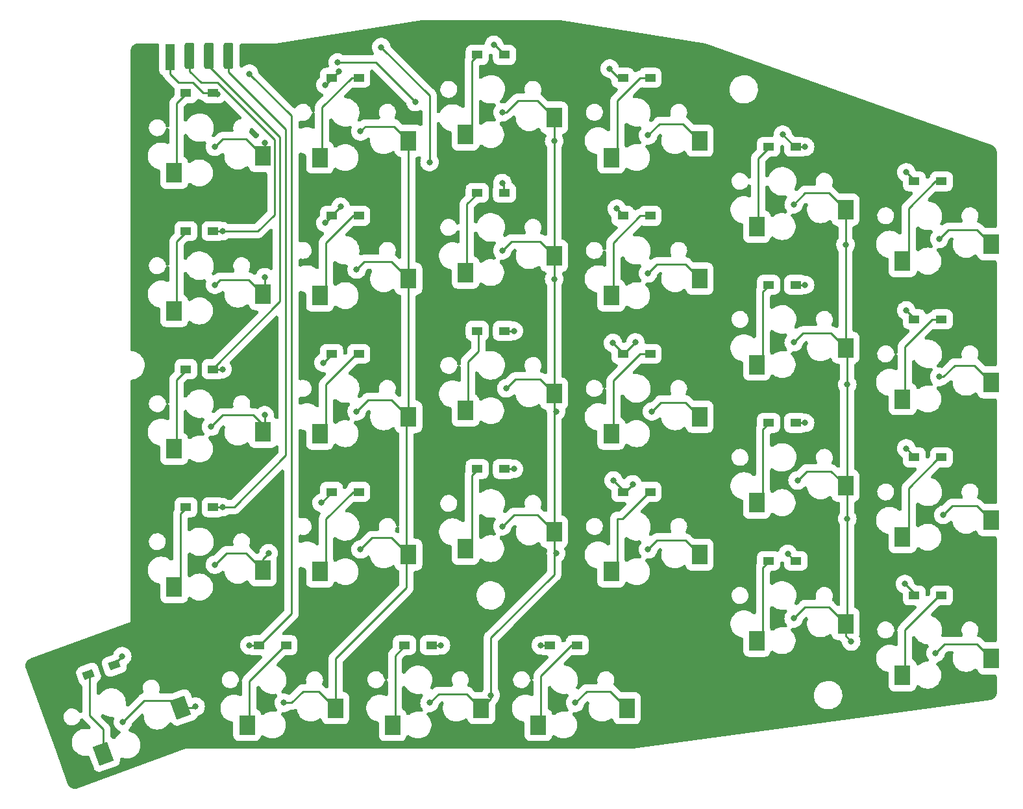
<source format=gtl>
%TF.GenerationSoftware,KiCad,Pcbnew,(7.0.0-0)*%
%TF.CreationDate,2023-03-08T00:10:09+08:00*%
%TF.ProjectId,Input,496e7075-742e-46b6-9963-61645f706362,1*%
%TF.SameCoordinates,PX7bfa480PY6052340*%
%TF.FileFunction,Copper,L1,Top*%
%TF.FilePolarity,Positive*%
%FSLAX46Y46*%
G04 Gerber Fmt 4.6, Leading zero omitted, Abs format (unit mm)*
G04 Created by KiCad (PCBNEW (7.0.0-0)) date 2023-03-08 00:10:09*
%MOMM*%
%LPD*%
G01*
G04 APERTURE LIST*
G04 Aperture macros list*
%AMRoundRect*
0 Rectangle with rounded corners*
0 $1 Rounding radius*
0 $2 $3 $4 $5 $6 $7 $8 $9 X,Y pos of 4 corners*
0 Add a 4 corners polygon primitive as box body*
4,1,4,$2,$3,$4,$5,$6,$7,$8,$9,$2,$3,0*
0 Add four circle primitives for the rounded corners*
1,1,$1+$1,$2,$3*
1,1,$1+$1,$4,$5*
1,1,$1+$1,$6,$7*
1,1,$1+$1,$8,$9*
0 Add four rect primitives between the rounded corners*
20,1,$1+$1,$2,$3,$4,$5,0*
20,1,$1+$1,$4,$5,$6,$7,0*
20,1,$1+$1,$6,$7,$8,$9,0*
20,1,$1+$1,$8,$9,$2,$3,0*%
%AMRotRect*
0 Rectangle, with rotation*
0 The origin of the aperture is its center*
0 $1 length*
0 $2 width*
0 $3 Rotation angle, in degrees counterclockwise*
0 Add horizontal line*
21,1,$1,$2,0,0,$3*%
G04 Aperture macros list end*
%TA.AperFunction,SMDPad,CuDef*%
%ADD10R,2.000000X2.600000*%
%TD*%
%TA.AperFunction,SMDPad,CuDef*%
%ADD11R,1.400000X1.000000*%
%TD*%
%TA.AperFunction,SMDPad,CuDef*%
%ADD12RotRect,1.400000X1.000000X20.000000*%
%TD*%
%TA.AperFunction,ConnectorPad*%
%ADD13R,1.270000X3.429000*%
%TD*%
%TA.AperFunction,ConnectorPad*%
%ADD14RoundRect,0.317500X-0.317500X-1.397000X0.317500X-1.397000X0.317500X1.397000X-0.317500X1.397000X0*%
%TD*%
%TA.AperFunction,SMDPad,CuDef*%
%ADD15RotRect,2.000000X2.600000X200.000000*%
%TD*%
%TA.AperFunction,ViaPad*%
%ADD16C,0.800000*%
%TD*%
%TA.AperFunction,Conductor*%
%ADD17C,0.250000*%
%TD*%
G04 APERTURE END LIST*
D10*
%TO.P,SW17,1,1*%
%TO.N,C12*%
X27254999Y16299999D03*
%TO.P,SW17,2,2*%
%TO.N,Net-(D17-Pad2)*%
X15697999Y14099999D03*
%TD*%
%TO.P,SW29,1,1*%
%TO.N,C12*%
X27254999Y-1699999D03*
%TO.P,SW29,2,2*%
%TO.N,Net-(D29-Pad2)*%
X15697999Y-3899999D03*
%TD*%
%TO.P,SW51,1,1*%
%TO.N,C34*%
X55754999Y-39699999D03*
%TO.P,SW51,2,2*%
%TO.N,Net-(D51-Pad2)*%
X44197999Y-41899999D03*
%TD*%
D11*
%TO.P,D27,1,K*%
%TO.N,Row 3*%
X55224999Y6499999D03*
%TO.P,D27,2,A*%
%TO.N,Net-(D27-Pad2)*%
X58774999Y6499999D03*
%TD*%
%TO.P,D18,1,K*%
%TO.N,Net-(D18-Pad1)*%
X-1774999Y22499999D03*
%TO.P,D18,2,A*%
%TO.N,Row 2*%
X1774999Y22499999D03*
%TD*%
D10*
%TO.P,SW15,1,1*%
%TO.N,C34*%
X65254999Y16299999D03*
%TO.P,SW15,2,2*%
%TO.N,Net-(D15-Pad2)*%
X53697999Y14099999D03*
%TD*%
D11*
%TO.P,D15,1,K*%
%TO.N,Row 2*%
X55224999Y24499999D03*
%TO.P,D15,2,A*%
%TO.N,Net-(D15-Pad2)*%
X58774999Y24499999D03*
%TD*%
%TO.P,D1,1,K*%
%TO.N,Row 1*%
X93224999Y28999999D03*
%TO.P,D1,2,A*%
%TO.N,Net-(D1-Pad2)*%
X96774999Y28999999D03*
%TD*%
%TO.P,D37,1,K*%
%TO.N,Row 4*%
X93224999Y-24999999D03*
%TO.P,D37,2,A*%
%TO.N,Net-(D37-Pad2)*%
X96774999Y-24999999D03*
%TD*%
%TO.P,D52,1,K*%
%TO.N,Net-(D52-Pad1)*%
X26724999Y-31499999D03*
%TO.P,D52,2,A*%
%TO.N,Row 5*%
X30274999Y-31499999D03*
%TD*%
%TO.P,D2,1,K*%
%TO.N,Net-(D2-Pad1)*%
X74224999Y33499999D03*
%TO.P,D2,2,A*%
%TO.N,Row 1*%
X77774999Y33499999D03*
%TD*%
D10*
%TO.P,SW3,1,1*%
%TO.N,C34*%
X65254999Y34299999D03*
%TO.P,SW3,2,2*%
%TO.N,Net-(D3-Pad2)*%
X53697999Y32099999D03*
%TD*%
D11*
%TO.P,D16,1,K*%
%TO.N,Net-(D16-Pad1)*%
X36224999Y27499999D03*
%TO.P,D16,2,A*%
%TO.N,Row 2*%
X39774999Y27499999D03*
%TD*%
D10*
%TO.P,SW4,1,1*%
%TO.N,C34*%
X46254999Y37299996D03*
%TO.P,SW4,2,2*%
%TO.N,Net-(D4-Pad1)*%
X34697999Y35099996D03*
%TD*%
%TO.P,SW26,1,1*%
%TO.N,C56*%
X84254999Y-10699999D03*
%TO.P,SW26,2,2*%
%TO.N,Net-(D26-Pad1)*%
X72697999Y-12899999D03*
%TD*%
D11*
%TO.P,D4,1,K*%
%TO.N,Net-(D4-Pad1)*%
X36224999Y45499999D03*
%TO.P,D4,2,A*%
%TO.N,Row 1*%
X39774999Y45499999D03*
%TD*%
%TO.P,D3,1,K*%
%TO.N,Row 1*%
X55224999Y42499999D03*
%TO.P,D3,2,A*%
%TO.N,Net-(D3-Pad2)*%
X58774999Y42499999D03*
%TD*%
D10*
%TO.P,SW38,1,1*%
%TO.N,C56*%
X84254999Y-28699999D03*
%TO.P,SW38,2,2*%
%TO.N,Net-(D38-Pad1)*%
X72697999Y-30899999D03*
%TD*%
D12*
%TO.P,D54,1,K*%
%TO.N,Net-(D54-Pad1)*%
X-14467953Y-35307085D03*
%TO.P,D54,2,A*%
%TO.N,Row 5*%
X-11132045Y-34092913D03*
%TD*%
D10*
%TO.P,SW27,1,1*%
%TO.N,C34*%
X65254999Y-1699999D03*
%TO.P,SW27,2,2*%
%TO.N,Net-(D27-Pad2)*%
X53697999Y-3899999D03*
%TD*%
D11*
%TO.P,D53,1,K*%
%TO.N,Row 5*%
X7724999Y-31499999D03*
%TO.P,D53,2,A*%
%TO.N,Net-(D53-Pad2)*%
X11274999Y-31499999D03*
%TD*%
%TO.P,D39,1,K*%
%TO.N,Row 4*%
X55224999Y-11499999D03*
%TO.P,D39,2,A*%
%TO.N,Net-(D39-Pad2)*%
X58774999Y-11499999D03*
%TD*%
D10*
%TO.P,SW52,1,1*%
%TO.N,C34*%
X36754999Y-39699999D03*
%TO.P,SW52,2,2*%
%TO.N,Net-(D52-Pad1)*%
X25197999Y-41899999D03*
%TD*%
D11*
%TO.P,D42,1,K*%
%TO.N,Net-(D42-Pad1)*%
X-1774999Y-13499999D03*
%TO.P,D42,2,A*%
%TO.N,Row 4*%
X1774999Y-13499999D03*
%TD*%
%TO.P,D30,1,K*%
%TO.N,Net-(D30-Pad1)*%
X-1774999Y4499999D03*
%TO.P,D30,2,A*%
%TO.N,Row 3*%
X1774999Y4499999D03*
%TD*%
D10*
%TO.P,SW13,1,1*%
%TO.N,C56*%
X103254999Y2799999D03*
%TO.P,SW13,2,2*%
%TO.N,Net-(D13-Pad2)*%
X91697999Y599999D03*
%TD*%
D11*
%TO.P,D28,1,K*%
%TO.N,Net-(D28-Pad1)*%
X36224999Y9499999D03*
%TO.P,D28,2,A*%
%TO.N,Row 3*%
X39774999Y9499999D03*
%TD*%
%TO.P,D6,1,K*%
%TO.N,Net-(D6-Pad1)*%
X-1774999Y40499999D03*
%TO.P,D6,2,A*%
%TO.N,Row 1*%
X1774999Y40499999D03*
%TD*%
D10*
%TO.P,SW5,1,1*%
%TO.N,C12*%
X27254999Y34300001D03*
%TO.P,SW5,2,2*%
%TO.N,Net-(D5-Pad2)*%
X15697999Y32100001D03*
%TD*%
%TO.P,SW28,1,1*%
%TO.N,C34*%
X46254999Y1299999D03*
%TO.P,SW28,2,2*%
%TO.N,Net-(D28-Pad1)*%
X34697999Y-899999D03*
%TD*%
%TO.P,SW1,1,1*%
%TO.N,C56*%
X103254999Y20799999D03*
%TO.P,SW1,2,2*%
%TO.N,Net-(D1-Pad2)*%
X91697999Y18599999D03*
%TD*%
D11*
%TO.P,D13,1,K*%
%TO.N,Row 2*%
X93224999Y10999999D03*
%TO.P,D13,2,A*%
%TO.N,Net-(D13-Pad2)*%
X96774999Y10999999D03*
%TD*%
D10*
%TO.P,SW42,1,1*%
%TO.N,C12*%
X8254999Y-21699999D03*
%TO.P,SW42,2,2*%
%TO.N,Net-(D42-Pad1)*%
X-3301999Y-23899999D03*
%TD*%
%TO.P,SW14,1,1*%
%TO.N,C56*%
X84254999Y7299999D03*
%TO.P,SW14,2,2*%
%TO.N,Net-(D14-Pad1)*%
X72697999Y5099999D03*
%TD*%
%TO.P,SW30,1,1*%
%TO.N,C12*%
X8254999Y-3699999D03*
%TO.P,SW30,2,2*%
%TO.N,Net-(D30-Pad1)*%
X-3301999Y-5899999D03*
%TD*%
D13*
%TO.P,J1,1,Pin_1*%
%TO.N,Row 1*%
X-3809999Y45221999D03*
D14*
%TO.P,J1,3,Pin_3*%
%TO.N,Row 2*%
X-1270000Y45349000D03*
%TO.P,J1,5,Pin_5*%
%TO.N,Row 3*%
X1270000Y45349000D03*
%TO.P,J1,7,Pin_7*%
%TO.N,Row 4*%
X3810000Y45349000D03*
%TD*%
D11*
%TO.P,D26,1,K*%
%TO.N,Net-(D26-Pad1)*%
X74224999Y-2499999D03*
%TO.P,D26,2,A*%
%TO.N,Row 3*%
X77774999Y-2499999D03*
%TD*%
D10*
%TO.P,SW53,1,1*%
%TO.N,C12*%
X17754995Y-39699999D03*
%TO.P,SW53,2,2*%
%TO.N,Net-(D53-Pad2)*%
X6197995Y-41899999D03*
%TD*%
%TO.P,SW18,1,1*%
%TO.N,C12*%
X8254999Y14299999D03*
%TO.P,SW18,2,2*%
%TO.N,Net-(D18-Pad1)*%
X-3301999Y12099999D03*
%TD*%
%TO.P,SW40,1,1*%
%TO.N,C34*%
X46254999Y-16699999D03*
%TO.P,SW40,2,2*%
%TO.N,Net-(D40-Pad1)*%
X34697999Y-18899999D03*
%TD*%
%TO.P,SW41,1,1*%
%TO.N,C12*%
X27254999Y-19699999D03*
%TO.P,SW41,2,2*%
%TO.N,Net-(D41-Pad2)*%
X15697999Y-21899999D03*
%TD*%
D11*
%TO.P,D14,1,K*%
%TO.N,Net-(D14-Pad1)*%
X74224999Y15499999D03*
%TO.P,D14,2,A*%
%TO.N,Row 2*%
X77774999Y15499999D03*
%TD*%
%TO.P,D17,1,K*%
%TO.N,Row 2*%
X17224999Y24499999D03*
%TO.P,D17,2,A*%
%TO.N,Net-(D17-Pad2)*%
X20774999Y24499999D03*
%TD*%
D10*
%TO.P,SW39,1,1*%
%TO.N,C34*%
X65254999Y-19699999D03*
%TO.P,SW39,2,2*%
%TO.N,Net-(D39-Pad2)*%
X53697999Y-21899999D03*
%TD*%
D11*
%TO.P,D40,1,K*%
%TO.N,Net-(D40-Pad1)*%
X36224999Y-8499999D03*
%TO.P,D40,2,A*%
%TO.N,Row 4*%
X39774999Y-8499999D03*
%TD*%
%TO.P,D51,1,K*%
%TO.N,Row 5*%
X45724999Y-31499999D03*
%TO.P,D51,2,A*%
%TO.N,Net-(D51-Pad2)*%
X49274999Y-31499999D03*
%TD*%
D10*
%TO.P,SW6,1,1*%
%TO.N,C12*%
X8254999Y32299999D03*
%TO.P,SW6,2,2*%
%TO.N,Net-(D6-Pad1)*%
X-3301999Y30099999D03*
%TD*%
%TO.P,SW2,1,1*%
%TO.N,C56*%
X84254999Y25299999D03*
%TO.P,SW2,2,2*%
%TO.N,Net-(D2-Pad1)*%
X72697999Y23099999D03*
%TD*%
%TO.P,SW25,1,1*%
%TO.N,C56*%
X103254999Y-15199999D03*
%TO.P,SW25,2,2*%
%TO.N,Net-(D25-Pad2)*%
X91697999Y-17399999D03*
%TD*%
D11*
%TO.P,D29,1,K*%
%TO.N,Row 3*%
X17224999Y6499999D03*
%TO.P,D29,2,A*%
%TO.N,Net-(D29-Pad2)*%
X20774999Y6499999D03*
%TD*%
%TO.P,D5,1,K*%
%TO.N,Row 1*%
X17224999Y42500001D03*
%TO.P,D5,2,A*%
%TO.N,Net-(D5-Pad2)*%
X20774999Y42500001D03*
%TD*%
%TO.P,D25,1,K*%
%TO.N,Row 3*%
X93224999Y-6999999D03*
%TO.P,D25,2,A*%
%TO.N,Net-(D25-Pad2)*%
X96774999Y-6999999D03*
%TD*%
D10*
%TO.P,SW16,1,1*%
%TO.N,C34*%
X46254999Y19299999D03*
%TO.P,SW16,2,2*%
%TO.N,Net-(D16-Pad1)*%
X34697999Y17099999D03*
%TD*%
D15*
%TO.P,SW54,1,1*%
%TO.N,C12*%
X-2447362Y-39617485D03*
%TO.P,SW54,2,2*%
%TO.N,Net-(D54-Pad1)*%
X-12554945Y-45637536D03*
%TD*%
D10*
%TO.P,SW37,1,1*%
%TO.N,C56*%
X103254999Y-33199999D03*
%TO.P,SW37,2,2*%
%TO.N,Net-(D37-Pad2)*%
X91697999Y-35399999D03*
%TD*%
D11*
%TO.P,D38,1,K*%
%TO.N,Net-(D38-Pad1)*%
X74224999Y-20499999D03*
%TO.P,D38,2,A*%
%TO.N,Row 4*%
X77774999Y-20499999D03*
%TD*%
%TO.P,D41,1,K*%
%TO.N,Row 4*%
X17224999Y-11499999D03*
%TO.P,D41,2,A*%
%TO.N,Net-(D41-Pad2)*%
X20774999Y-11499999D03*
%TD*%
D16*
%TO.N,Row 1*%
X92175000Y30175000D03*
X53500000Y43700000D03*
X76075000Y35075000D03*
X79000000Y33500000D03*
X16425000Y41575000D03*
X38400000Y46800000D03*
X2369856Y40369856D03*
X18174999Y43325001D03*
%TO.N,Row 2*%
X54425000Y25425000D03*
X79000000Y15500000D03*
X16425000Y23575000D03*
X18400000Y25700000D03*
X39500000Y28775500D03*
X92175000Y12175000D03*
X3000000Y22500000D03*
%TO.N,C12*%
X21000000Y-19000000D03*
X2000000Y15500000D03*
X-10000000Y-41500000D03*
X9000000Y-19500000D03*
X8500000Y16500000D03*
X11000000Y-39000000D03*
X-500000Y-39500000D03*
X1500000Y-3000000D03*
X2000000Y33500000D03*
X21000000Y35500000D03*
X8500000Y-1500000D03*
X2000000Y-21000000D03*
X20500000Y17500000D03*
X8500000Y34000000D03*
X20500000Y-1000000D03*
%TO.N,C34*%
X46500000Y-19500000D03*
X58500000Y17000000D03*
X58500000Y35000000D03*
X46500000Y-1000000D03*
X38000000Y-38000000D03*
X46255000Y34245000D03*
X39500000Y38000000D03*
X59000000Y-1000000D03*
X30000000Y-39000000D03*
X18000000Y44500000D03*
X39500000Y20000000D03*
X49000000Y-39000000D03*
X40000000Y2000000D03*
X46255000Y16255000D03*
X58500000Y-19000000D03*
X28150000Y39350000D03*
X39500000Y-16000000D03*
%TO.N,C56*%
X84500000Y-15000000D03*
X77500000Y-28000000D03*
X77500000Y26000000D03*
X96500000Y21500000D03*
X84500000Y2500000D03*
X77500000Y8000000D03*
X78000000Y-10000000D03*
X85000000Y-31000000D03*
X96500000Y3500000D03*
X30000000Y31500000D03*
X23700000Y46500000D03*
X97000000Y-14500000D03*
X96000000Y-32500000D03*
X84255000Y20755000D03*
%TO.N,Row 3*%
X53925000Y7925000D03*
X79000000Y-2500000D03*
X16162500Y5337500D03*
X56850000Y8000000D03*
X2999997Y4499997D03*
X41000000Y9500000D03*
X92175000Y-5825000D03*
%TO.N,Row 4*%
X76725000Y-19575000D03*
X15925000Y-12925000D03*
X2999997Y-13500003D03*
X54000000Y-10000000D03*
X41000000Y-8500000D03*
X92000000Y-23500000D03*
X56500000Y-10500000D03*
%TO.N,Row 5*%
X44500000Y-31500000D03*
X6500000Y-31500000D03*
X-10073268Y-32926732D03*
X6500000Y43033000D03*
X31500000Y-31500000D03*
%TD*%
D17*
%TO.N,Row 1*%
X38475000Y46800000D02*
X39775000Y45500000D01*
X-3810000Y43010000D02*
X-2700000Y41900000D01*
X93350000Y29000000D02*
X92175000Y30175000D01*
X77650000Y33500000D02*
X79000000Y33500000D01*
X2239712Y40500000D02*
X2369856Y40369856D01*
X500000Y40500000D02*
X1650000Y40500000D01*
X-3810000Y44222000D02*
X-3810000Y43010000D01*
X55225000Y42500000D02*
X54700000Y42500000D01*
X-2700000Y41900000D02*
X-900000Y41900000D01*
X-900000Y41900000D02*
X500000Y40500000D01*
X77650000Y33500000D02*
X76075000Y35075000D01*
X54700000Y42500000D02*
X53500000Y43700000D01*
X38400000Y46800000D02*
X38475000Y46800000D01*
X17350000Y42500002D02*
X18174999Y43325001D01*
X17350000Y42500002D02*
X16425000Y41575000D01*
%TO.N,Net-(D2-Pad1)*%
X72875001Y32025001D02*
X72875001Y23277001D01*
X74350000Y33500000D02*
X72875001Y32025001D01*
%TO.N,Row 2*%
X39650000Y27500000D02*
X39650000Y28625500D01*
X77650000Y15500000D02*
X79000000Y15500000D01*
X9750000Y34462155D02*
X9750000Y24650000D01*
X200000Y41900000D02*
X2312155Y41900000D01*
X1775000Y22500000D02*
X3000000Y22500000D01*
X7600000Y22500000D02*
X3000000Y22500000D01*
X17225000Y24500000D02*
X17225000Y24525000D01*
X2312155Y41900000D02*
X9750000Y34462155D01*
X55350000Y24500000D02*
X54425000Y25425000D01*
X93350000Y11000000D02*
X92175000Y12175000D01*
X9750000Y24650000D02*
X7600000Y22500000D01*
X39650000Y28625500D02*
X39500000Y28775500D01*
X17225000Y24525000D02*
X18400000Y25700000D01*
X-1270000Y44265868D02*
X-1270000Y43370000D01*
X17350000Y24500000D02*
X16425000Y23575000D01*
X-1270000Y43370000D02*
X200000Y41900000D01*
%TO.N,Net-(D3-Pad2)*%
X58650000Y42500000D02*
X57500000Y42500000D01*
X54500000Y39500000D02*
X54500000Y32902000D01*
X57500000Y42500000D02*
X54500000Y39500000D01*
%TO.N,Net-(D4-Pad1)*%
X35500000Y44650000D02*
X35500000Y35901997D01*
X36350000Y45500000D02*
X35500000Y44650000D01*
%TO.N,Net-(D5-Pad2)*%
X20650000Y42500002D02*
X19825001Y42500002D01*
X16000000Y38675001D02*
X16000000Y32402002D01*
X19825001Y42500002D02*
X16000000Y38675001D01*
%TO.N,Net-(D6-Pad1)*%
X-3000000Y39150000D02*
X-3000000Y30402000D01*
X-1650000Y40500000D02*
X-3000000Y39150000D01*
%TO.N,Net-(D1-Pad2)*%
X92500000Y25500000D02*
X92500000Y19402000D01*
X96000000Y29000000D02*
X92500000Y25500000D01*
X96650000Y29000000D02*
X96000000Y29000000D01*
%TO.N,Net-(D13-Pad2)*%
X96650000Y11000000D02*
X95575000Y11000000D01*
X92000000Y7425000D02*
X92000000Y902000D01*
X95575000Y11000000D02*
X92000000Y7425000D01*
%TO.N,Net-(D14-Pad1)*%
X73500000Y14650000D02*
X73500000Y5902000D01*
X74350000Y15500000D02*
X73500000Y14650000D01*
%TO.N,Net-(D15-Pad2)*%
X54000000Y21000000D02*
X54000000Y14402000D01*
X57500000Y24500000D02*
X54000000Y21000000D01*
X58650000Y24500000D02*
X57500000Y24500000D01*
%TO.N,Net-(D16-Pad1)*%
X34875001Y26025001D02*
X34875001Y17277001D01*
X36350000Y27500000D02*
X34875001Y26025001D01*
%TO.N,C12*%
X25055000Y18500000D02*
X27255000Y16300000D01*
X1500000Y-3000000D02*
X3000000Y-1500000D01*
X25055000Y-17500000D02*
X27255000Y-19700000D01*
X8500000Y16500000D02*
X8500000Y14545000D01*
X22000000Y500000D02*
X25055000Y500000D01*
X27255000Y34300002D02*
X27255000Y16300000D01*
X3000000Y34500000D02*
X6055000Y34500000D01*
X20500000Y17500000D02*
X21500000Y18500000D01*
X-7200000Y-38700000D02*
X-3364849Y-38700000D01*
X27000000Y-24000000D02*
X17754996Y-33245004D01*
X25379999Y36175003D02*
X21675003Y36175003D01*
X13500000Y-37500000D02*
X15554996Y-37500000D01*
X-3364849Y-38700000D02*
X-2447363Y-39617486D01*
X11000000Y-39000000D02*
X12000000Y-39000000D01*
X8500000Y-1500000D02*
X8500000Y-3455000D01*
X15554996Y-37500000D02*
X17754996Y-39700000D01*
X6055000Y34500000D02*
X8255000Y32300000D01*
X22500000Y-17500000D02*
X25055000Y-17500000D01*
X8255000Y14300000D02*
X6379999Y16175001D01*
X20500000Y-1000000D02*
X22000000Y500000D01*
X-10000000Y-41500000D02*
X-7200000Y-38700000D01*
X8255000Y-21700000D02*
X8255000Y-20245000D01*
X21500000Y18500000D02*
X25055000Y18500000D01*
X-617486Y-39617486D02*
X-500000Y-39500000D01*
X12000000Y-39000000D02*
X13500000Y-37500000D01*
X2000000Y-21000000D02*
X3500000Y-19500000D01*
X27000000Y-19955000D02*
X27000000Y-24000000D01*
X7000000Y-1500000D02*
X8255000Y-2755000D01*
X6379999Y16175001D02*
X2675001Y16175001D01*
X-2447363Y-39617486D02*
X-617486Y-39617486D01*
X8500000Y32545000D02*
X8500000Y34000000D01*
X27000000Y-1955000D02*
X27000000Y-19445000D01*
X2675001Y16175001D02*
X2000000Y15500000D01*
X3000000Y-1500000D02*
X7000000Y-1500000D01*
X6055000Y-19500000D02*
X8255000Y-21700000D01*
X27255000Y34300002D02*
X25379999Y36175003D01*
X21000000Y-19000000D02*
X22500000Y-17500000D01*
X27255000Y16300000D02*
X27255000Y-1700000D01*
X17754996Y-33245004D02*
X17754996Y-39700000D01*
X2000000Y33500000D02*
X3000000Y34500000D01*
X3500000Y-19500000D02*
X6055000Y-19500000D01*
X8255000Y-20245000D02*
X9000000Y-19500000D01*
X25055000Y500000D02*
X27255000Y-1700000D01*
X21675003Y36175003D02*
X21000000Y35500000D01*
%TO.N,Net-(D17-Pad2)*%
X20650000Y24500000D02*
X20000000Y24500000D01*
X16500000Y21000000D02*
X16500000Y14902000D01*
X20000000Y24500000D02*
X16500000Y21000000D01*
%TO.N,Net-(D18-Pad1)*%
X-3000000Y21150000D02*
X-3000000Y12402000D01*
X-1650000Y22500000D02*
X-3000000Y21150000D01*
%TO.N,C34*%
X46255000Y37299997D02*
X46255000Y34245000D01*
X46255000Y1300000D02*
X46255000Y-755000D01*
X63379999Y175001D02*
X65255000Y-1700000D01*
X55755000Y-39700000D02*
X53555000Y-37500000D01*
X31175001Y-37824999D02*
X34879999Y-37824999D01*
X58500000Y-19000000D02*
X59675001Y-17824999D01*
X46255000Y-16700000D02*
X46255000Y-22245000D01*
X46255000Y-16700000D02*
X46255000Y-19255000D01*
X46255000Y19300000D02*
X46255000Y16255000D01*
X34879999Y-37824999D02*
X36755000Y-39700000D01*
X38000000Y-30500000D02*
X38000000Y-38000000D01*
X36755000Y-39700000D02*
X38000000Y-38455000D01*
X60175001Y175001D02*
X63379999Y175001D01*
X44054997Y39500000D02*
X46255000Y37299997D01*
X40000000Y38000000D02*
X41500000Y39500000D01*
X18000000Y44500000D02*
X23000000Y44500000D01*
X39500000Y38000000D02*
X40000000Y38000000D01*
X40000000Y2000000D02*
X41175001Y3175001D01*
X46255000Y34245000D02*
X46255000Y19300000D01*
X53555000Y-37500000D02*
X50500000Y-37500000D01*
X60000000Y36500000D02*
X63055000Y36500000D01*
X59675001Y-17824999D02*
X63379999Y-17824999D01*
X39500000Y20000000D02*
X40675001Y21175001D01*
X58500000Y35000000D02*
X60000000Y36500000D01*
X39500000Y-16000000D02*
X41000000Y-14500000D01*
X44379999Y3175001D02*
X46255000Y1300000D01*
X46255000Y-755000D02*
X46500000Y-1000000D01*
X41500000Y39500000D02*
X44054997Y39500000D01*
X63379999Y18175001D02*
X65255000Y16300000D01*
X58500000Y17000000D02*
X59675001Y18175001D01*
X23000000Y44500000D02*
X28150000Y39350000D01*
X59675001Y18175001D02*
X63379999Y18175001D01*
X44055000Y-14500000D02*
X46255000Y-16700000D01*
X46255000Y16255000D02*
X46255000Y1300000D01*
X46255000Y1300000D02*
X46255000Y-16700000D01*
X46255000Y-19255000D02*
X46500000Y-19500000D01*
X59000000Y-1000000D02*
X60175001Y175001D01*
X30000000Y-39000000D02*
X31175001Y-37824999D01*
X63379999Y-17824999D02*
X65255000Y-19700000D01*
X41175001Y3175001D02*
X44379999Y3175001D01*
X44379999Y21175001D02*
X46255000Y19300000D01*
X40675001Y21175001D02*
X44379999Y21175001D01*
X50500000Y-37500000D02*
X49000000Y-39000000D01*
X63055000Y36500000D02*
X65255000Y34300000D01*
X38000000Y-38455000D02*
X38000000Y-38000000D01*
X41000000Y-14500000D02*
X44055000Y-14500000D01*
X46255000Y-22245000D02*
X38000000Y-30500000D01*
%TO.N,C56*%
X101379999Y-31324999D02*
X103255000Y-33200000D01*
X84255000Y-28700000D02*
X84255000Y-30255000D01*
X96500000Y21500000D02*
X97675001Y22675001D01*
X97675001Y22675001D02*
X101379999Y22675001D01*
X77500000Y8000000D02*
X78675001Y9175001D01*
X97000000Y3500000D02*
X98500000Y5000000D01*
X23700000Y46500000D02*
X30000000Y40200000D01*
X101055000Y5000000D02*
X103255000Y2800000D01*
X84255000Y-30255000D02*
X85000000Y-31000000D01*
X82055000Y27500000D02*
X84255000Y25300000D01*
X77500000Y26000000D02*
X79000000Y27500000D01*
X79000000Y-26500000D02*
X82055000Y-26500000D01*
X77500000Y-28000000D02*
X79000000Y-26500000D01*
X98500000Y5000000D02*
X101055000Y5000000D01*
X84500000Y7055000D02*
X84500000Y-10455000D01*
X96000000Y-32500000D02*
X97175001Y-31324999D01*
X96500000Y3500000D02*
X97000000Y3500000D01*
X98175001Y-13324999D02*
X97000000Y-14500000D01*
X97175001Y-31324999D02*
X101379999Y-31324999D01*
X84255000Y20755000D02*
X84255000Y7300000D01*
X78675001Y9175001D02*
X82379999Y9175001D01*
X79000000Y27500000D02*
X82055000Y27500000D01*
X101379999Y22675001D02*
X103255000Y20800000D01*
X82379999Y9175001D02*
X84255000Y7300000D01*
X30000000Y40200000D02*
X30000000Y31500000D01*
X78000000Y-10000000D02*
X79175001Y-8824999D01*
X103255000Y-15200000D02*
X101379999Y-13324999D01*
X82379999Y-8824999D02*
X84255000Y-10700000D01*
X101379999Y-13324999D02*
X98175001Y-13324999D01*
X84500000Y-10945000D02*
X84500000Y-28455000D01*
X84255000Y25300000D02*
X84255000Y20755000D01*
X79175001Y-8824999D02*
X82379999Y-8824999D01*
X82055000Y-26500000D02*
X84255000Y-28700000D01*
%TO.N,Row 3*%
X10500000Y13350000D02*
X1650000Y4500000D01*
X77650000Y-2500000D02*
X79000000Y-2500000D01*
X55350000Y6500000D02*
X53925000Y7925000D01*
X93350000Y-7000000D02*
X92175000Y-5825000D01*
X1270000Y43980000D02*
X10500000Y34750000D01*
X17325000Y6500000D02*
X16162500Y5337500D01*
X39650000Y9500000D02*
X41000000Y9500000D01*
X10500000Y34750000D02*
X10500000Y13350000D01*
X1650000Y4500000D02*
X2999994Y4500000D01*
X2999994Y4500000D02*
X2999997Y4499997D01*
X55350000Y6500000D02*
X56850000Y8000000D01*
%TO.N,Net-(D25-Pad2)*%
X96174999Y-7325001D02*
X92500000Y-11000000D01*
X96975001Y-7325001D02*
X96174999Y-7325001D01*
X92500000Y-11000000D02*
X92500000Y-16598000D01*
%TO.N,Net-(D26-Pad1)*%
X73500000Y-3350000D02*
X73500000Y-12098000D01*
X74350000Y-2500000D02*
X73500000Y-3350000D01*
%TO.N,Net-(D27-Pad2)*%
X54000000Y3000000D02*
X54000000Y-3598000D01*
X57500000Y6500000D02*
X54000000Y3000000D01*
X58650000Y6500000D02*
X57500000Y6500000D01*
%TO.N,Net-(D28-Pad1)*%
X35000000Y5500000D02*
X35000000Y-598000D01*
X36350000Y9500000D02*
X36350000Y6850000D01*
X36350000Y6850000D02*
X35000000Y5500000D01*
%TO.N,Net-(D29-Pad2)*%
X20500000Y6500000D02*
X16500000Y2500000D01*
X16500000Y2500000D02*
X16500000Y-3098000D01*
%TO.N,Net-(D30-Pad1)*%
X-1650000Y4500000D02*
X-3000000Y3150000D01*
X-3000000Y3150000D02*
X-3000000Y-5598000D01*
%TO.N,Row 4*%
X77650000Y-20500000D02*
X76725000Y-19575000D01*
X1650000Y-13500000D02*
X2999994Y-13500000D01*
X11250000Y-6750000D02*
X4499997Y-13500003D01*
X2999994Y-13500000D02*
X2999997Y-13500003D01*
X17350000Y-11500000D02*
X15925000Y-12925000D01*
X55500000Y-11500000D02*
X56500000Y-10500000D01*
X3810000Y43240000D02*
X11250000Y35800000D01*
X4499997Y-13500003D02*
X2999997Y-13500003D01*
X55350000Y-11350000D02*
X54000000Y-10000000D01*
X3810000Y43690000D02*
X3810000Y43240000D01*
X39650000Y-8500000D02*
X41000000Y-8500000D01*
X93350000Y-24850000D02*
X92000000Y-23500000D01*
X11250000Y35800000D02*
X11250000Y-6750000D01*
%TO.N,Net-(D37-Pad2)*%
X96500000Y-25000000D02*
X92000000Y-29500000D01*
X92000000Y-29500000D02*
X92000000Y-35098000D01*
%TO.N,Net-(D38-Pad1)*%
X74350000Y-20500000D02*
X73500000Y-21350000D01*
X73500000Y-21350000D02*
X73500000Y-30098000D01*
%TO.N,Net-(D39-Pad2)*%
X58650000Y-11500000D02*
X55150000Y-15000000D01*
X55150000Y-15000000D02*
X54500000Y-15000000D01*
X54500000Y-15000000D02*
X54500000Y-21098000D01*
%TO.N,Net-(D40-Pad1)*%
X36350000Y-8500000D02*
X35500000Y-9350000D01*
X35500000Y-9350000D02*
X35500000Y-18098000D01*
%TO.N,Net-(D41-Pad2)*%
X16500000Y-15000000D02*
X16500000Y-21098000D01*
X20650000Y-11500000D02*
X20000000Y-11500000D01*
X20000000Y-11500000D02*
X16500000Y-15000000D01*
%TO.N,Net-(D42-Pad1)*%
X-2500000Y-23098000D02*
X-2500000Y-14350000D01*
X-2500000Y-14350000D02*
X-1650000Y-13500000D01*
%TO.N,Row 5*%
X7850000Y-31500000D02*
X6500000Y-31500000D01*
X7850000Y-31500000D02*
X12000000Y-27350000D01*
X12000000Y-27350000D02*
X12000000Y37533000D01*
X-11249507Y-34102971D02*
X-10073268Y-32926732D01*
X12000000Y37533000D02*
X6500000Y43033000D01*
X45850000Y-31500000D02*
X44500000Y-31500000D01*
X30150000Y-31500000D02*
X31500000Y-31500000D01*
%TO.N,Net-(D51-Pad2)*%
X44500000Y-35500000D02*
X44500000Y-41598000D01*
X48500000Y-31500000D02*
X44500000Y-35500000D01*
X49150000Y-31500000D02*
X48500000Y-31500000D01*
%TO.N,Net-(D52-Pad1)*%
X26850000Y-31500000D02*
X25500000Y-32850000D01*
X25500000Y-32850000D02*
X25500000Y-41598000D01*
%TO.N,Net-(D53-Pad2)*%
X6500000Y-36150000D02*
X6500000Y-41597996D01*
X11150000Y-31500000D02*
X6500000Y-36150000D01*
%TO.N,Net-(D54-Pad1)*%
X-12554946Y-42445054D02*
X-12554946Y-45637537D01*
X-14350493Y-40649507D02*
X-12554946Y-42445054D01*
X-14350493Y-35264333D02*
X-14350493Y-40649507D01*
%TD*%
%TA.AperFunction,NonConductor*%
G36*
X36759187Y39602823D02*
G01*
X36840662Y39554116D01*
X36854993Y39541275D01*
X36865998Y39531415D01*
X37091910Y39381953D01*
X37337176Y39266977D01*
X37596569Y39188937D01*
X37864561Y39149497D01*
X38063085Y39149497D01*
X38067631Y39149497D01*
X38270156Y39164320D01*
X38336330Y39179062D01*
X38422485Y39182953D01*
X38504799Y39157221D01*
X38573399Y39104953D01*
X38620054Y39032420D01*
X38639168Y38948322D01*
X38628447Y38862748D01*
X38589179Y38785964D01*
X38481883Y38643882D01*
X38481877Y38643874D01*
X38474942Y38634689D01*
X38469807Y38624377D01*
X38469806Y38624375D01*
X38422815Y38530004D01*
X38375771Y38435528D01*
X38372621Y38424460D01*
X38372620Y38424455D01*
X38318035Y38232610D01*
X38318033Y38232602D01*
X38314885Y38221536D01*
X38313823Y38210078D01*
X38313822Y38210071D01*
X38298031Y38039649D01*
X38294357Y38000000D01*
X38295419Y37988539D01*
X38313822Y37789930D01*
X38313823Y37789925D01*
X38314885Y37778464D01*
X38318033Y37767397D01*
X38318035Y37767391D01*
X38368933Y37588506D01*
X38375771Y37564472D01*
X38474942Y37365311D01*
X38481883Y37356120D01*
X38481884Y37356118D01*
X38591173Y37211396D01*
X38630497Y37134435D01*
X38641144Y37048668D01*
X38621833Y36964428D01*
X38574891Y36891862D01*
X38505971Y36839714D01*
X38423377Y36814266D01*
X38337060Y36818583D01*
X38270718Y36833725D01*
X38270714Y36833726D01*
X38261630Y36835799D01*
X38252346Y36836495D01*
X38252338Y36836496D01*
X38070133Y36850150D01*
X38070116Y36850151D01*
X38065494Y36850497D01*
X37934506Y36850497D01*
X37929884Y36850151D01*
X37929866Y36850150D01*
X37747661Y36836496D01*
X37747651Y36836495D01*
X37738370Y36835799D01*
X37729294Y36833728D01*
X37729284Y36833726D01*
X37491658Y36779489D01*
X37491646Y36779486D01*
X37482584Y36777417D01*
X37473928Y36774021D01*
X37473922Y36774018D01*
X37247022Y36684967D01*
X37247008Y36684961D01*
X37238357Y36681565D01*
X37230295Y36676911D01*
X37230290Y36676908D01*
X37019208Y36555040D01*
X37019201Y36555036D01*
X37011143Y36550383D01*
X37003871Y36544584D01*
X37003864Y36544579D01*
X36878679Y36444747D01*
X36805668Y36404396D01*
X36723427Y36390424D01*
X36641187Y36404399D01*
X36568177Y36444752D01*
X36512592Y36506955D01*
X36483636Y36576867D01*
X36483368Y36579252D01*
X36461672Y36641256D01*
X36439473Y36704698D01*
X36425500Y36786937D01*
X36425500Y39368667D01*
X36443593Y39461850D01*
X36495244Y39541491D01*
X36572945Y39596016D01*
X36665405Y39617501D01*
X36759187Y39602823D01*
G37*
%TD.AperFunction*%
%TA.AperFunction,NonConductor*%
G36*
X22608793Y43555546D02*
G01*
X22689575Y43501570D01*
X26891324Y39299821D01*
X26940652Y39229566D01*
X26963191Y39146735D01*
X26963822Y39139928D01*
X26963823Y39139921D01*
X26964885Y39128464D01*
X26968032Y39117402D01*
X26968033Y39117399D01*
X27019803Y38935447D01*
X27025771Y38914472D01*
X27124942Y38715311D01*
X27131883Y38706120D01*
X27131884Y38706118D01*
X27252077Y38546956D01*
X27252080Y38546953D01*
X27259019Y38537764D01*
X27267529Y38530006D01*
X27267531Y38530004D01*
X27414923Y38395638D01*
X27414925Y38395636D01*
X27423438Y38387876D01*
X27612599Y38270753D01*
X27820060Y38190382D01*
X28038757Y38149500D01*
X28249727Y38149500D01*
X28261243Y38149500D01*
X28479940Y38190382D01*
X28687401Y38270753D01*
X28697192Y38276816D01*
X28707490Y38281943D01*
X28708181Y38280554D01*
X28775990Y38307422D01*
X28863701Y38309446D01*
X28946669Y38280924D01*
X29014594Y38225396D01*
X29059044Y38149756D01*
X29074500Y38063394D01*
X29074500Y36481015D01*
X29058948Y36394395D01*
X29014235Y36318595D01*
X28945946Y36263084D01*
X28862611Y36234796D01*
X28774640Y36237265D01*
X28693027Y36270180D01*
X28604522Y36325791D01*
X28572437Y36337018D01*
X28447451Y36380753D01*
X28447447Y36380754D01*
X28434255Y36385370D01*
X28420363Y36386936D01*
X28420360Y36386936D01*
X28306899Y36399720D01*
X28306889Y36399721D01*
X28299954Y36400502D01*
X28292968Y36400502D01*
X26566495Y36400502D01*
X26471207Y36419456D01*
X26390425Y36473432D01*
X26099783Y36764074D01*
X26088192Y36777645D01*
X26087967Y36777442D01*
X26079242Y36787132D01*
X26071568Y36797695D01*
X26052916Y36814489D01*
X26022136Y36842204D01*
X26012680Y36851177D01*
X26004732Y36859125D01*
X26000129Y36863728D01*
X25995061Y36867832D01*
X25995057Y36867836D01*
X25986340Y36874895D01*
X25976430Y36883359D01*
X25936690Y36919141D01*
X25936683Y36919146D01*
X25926991Y36927873D01*
X25915698Y36934394D01*
X25906510Y36941069D01*
X25896971Y36947264D01*
X25886839Y36955468D01*
X25875218Y36961389D01*
X25875214Y36961392D01*
X25827565Y36985671D01*
X25816133Y36991877D01*
X25758507Y37025147D01*
X25746094Y37029181D01*
X25735717Y37033801D01*
X25725120Y37037869D01*
X25713496Y37043791D01*
X25700892Y37047169D01*
X25700888Y37047170D01*
X25649226Y37061014D01*
X25636736Y37064714D01*
X25587330Y37080766D01*
X25509608Y37122438D01*
X25451286Y37188590D01*
X25419682Y37270922D01*
X25418758Y37359106D01*
X25448629Y37442077D01*
X25505604Y37540758D01*
X25574344Y37739369D01*
X25604254Y37947400D01*
X25602294Y37988539D01*
X25594818Y38145490D01*
X25594254Y38157332D01*
X25544704Y38361578D01*
X25457396Y38552755D01*
X25335486Y38723954D01*
X25277491Y38779252D01*
X25191963Y38860803D01*
X25191958Y38860807D01*
X25183378Y38868988D01*
X25173403Y38875399D01*
X25173400Y38875401D01*
X25016547Y38976205D01*
X25016542Y38976208D01*
X25006572Y38982615D01*
X24995569Y38987020D01*
X24995565Y38987022D01*
X24822462Y39056322D01*
X24822455Y39056324D01*
X24811457Y39060727D01*
X24753834Y39071833D01*
X24616729Y39098258D01*
X24616726Y39098259D01*
X24605085Y39100502D01*
X24447575Y39100502D01*
X24441677Y39099939D01*
X24441660Y39099938D01*
X24302591Y39086658D01*
X24302587Y39086658D01*
X24290782Y39085530D01*
X24279414Y39082193D01*
X24279403Y39082190D01*
X24100499Y39029658D01*
X24100496Y39029657D01*
X24089125Y39026318D01*
X24078591Y39020888D01*
X24078585Y39020885D01*
X23912861Y38935449D01*
X23912855Y38935446D01*
X23902318Y38930013D01*
X23893000Y38922686D01*
X23892995Y38922682D01*
X23746434Y38807424D01*
X23746432Y38807422D01*
X23737114Y38800094D01*
X23729354Y38791140D01*
X23729348Y38791133D01*
X23607252Y38650227D01*
X23607251Y38650225D01*
X23599481Y38641258D01*
X23593549Y38630986D01*
X23593547Y38630981D01*
X23500327Y38469520D01*
X23500324Y38469515D01*
X23494396Y38459246D01*
X23490516Y38448038D01*
X23490516Y38448036D01*
X23429534Y38271842D01*
X23429534Y38271840D01*
X23425656Y38260635D01*
X23423970Y38248911D01*
X23423968Y38248901D01*
X23397433Y38064341D01*
X23397433Y38064339D01*
X23395746Y38052604D01*
X23396310Y38040761D01*
X23396310Y38040758D01*
X23405181Y37854515D01*
X23405182Y37854507D01*
X23405746Y37842672D01*
X23408540Y37831153D01*
X23408541Y37831150D01*
X23452499Y37649953D01*
X23452500Y37649951D01*
X23455296Y37638426D01*
X23500408Y37539645D01*
X23540004Y37452942D01*
X23561378Y37373172D01*
X23555487Y37290799D01*
X23522978Y37214884D01*
X23467428Y37153776D01*
X23394946Y37114198D01*
X23313506Y37100503D01*
X21767443Y37100503D01*
X21749642Y37101904D01*
X21749627Y37101602D01*
X21736589Y37102286D01*
X21723706Y37104326D01*
X21710683Y37103644D01*
X21710675Y37103644D01*
X21657267Y37100844D01*
X21644235Y37100503D01*
X21626499Y37100503D01*
X21620025Y37099823D01*
X21619994Y37099821D01*
X21608845Y37098649D01*
X21595868Y37097627D01*
X21542451Y37094827D01*
X21542448Y37094827D01*
X21529425Y37094144D01*
X21516825Y37090769D01*
X21505606Y37088991D01*
X21494488Y37086628D01*
X21481521Y37085265D01*
X21469122Y37081237D01*
X21469119Y37081236D01*
X21440179Y37071833D01*
X21418258Y37064711D01*
X21405780Y37061015D01*
X21354113Y37047170D01*
X21354106Y37047168D01*
X21341506Y37043791D01*
X21329881Y37037869D01*
X21319253Y37033789D01*
X21308890Y37029176D01*
X21296495Y37025147D01*
X21285207Y37018631D01*
X21285200Y37018627D01*
X21238877Y36991883D01*
X21227432Y36985669D01*
X21179785Y36961391D01*
X21179777Y36961386D01*
X21168163Y36955468D01*
X21158032Y36947266D01*
X21148494Y36941071D01*
X21139301Y36934393D01*
X21128011Y36927873D01*
X21118321Y36919149D01*
X21118315Y36919144D01*
X21078575Y36883362D01*
X21068678Y36874908D01*
X21059939Y36867832D01*
X21059923Y36867818D01*
X21054873Y36863728D01*
X21042308Y36851165D01*
X21032863Y36842203D01*
X21022341Y36832730D01*
X20949402Y36787070D01*
X20865276Y36768965D01*
X20780011Y36780577D01*
X20703790Y36820519D01*
X20645717Y36884021D01*
X20612727Y36963498D01*
X20608761Y37049459D01*
X20634288Y37131627D01*
X20707656Y37274327D01*
X20795118Y37530697D01*
X20844319Y37797069D01*
X20854212Y38067767D01*
X20824586Y38337020D01*
X20756072Y38599090D01*
X20650130Y38848392D01*
X20509018Y39079612D01*
X20335745Y39287822D01*
X20328972Y39293891D01*
X20328970Y39293893D01*
X20232033Y39380748D01*
X20134002Y39468584D01*
X19908090Y39618046D01*
X19899852Y39621908D01*
X19671059Y39729162D01*
X19671054Y39729164D01*
X19662824Y39733022D01*
X19654117Y39735642D01*
X19654108Y39735645D01*
X19412151Y39808439D01*
X19412145Y39808441D01*
X19403431Y39811062D01*
X19394438Y39812386D01*
X19394427Y39812388D01*
X19144438Y39849178D01*
X19144433Y39849179D01*
X19135439Y39850502D01*
X19085495Y39850502D01*
X18990207Y39869456D01*
X18909425Y39923432D01*
X18855449Y40004214D01*
X18836495Y40099502D01*
X18855449Y40194790D01*
X18909425Y40275571D01*
X19768482Y41134629D01*
X19828202Y41178705D01*
X19898261Y41203219D01*
X19972428Y41205994D01*
X20030046Y41199502D01*
X21512968Y41199502D01*
X21519954Y41199502D01*
X21654255Y41214634D01*
X21824522Y41274213D01*
X21977262Y41370186D01*
X22104816Y41497740D01*
X22200789Y41650480D01*
X22260368Y41820747D01*
X22275500Y41955048D01*
X22275500Y43044956D01*
X22260368Y43179257D01*
X22237971Y43243262D01*
X22224250Y43336671D01*
X22246290Y43428476D01*
X22300924Y43505476D01*
X22380298Y43556601D01*
X22472999Y43574500D01*
X22513505Y43574500D01*
X22608793Y43555546D01*
G37*
%TD.AperFunction*%
%TA.AperFunction,NonConductor*%
G36*
X14932965Y37961169D02*
G01*
X15007742Y37906226D01*
X15057210Y37827720D01*
X15074500Y37736553D01*
X15074500Y36123999D01*
X15055901Y36029572D01*
X15002882Y35949251D01*
X14923363Y35895037D01*
X14829225Y35875027D01*
X14734530Y35892211D01*
X14727431Y35894997D01*
X14593916Y35947398D01*
X14526077Y35974023D01*
X14526074Y35974024D01*
X14517416Y35977422D01*
X14508349Y35979492D01*
X14508341Y35979494D01*
X14270715Y36033731D01*
X14270707Y36033733D01*
X14261630Y36035804D01*
X14252346Y36036500D01*
X14252338Y36036501D01*
X14070133Y36050155D01*
X14070116Y36050156D01*
X14065494Y36050502D01*
X13934506Y36050502D01*
X13929884Y36050156D01*
X13929866Y36050155D01*
X13747661Y36036501D01*
X13747651Y36036500D01*
X13738370Y36035804D01*
X13729294Y36033733D01*
X13729284Y36033731D01*
X13491658Y35979494D01*
X13491646Y35979491D01*
X13482584Y35977422D01*
X13473928Y35974026D01*
X13473922Y35974023D01*
X13301174Y35906224D01*
X13272569Y35894997D01*
X13265470Y35892211D01*
X13170775Y35875027D01*
X13076637Y35895037D01*
X12997118Y35949251D01*
X12944099Y36029572D01*
X12925500Y36123999D01*
X12925500Y36688401D01*
X12940788Y36774306D01*
X12984775Y36849662D01*
X13052058Y36905217D01*
X13134378Y36934147D01*
X13221623Y36932901D01*
X13306223Y36916596D01*
X13394915Y36899502D01*
X13546489Y36899502D01*
X13552425Y36899502D01*
X13709218Y36914474D01*
X13910875Y36973686D01*
X14097682Y37069991D01*
X14262886Y37199910D01*
X14400519Y37358746D01*
X14505604Y37540758D01*
X14574344Y37739369D01*
X14579033Y37771989D01*
X14609123Y37859767D01*
X14669260Y37930435D01*
X14751095Y37974176D01*
X14843263Y37984919D01*
X14932965Y37961169D01*
G37*
%TD.AperFunction*%
%TA.AperFunction,NonConductor*%
G36*
X-78364Y39752802D02*
G01*
X-11074Y39722964D01*
X-6840Y39719535D01*
X52434Y39689334D01*
X63863Y39683128D01*
X110186Y39656383D01*
X110189Y39656382D01*
X121492Y39649856D01*
X133908Y39645822D01*
X144289Y39641200D01*
X154873Y39637138D01*
X166503Y39631212D01*
X230799Y39613984D01*
X243240Y39610298D01*
X306518Y39589738D01*
X306508Y39589708D01*
X378065Y39561005D01*
X439882Y39506176D01*
X445184Y39497738D01*
X572738Y39370184D01*
X653565Y39319397D01*
X705996Y39286452D01*
X725478Y39274211D01*
X895745Y39214632D01*
X1030046Y39199500D01*
X2074287Y39199500D01*
X2120040Y39195261D01*
X2258613Y39169356D01*
X2469583Y39169356D01*
X2481099Y39169356D01*
X2699796Y39210238D01*
X2907257Y39290609D01*
X3096418Y39407732D01*
X3129516Y39437906D01*
X3210005Y39487102D01*
X3303018Y39502827D01*
X3395206Y39482823D01*
X3473337Y39429963D01*
X5401804Y37501496D01*
X5452640Y37427967D01*
X5474232Y37341223D01*
X5463798Y37252443D01*
X5422682Y37173069D01*
X5356182Y37113331D01*
X5290158Y37087652D01*
X5290782Y37085528D01*
X5100499Y37029656D01*
X5100496Y37029655D01*
X5089125Y37026316D01*
X5078591Y37020886D01*
X5078585Y37020883D01*
X4912861Y36935447D01*
X4912855Y36935444D01*
X4902318Y36930011D01*
X4893000Y36922684D01*
X4892995Y36922680D01*
X4746434Y36807422D01*
X4746430Y36807419D01*
X4737114Y36800092D01*
X4729354Y36791138D01*
X4729348Y36791131D01*
X4607252Y36650225D01*
X4607248Y36650221D01*
X4599481Y36641256D01*
X4593549Y36630984D01*
X4593547Y36630979D01*
X4500327Y36469518D01*
X4500324Y36469513D01*
X4494396Y36459244D01*
X4490516Y36448036D01*
X4490516Y36448034D01*
X4429534Y36271840D01*
X4429532Y36271833D01*
X4425656Y36260633D01*
X4423970Y36248909D01*
X4423968Y36248899D01*
X4397433Y36064339D01*
X4397432Y36064334D01*
X4395746Y36052602D01*
X4396310Y36040759D01*
X4396310Y36040756D01*
X4405181Y35854513D01*
X4405182Y35854505D01*
X4405746Y35842670D01*
X4408540Y35831152D01*
X4408541Y35831147D01*
X4432302Y35733204D01*
X4437416Y35643762D01*
X4410545Y35558300D01*
X4355165Y35487879D01*
X4278447Y35441616D01*
X4190321Y35425500D01*
X3092441Y35425500D01*
X3074640Y35426901D01*
X3074625Y35426599D01*
X3061587Y35427283D01*
X3048704Y35429323D01*
X3035681Y35428641D01*
X3035673Y35428641D01*
X2982258Y35425841D01*
X2969227Y35425500D01*
X2951496Y35425500D01*
X2945019Y35424820D01*
X2945009Y35424819D01*
X2933852Y35423647D01*
X2920880Y35422626D01*
X2867445Y35419825D01*
X2867440Y35419825D01*
X2854423Y35419142D01*
X2841830Y35415769D01*
X2830648Y35413997D01*
X2819493Y35411627D01*
X2806518Y35410262D01*
X2794111Y35406231D01*
X2794102Y35406229D01*
X2743263Y35389711D01*
X2730777Y35386012D01*
X2679106Y35372166D01*
X2679098Y35372164D01*
X2666503Y35368788D01*
X2654879Y35362867D01*
X2644250Y35358786D01*
X2633887Y35354173D01*
X2621492Y35350144D01*
X2610204Y35343628D01*
X2610197Y35343624D01*
X2563874Y35316880D01*
X2552429Y35310666D01*
X2504782Y35286388D01*
X2504774Y35286383D01*
X2493160Y35280465D01*
X2483029Y35272263D01*
X2473491Y35266068D01*
X2464298Y35259390D01*
X2453008Y35252870D01*
X2443318Y35244146D01*
X2443312Y35244141D01*
X2403572Y35208359D01*
X2393675Y35199905D01*
X2384936Y35192829D01*
X2384920Y35192815D01*
X2379870Y35188725D01*
X2367305Y35176162D01*
X2357873Y35167211D01*
X2318123Y35131420D01*
X2318117Y35131415D01*
X2308431Y35122692D01*
X2300764Y35112141D01*
X2292034Y35102444D01*
X2291810Y35102646D01*
X2280214Y35089070D01*
X2030701Y34839557D01*
X1958774Y34789452D01*
X1873940Y34767377D01*
X1786714Y34776069D01*
X1707904Y34814450D01*
X1647279Y34877764D01*
X1612352Y34958164D01*
X1607452Y35045685D01*
X1633181Y35129472D01*
X1707656Y35274325D01*
X1795118Y35530695D01*
X1844319Y35797067D01*
X1854212Y36067765D01*
X1824586Y36337018D01*
X1756072Y36599088D01*
X1650130Y36848390D01*
X1509018Y37079610D01*
X1335745Y37287820D01*
X1328974Y37293887D01*
X1328970Y37293891D01*
X1235870Y37377308D01*
X1134002Y37468582D01*
X908090Y37618044D01*
X899852Y37621906D01*
X671059Y37729160D01*
X671054Y37729162D01*
X662824Y37733020D01*
X654117Y37735640D01*
X654108Y37735643D01*
X412151Y37808437D01*
X412145Y37808439D01*
X403431Y37811060D01*
X394438Y37812384D01*
X394427Y37812386D01*
X144438Y37849176D01*
X144433Y37849177D01*
X135439Y37850500D01*
X-67631Y37850500D01*
X-72145Y37850170D01*
X-72162Y37850169D01*
X-261088Y37836341D01*
X-261093Y37836341D01*
X-270156Y37835677D01*
X-279028Y37833701D01*
X-279033Y37833700D01*
X-525673Y37778759D01*
X-525685Y37778756D01*
X-534553Y37776780D01*
X-543042Y37773534D01*
X-543053Y37773530D01*
X-779061Y37683264D01*
X-787558Y37680014D01*
X-795484Y37675567D01*
X-795492Y37675562D01*
X-1015839Y37551897D01*
X-1015849Y37551891D01*
X-1023777Y37547441D01*
X-1030975Y37541884D01*
X-1030981Y37541879D01*
X-1230981Y37387445D01*
X-1230985Y37387442D01*
X-1238177Y37381888D01*
X-1244481Y37375350D01*
X-1244487Y37375344D01*
X-1419876Y37193427D01*
X-1419883Y37193419D01*
X-1426186Y37186881D01*
X-1431473Y37179492D01*
X-1431479Y37179484D01*
X-1578504Y36973982D01*
X-1578513Y36973969D01*
X-1583799Y36966579D01*
X-1596914Y36941069D01*
X-1604054Y36927182D01*
X-1662262Y36853009D01*
X-1743874Y36805795D01*
X-1837191Y36792311D01*
X-1928831Y36814489D01*
X-2005656Y36869149D01*
X-2056649Y36948456D01*
X-2074500Y37041036D01*
X-2074500Y38663505D01*
X-2055546Y38758793D01*
X-2001570Y38839575D01*
X-1714575Y39126570D01*
X-1633793Y39180546D01*
X-1538505Y39199500D01*
X-1037032Y39199500D01*
X-1030046Y39199500D01*
X-895745Y39214632D01*
X-725478Y39274211D01*
X-572738Y39370184D01*
X-445184Y39497738D01*
X-352920Y39644577D01*
X-301095Y39703715D01*
X-233406Y39743746D01*
X-156609Y39760671D01*
X-78364Y39752802D01*
G37*
%TD.AperFunction*%
%TA.AperFunction,NonConductor*%
G36*
X6924864Y35954744D02*
G01*
X7000200Y35903100D01*
X7676786Y35226514D01*
X7723611Y35161434D01*
X7747328Y35084847D01*
X7745477Y35004693D01*
X7718250Y34929283D01*
X7668469Y34866434D01*
X7617534Y34820000D01*
X7617525Y34819991D01*
X7609019Y34812236D01*
X7602080Y34803048D01*
X7602077Y34803044D01*
X7541637Y34723008D01*
X7479830Y34665074D01*
X7402177Y34631215D01*
X7317666Y34625349D01*
X7236080Y34648155D01*
X7166861Y34696994D01*
X6774784Y35089071D01*
X6763193Y35102642D01*
X6762968Y35102439D01*
X6754243Y35112129D01*
X6746569Y35122692D01*
X6714452Y35151610D01*
X6697137Y35167201D01*
X6687681Y35176174D01*
X6679733Y35184122D01*
X6675130Y35188725D01*
X6670062Y35192829D01*
X6670058Y35192833D01*
X6661341Y35199892D01*
X6651431Y35208356D01*
X6611691Y35244138D01*
X6611684Y35244143D01*
X6601992Y35252870D01*
X6592981Y35258073D01*
X6534907Y35317839D01*
X6499634Y35395119D01*
X6492392Y35479759D01*
X6508216Y35539852D01*
X6505604Y35540756D01*
X6521542Y35586805D01*
X6574344Y35739367D01*
X6577663Y35762458D01*
X6607019Y35848946D01*
X6665588Y35919034D01*
X6745490Y35963286D01*
X6835974Y35975748D01*
X6924864Y35954744D01*
G37*
%TD.AperFunction*%
%TA.AperFunction,NonConductor*%
G36*
X93759187Y23102826D02*
G01*
X93840662Y23054119D01*
X93865998Y23031418D01*
X94091910Y22881956D01*
X94337176Y22766980D01*
X94596569Y22688940D01*
X94864561Y22649500D01*
X95063085Y22649500D01*
X95067631Y22649500D01*
X95270156Y22664323D01*
X95336335Y22679066D01*
X95422488Y22682955D01*
X95504802Y22657223D01*
X95573401Y22604956D01*
X95620056Y22532422D01*
X95639170Y22448324D01*
X95628449Y22362751D01*
X95589181Y22285967D01*
X95481883Y22143882D01*
X95481877Y22143874D01*
X95474942Y22134689D01*
X95469807Y22124377D01*
X95469806Y22124375D01*
X95382032Y21948101D01*
X95375771Y21935528D01*
X95372621Y21924460D01*
X95372620Y21924455D01*
X95318035Y21732610D01*
X95318033Y21732602D01*
X95314885Y21721536D01*
X95313823Y21710078D01*
X95313822Y21710071D01*
X95299610Y21556688D01*
X95294357Y21500000D01*
X95295419Y21488539D01*
X95313822Y21289930D01*
X95313823Y21289925D01*
X95314885Y21278464D01*
X95318033Y21267397D01*
X95318035Y21267391D01*
X95371464Y21079610D01*
X95375771Y21064472D01*
X95474942Y20865311D01*
X95481883Y20856120D01*
X95481884Y20856118D01*
X95591170Y20711400D01*
X95630494Y20634439D01*
X95641141Y20548672D01*
X95621831Y20464432D01*
X95574888Y20391867D01*
X95505969Y20339719D01*
X95423375Y20314270D01*
X95337058Y20318587D01*
X95270722Y20333728D01*
X95270706Y20333731D01*
X95261630Y20335802D01*
X95252346Y20336498D01*
X95252338Y20336499D01*
X95070133Y20350153D01*
X95070116Y20350154D01*
X95065494Y20350500D01*
X94934506Y20350500D01*
X94929884Y20350154D01*
X94929866Y20350153D01*
X94747661Y20336499D01*
X94747651Y20336498D01*
X94738370Y20335802D01*
X94729294Y20333731D01*
X94729284Y20333729D01*
X94491658Y20279492D01*
X94491646Y20279489D01*
X94482584Y20277420D01*
X94473928Y20274024D01*
X94473922Y20274021D01*
X94247022Y20184970D01*
X94247008Y20184964D01*
X94238357Y20181568D01*
X94230295Y20176914D01*
X94230290Y20176911D01*
X94019208Y20055043D01*
X94019201Y20055039D01*
X94011143Y20050386D01*
X94003871Y20044587D01*
X94003864Y20044582D01*
X93878679Y19944750D01*
X93805668Y19904399D01*
X93723427Y19890427D01*
X93641187Y19904402D01*
X93568177Y19944755D01*
X93512592Y20006958D01*
X93483636Y20076870D01*
X93483368Y20079255D01*
X93450957Y20171881D01*
X93439473Y20204701D01*
X93425500Y20286940D01*
X93425500Y22868670D01*
X93443593Y22961853D01*
X93495244Y23041494D01*
X93572945Y23096019D01*
X93665405Y23117504D01*
X93759187Y23102826D01*
G37*
%TD.AperFunction*%
%TA.AperFunction,NonConductor*%
G36*
X36143286Y22452442D02*
G01*
X36224187Y22399222D01*
X36278667Y22319164D01*
X36331505Y22194827D01*
X36349870Y22151610D01*
X36354614Y22143836D01*
X36354615Y22143835D01*
X36480825Y21937032D01*
X36490982Y21920390D01*
X36496808Y21913389D01*
X36496809Y21913388D01*
X36559289Y21838310D01*
X36664255Y21712180D01*
X36671025Y21706114D01*
X36671029Y21706110D01*
X36727603Y21655420D01*
X36865998Y21531418D01*
X37091910Y21381956D01*
X37337176Y21266980D01*
X37596569Y21188940D01*
X37864561Y21149500D01*
X38063085Y21149500D01*
X38067631Y21149500D01*
X38270156Y21164323D01*
X38336335Y21179066D01*
X38422488Y21182955D01*
X38504802Y21157223D01*
X38573401Y21104956D01*
X38620056Y21032422D01*
X38639170Y20948324D01*
X38628449Y20862751D01*
X38589181Y20785967D01*
X38481883Y20643882D01*
X38481877Y20643874D01*
X38474942Y20634689D01*
X38469807Y20624377D01*
X38469806Y20624375D01*
X38390164Y20464432D01*
X38375771Y20435528D01*
X38372621Y20424460D01*
X38372620Y20424455D01*
X38318035Y20232610D01*
X38318033Y20232602D01*
X38314885Y20221536D01*
X38313823Y20210078D01*
X38313822Y20210071D01*
X38298031Y20039647D01*
X38294357Y20000000D01*
X38295419Y19988539D01*
X38313822Y19789930D01*
X38313823Y19789925D01*
X38314885Y19778464D01*
X38318033Y19767397D01*
X38318035Y19767391D01*
X38372620Y19575546D01*
X38375771Y19564472D01*
X38474942Y19365311D01*
X38481883Y19356120D01*
X38481884Y19356118D01*
X38510791Y19317839D01*
X38588540Y19214882D01*
X38591170Y19211400D01*
X38630494Y19134439D01*
X38641141Y19048672D01*
X38621831Y18964432D01*
X38574888Y18891867D01*
X38505969Y18839719D01*
X38423375Y18814270D01*
X38337058Y18818587D01*
X38270722Y18833728D01*
X38270706Y18833731D01*
X38261630Y18835802D01*
X38252346Y18836498D01*
X38252338Y18836499D01*
X38070133Y18850153D01*
X38070116Y18850154D01*
X38065494Y18850500D01*
X37934506Y18850500D01*
X37929884Y18850154D01*
X37929866Y18850153D01*
X37747661Y18836499D01*
X37747651Y18836498D01*
X37738370Y18835802D01*
X37729294Y18833731D01*
X37729284Y18833729D01*
X37491658Y18779492D01*
X37491646Y18779489D01*
X37482584Y18777420D01*
X37473928Y18774024D01*
X37473922Y18774021D01*
X37247022Y18684970D01*
X37247008Y18684964D01*
X37238357Y18681568D01*
X37230295Y18676914D01*
X37230290Y18676911D01*
X37019208Y18555043D01*
X37019201Y18555039D01*
X37011143Y18550386D01*
X37003871Y18544587D01*
X37003864Y18544582D01*
X36878679Y18444750D01*
X36805669Y18404399D01*
X36723428Y18390427D01*
X36641188Y18404401D01*
X36568178Y18444754D01*
X36512594Y18506956D01*
X36483637Y18576868D01*
X36483368Y18579255D01*
X36469771Y18618112D01*
X36460513Y18644570D01*
X36423789Y18749522D01*
X36327816Y18902262D01*
X36200262Y19029816D01*
X36183725Y19040207D01*
X36059365Y19118348D01*
X36059361Y19118350D01*
X36047522Y19125789D01*
X36034323Y19130408D01*
X36034320Y19130409D01*
X35976965Y19150478D01*
X35967260Y19153874D01*
X35899773Y19189946D01*
X35846426Y19244811D01*
X35812260Y19313284D01*
X35800501Y19388900D01*
X35800501Y22221779D01*
X35819331Y22316767D01*
X35872973Y22397389D01*
X35953313Y22451450D01*
X36048201Y22470776D01*
X36143286Y22452442D01*
G37*
%TD.AperFunction*%
%TA.AperFunction,NonConductor*%
G36*
X17243744Y37200164D02*
G01*
X17325651Y37158860D01*
X17387042Y37090703D01*
X17490982Y36920392D01*
X17496808Y36913391D01*
X17496809Y36913390D01*
X17561381Y36835799D01*
X17664255Y36712182D01*
X17671025Y36706116D01*
X17671029Y36706112D01*
X17703623Y36676908D01*
X17865998Y36531420D01*
X18091910Y36381958D01*
X18337176Y36266982D01*
X18596569Y36188942D01*
X18864561Y36149502D01*
X19063085Y36149502D01*
X19067631Y36149502D01*
X19270156Y36164325D01*
X19534553Y36223222D01*
X19544713Y36227108D01*
X19545862Y36227319D01*
X19551765Y36229094D01*
X19551963Y36228435D01*
X19634553Y36243543D01*
X19724279Y36226477D01*
X19801816Y36178205D01*
X19856730Y36105221D01*
X19881633Y36017346D01*
X19873174Y35926404D01*
X19818036Y35732613D01*
X19818034Y35732607D01*
X19814885Y35721536D01*
X19813823Y35710078D01*
X19813822Y35710071D01*
X19798076Y35540138D01*
X19794357Y35500000D01*
X19795419Y35488539D01*
X19813822Y35289930D01*
X19813823Y35289925D01*
X19814885Y35278464D01*
X19818033Y35267397D01*
X19818035Y35267391D01*
X19869974Y35084847D01*
X19875771Y35064472D01*
X19974942Y34865311D01*
X19981883Y34856120D01*
X19981884Y34856118D01*
X20102077Y34696956D01*
X20102080Y34696953D01*
X20109019Y34687764D01*
X20117529Y34680006D01*
X20117531Y34680004D01*
X20264923Y34545638D01*
X20264925Y34545636D01*
X20273438Y34537876D01*
X20385985Y34468190D01*
X20445755Y34431182D01*
X20462599Y34420753D01*
X20670060Y34340382D01*
X20888757Y34299500D01*
X21099727Y34299500D01*
X21111243Y34299500D01*
X21329940Y34340382D01*
X21537401Y34420753D01*
X21726562Y34537876D01*
X21834318Y34636110D01*
X21905439Y34681582D01*
X21987670Y34700678D01*
X22071556Y34691202D01*
X22147454Y34654242D01*
X22206641Y34594046D01*
X22242313Y34517534D01*
X22250168Y34435617D01*
X22249500Y34431184D01*
X22249500Y34168820D01*
X22250887Y34159616D01*
X22250888Y34159607D01*
X22286333Y33924455D01*
X22288604Y33909387D01*
X22291347Y33900492D01*
X22291348Y33900491D01*
X22360312Y33676913D01*
X22365937Y33658679D01*
X22384262Y33620626D01*
X22475729Y33430692D01*
X22475733Y33430686D01*
X22479772Y33422298D01*
X22504351Y33386248D01*
X22622316Y33213224D01*
X22622318Y33213222D01*
X22627567Y33205523D01*
X22633903Y33198694D01*
X22633905Y33198692D01*
X22799681Y33020027D01*
X22799686Y33020023D01*
X22806019Y33013197D01*
X23011143Y32849616D01*
X23238357Y32718434D01*
X23247019Y32715035D01*
X23247022Y32715033D01*
X23309239Y32690615D01*
X23482584Y32622582D01*
X23738370Y32564200D01*
X23934506Y32549502D01*
X24060839Y32549502D01*
X24065494Y32549502D01*
X24261630Y32564200D01*
X24517416Y32622582D01*
X24761643Y32718434D01*
X24988857Y32849616D01*
X25082475Y32924275D01*
X25166110Y32968078D01*
X25260042Y32977596D01*
X25350766Y32951459D01*
X25425238Y32893425D01*
X25472749Y32811839D01*
X25492377Y32755743D01*
X25524591Y32663682D01*
X25524592Y32663680D01*
X25529211Y32650480D01*
X25536650Y32638641D01*
X25536652Y32638637D01*
X25595090Y32545634D01*
X25625184Y32497740D01*
X25752738Y32370186D01*
X25905478Y32274213D01*
X26075745Y32214634D01*
X26106482Y32211171D01*
X26108379Y32210957D01*
X26194787Y32184746D01*
X26266165Y32129443D01*
X26313128Y32052322D01*
X26329500Y31963523D01*
X26329500Y19135495D01*
X26310546Y19040207D01*
X26256570Y18959425D01*
X26175788Y18905449D01*
X26080500Y18886495D01*
X25985212Y18905449D01*
X25904430Y18959425D01*
X25774784Y19089071D01*
X25763193Y19102642D01*
X25762968Y19102439D01*
X25754243Y19112129D01*
X25746569Y19122692D01*
X25714452Y19151610D01*
X25697137Y19167201D01*
X25687681Y19176174D01*
X25679733Y19184122D01*
X25675130Y19188725D01*
X25670066Y19192826D01*
X25670058Y19192833D01*
X25661341Y19199892D01*
X25651431Y19208356D01*
X25611691Y19244138D01*
X25611684Y19244143D01*
X25601992Y19252870D01*
X25592981Y19258073D01*
X25534907Y19317839D01*
X25499634Y19395119D01*
X25492392Y19479759D01*
X25508216Y19539852D01*
X25505604Y19540756D01*
X25530615Y19613021D01*
X25574344Y19739367D01*
X25604254Y19947398D01*
X25603384Y19965659D01*
X25594818Y20145488D01*
X25594254Y20157330D01*
X25544704Y20361576D01*
X25457396Y20552753D01*
X25335486Y20723952D01*
X25298946Y20758793D01*
X25191963Y20860801D01*
X25191958Y20860805D01*
X25183378Y20868986D01*
X25173403Y20875397D01*
X25173400Y20875399D01*
X25016547Y20976203D01*
X25016542Y20976206D01*
X25006572Y20982613D01*
X24995569Y20987018D01*
X24995565Y20987020D01*
X24822462Y21056320D01*
X24822455Y21056322D01*
X24811457Y21060725D01*
X24765451Y21069592D01*
X24616729Y21098256D01*
X24616726Y21098257D01*
X24605085Y21100500D01*
X24447575Y21100500D01*
X24441677Y21099937D01*
X24441660Y21099936D01*
X24302591Y21086656D01*
X24302587Y21086656D01*
X24290782Y21085528D01*
X24279414Y21082191D01*
X24279403Y21082188D01*
X24100499Y21029656D01*
X24100496Y21029655D01*
X24089125Y21026316D01*
X24078591Y21020886D01*
X24078585Y21020883D01*
X23912861Y20935447D01*
X23912855Y20935444D01*
X23902318Y20930011D01*
X23893000Y20922684D01*
X23892995Y20922680D01*
X23746434Y20807422D01*
X23746430Y20807419D01*
X23737114Y20800092D01*
X23729354Y20791138D01*
X23729348Y20791131D01*
X23607252Y20650225D01*
X23607248Y20650221D01*
X23599481Y20641256D01*
X23593549Y20630984D01*
X23593547Y20630979D01*
X23500327Y20469518D01*
X23500324Y20469513D01*
X23494396Y20459244D01*
X23490516Y20448036D01*
X23490516Y20448034D01*
X23429534Y20271840D01*
X23429532Y20271833D01*
X23425656Y20260633D01*
X23423970Y20248909D01*
X23423968Y20248899D01*
X23397433Y20064339D01*
X23397432Y20064334D01*
X23395746Y20052602D01*
X23396310Y20040759D01*
X23396310Y20040756D01*
X23405181Y19854513D01*
X23405182Y19854505D01*
X23405746Y19842670D01*
X23408540Y19831152D01*
X23408541Y19831147D01*
X23432302Y19733204D01*
X23437416Y19643762D01*
X23410545Y19558300D01*
X23355165Y19487879D01*
X23278447Y19441616D01*
X23190321Y19425500D01*
X21592441Y19425500D01*
X21574640Y19426901D01*
X21574625Y19426599D01*
X21561587Y19427283D01*
X21548704Y19429323D01*
X21535681Y19428641D01*
X21535673Y19428641D01*
X21482258Y19425841D01*
X21469227Y19425500D01*
X21451496Y19425500D01*
X21445019Y19424820D01*
X21445009Y19424819D01*
X21433852Y19423647D01*
X21420880Y19422626D01*
X21367445Y19419825D01*
X21367440Y19419825D01*
X21354423Y19419142D01*
X21341830Y19415769D01*
X21330648Y19413997D01*
X21319493Y19411627D01*
X21306518Y19410262D01*
X21294111Y19406231D01*
X21294102Y19406229D01*
X21243263Y19389711D01*
X21230777Y19386012D01*
X21179100Y19372164D01*
X21179096Y19372163D01*
X21166503Y19368788D01*
X21154884Y19362869D01*
X21149086Y19360643D01*
X21063138Y19344128D01*
X20976784Y19358373D01*
X20900693Y19401618D01*
X20844266Y19468520D01*
X20814475Y19550815D01*
X20814998Y19638330D01*
X20844319Y19797067D01*
X20854212Y20067765D01*
X20824586Y20337018D01*
X20756072Y20599088D01*
X20650130Y20848390D01*
X20509018Y21079610D01*
X20335745Y21287820D01*
X20328974Y21293887D01*
X20328970Y21293891D01*
X20233563Y21379375D01*
X20134002Y21468582D01*
X19908090Y21618044D01*
X19880570Y21630945D01*
X19671059Y21729160D01*
X19671054Y21729162D01*
X19662824Y21733020D01*
X19654117Y21735640D01*
X19654108Y21735643D01*
X19412151Y21808437D01*
X19412145Y21808439D01*
X19403431Y21811060D01*
X19394429Y21812385D01*
X19394415Y21812388D01*
X19210534Y21839450D01*
X19124263Y21869028D01*
X19054429Y21927686D01*
X19010401Y22007555D01*
X18998084Y22097920D01*
X19019132Y22186658D01*
X19070720Y22261866D01*
X19935425Y23126570D01*
X20016206Y23180546D01*
X20111494Y23199500D01*
X21512968Y23199500D01*
X21519954Y23199500D01*
X21654255Y23214632D01*
X21824522Y23274211D01*
X21977262Y23370184D01*
X22104816Y23497738D01*
X22200789Y23650478D01*
X22260368Y23820745D01*
X22275500Y23955046D01*
X22275500Y25044954D01*
X22260368Y25179255D01*
X22200789Y25349522D01*
X22104816Y25502262D01*
X21977262Y25629816D01*
X21933028Y25657610D01*
X21836365Y25718348D01*
X21836361Y25718350D01*
X21824522Y25725789D01*
X21811319Y25730409D01*
X21667451Y25780751D01*
X21667447Y25780752D01*
X21654255Y25785368D01*
X21640363Y25786934D01*
X21640360Y25786934D01*
X21526899Y25799718D01*
X21526889Y25799719D01*
X21519954Y25800500D01*
X20030046Y25800500D01*
X20023110Y25799719D01*
X20023100Y25799718D01*
X19909645Y25786935D01*
X19909637Y25786934D01*
X19895745Y25785368D01*
X19882546Y25780750D01*
X19871131Y25778144D01*
X19777259Y25774891D01*
X19688860Y25806645D01*
X19618515Y25868887D01*
X19576231Y25952760D01*
X19555441Y26025828D01*
X19524229Y26135528D01*
X19425058Y26334689D01*
X19309393Y26487855D01*
X19297922Y26503045D01*
X19297920Y26503047D01*
X19290981Y26512236D01*
X19282224Y26520219D01*
X19135076Y26654363D01*
X19135072Y26654366D01*
X19126562Y26662124D01*
X19086938Y26686658D01*
X18947189Y26773187D01*
X18947185Y26773189D01*
X18937401Y26779247D01*
X18903315Y26792452D01*
X18740667Y26855463D01*
X18740660Y26855465D01*
X18729940Y26859618D01*
X18718629Y26861733D01*
X18718627Y26861733D01*
X18522564Y26898384D01*
X18522560Y26898385D01*
X18511243Y26900500D01*
X18288757Y26900500D01*
X18277440Y26898385D01*
X18277435Y26898384D01*
X18081372Y26861733D01*
X18081367Y26861732D01*
X18070060Y26859618D01*
X18059342Y26855466D01*
X18059332Y26855463D01*
X17873331Y26783405D01*
X17873327Y26783404D01*
X17862599Y26779247D01*
X17852818Y26773192D01*
X17852810Y26773187D01*
X17683234Y26668190D01*
X17683229Y26668187D01*
X17673438Y26662124D01*
X17664932Y26654371D01*
X17664923Y26654363D01*
X17517531Y26519997D01*
X17517524Y26519990D01*
X17509019Y26512236D01*
X17502084Y26503054D01*
X17502077Y26503045D01*
X17381884Y26343883D01*
X17381879Y26343876D01*
X17374942Y26334689D01*
X17369807Y26324377D01*
X17369806Y26324375D01*
X17310829Y26205933D01*
X17275771Y26135528D01*
X17272621Y26124460D01*
X17272620Y26124455D01*
X17231906Y25981358D01*
X17197835Y25908781D01*
X17142467Y25850794D01*
X17071541Y25813408D01*
X16992411Y25800500D01*
X16480046Y25800500D01*
X16473110Y25799719D01*
X16473100Y25799718D01*
X16359639Y25786934D01*
X16359634Y25786933D01*
X16345745Y25785368D01*
X16332554Y25780753D01*
X16332548Y25780751D01*
X16188680Y25730409D01*
X16188676Y25730408D01*
X16175478Y25725789D01*
X16163641Y25718352D01*
X16163634Y25718348D01*
X16034576Y25637255D01*
X16034571Y25637252D01*
X16022738Y25629816D01*
X16012858Y25619937D01*
X16012854Y25619933D01*
X15905067Y25512146D01*
X15905063Y25512142D01*
X15895184Y25502262D01*
X15887748Y25490429D01*
X15887745Y25490424D01*
X15806652Y25361366D01*
X15806648Y25361359D01*
X15799211Y25349522D01*
X15794592Y25336324D01*
X15794591Y25336320D01*
X15744249Y25192452D01*
X15744247Y25192446D01*
X15739632Y25179255D01*
X15738067Y25165366D01*
X15738066Y25165361D01*
X15725282Y25051900D01*
X15725281Y25051890D01*
X15724500Y25044954D01*
X15724500Y25037968D01*
X15724500Y24670826D01*
X15714995Y24602684D01*
X15687204Y24539744D01*
X15643250Y24486813D01*
X15542531Y24394997D01*
X15542524Y24394990D01*
X15534019Y24387236D01*
X15527084Y24378054D01*
X15527077Y24378045D01*
X15406884Y24218883D01*
X15406879Y24218876D01*
X15399942Y24209689D01*
X15394807Y24199377D01*
X15394806Y24199375D01*
X15306525Y24022083D01*
X15300771Y24010528D01*
X15297621Y23999460D01*
X15297620Y23999455D01*
X15243035Y23807610D01*
X15243033Y23807602D01*
X15239885Y23796536D01*
X15238823Y23785078D01*
X15238822Y23785071D01*
X15223511Y23619828D01*
X15219357Y23575000D01*
X15220419Y23563539D01*
X15238822Y23364930D01*
X15238823Y23364925D01*
X15239885Y23353464D01*
X15243033Y23342397D01*
X15243035Y23342391D01*
X15285697Y23192452D01*
X15300771Y23139472D01*
X15399942Y22940311D01*
X15406883Y22931120D01*
X15406884Y22931118D01*
X15527077Y22771956D01*
X15527080Y22771953D01*
X15534019Y22762764D01*
X15542529Y22755006D01*
X15542531Y22755004D01*
X15689923Y22620638D01*
X15689925Y22620636D01*
X15698438Y22612876D01*
X15887599Y22495753D01*
X16095060Y22415382D01*
X16094867Y22414887D01*
X16163840Y22381531D01*
X16223838Y22320130D01*
X16259419Y22242003D01*
X16266352Y22156436D01*
X16243814Y22073600D01*
X16194484Y22003341D01*
X15910926Y21719783D01*
X15897354Y21708190D01*
X15897556Y21707966D01*
X15887859Y21699236D01*
X15877308Y21691569D01*
X15868585Y21681883D01*
X15868580Y21681877D01*
X15832789Y21642127D01*
X15823838Y21632695D01*
X15811275Y21620130D01*
X15807185Y21615080D01*
X15807171Y21615064D01*
X15800095Y21606325D01*
X15791641Y21596428D01*
X15755859Y21556688D01*
X15755854Y21556682D01*
X15747130Y21546992D01*
X15740610Y21535702D01*
X15733932Y21526509D01*
X15727737Y21516971D01*
X15719535Y21506840D01*
X15713617Y21495226D01*
X15713612Y21495218D01*
X15689334Y21447571D01*
X15683120Y21436126D01*
X15656376Y21389803D01*
X15656372Y21389796D01*
X15649856Y21378508D01*
X15645827Y21366113D01*
X15641214Y21355750D01*
X15637134Y21345122D01*
X15631212Y21333497D01*
X15627835Y21320897D01*
X15627833Y21320890D01*
X15613988Y21269223D01*
X15610289Y21256734D01*
X15596610Y21214632D01*
X15589738Y21193482D01*
X15588375Y21180515D01*
X15586012Y21169397D01*
X15584234Y21158178D01*
X15580859Y21145578D01*
X15580176Y21132555D01*
X15580176Y21132552D01*
X15577376Y21079135D01*
X15576354Y21066158D01*
X15575182Y21055009D01*
X15575180Y21054978D01*
X15574500Y21048504D01*
X15574500Y21041980D01*
X15574500Y21030768D01*
X15574159Y21017737D01*
X15570677Y20951297D01*
X15572718Y20938410D01*
X15573401Y20925376D01*
X15573099Y20925361D01*
X15574500Y20907560D01*
X15574500Y17800405D01*
X15557288Y17709435D01*
X15508030Y17631042D01*
X15433537Y17576064D01*
X15344108Y17552101D01*
X15252106Y17562467D01*
X15170251Y17605729D01*
X15168197Y17607367D01*
X14988857Y17750386D01*
X14923501Y17788119D01*
X14769709Y17876911D01*
X14761643Y17881568D01*
X14752986Y17884966D01*
X14752977Y17884970D01*
X14526077Y17974021D01*
X14526074Y17974022D01*
X14517416Y17977420D01*
X14508349Y17979490D01*
X14508341Y17979492D01*
X14270715Y18033729D01*
X14270707Y18033731D01*
X14261630Y18035802D01*
X14252346Y18036498D01*
X14252338Y18036499D01*
X14070133Y18050153D01*
X14070116Y18050154D01*
X14065494Y18050500D01*
X13934506Y18050500D01*
X13929884Y18050154D01*
X13929866Y18050153D01*
X13747661Y18036499D01*
X13747651Y18036498D01*
X13738370Y18035802D01*
X13729294Y18033731D01*
X13729284Y18033729D01*
X13491658Y17979492D01*
X13491646Y17979489D01*
X13482584Y17977420D01*
X13473928Y17974024D01*
X13473922Y17974021D01*
X13265470Y17892209D01*
X13170775Y17875025D01*
X13076637Y17895035D01*
X12997118Y17949249D01*
X12944099Y18029570D01*
X12925500Y18123997D01*
X12925500Y18688399D01*
X12940788Y18774304D01*
X12984775Y18849660D01*
X13052058Y18905215D01*
X13134378Y18934145D01*
X13221623Y18932899D01*
X13317233Y18914472D01*
X13394915Y18899500D01*
X13546489Y18899500D01*
X13552425Y18899500D01*
X13709218Y18914472D01*
X13910875Y18973684D01*
X14097682Y19069989D01*
X14262886Y19199908D01*
X14400519Y19358744D01*
X14505604Y19540756D01*
X14574344Y19739367D01*
X14604254Y19947398D01*
X14603384Y19965659D01*
X14594818Y20145488D01*
X14594254Y20157330D01*
X14544704Y20361576D01*
X14457396Y20552753D01*
X14335486Y20723952D01*
X14298946Y20758793D01*
X14191963Y20860801D01*
X14191958Y20860805D01*
X14183378Y20868986D01*
X14173403Y20875397D01*
X14173400Y20875399D01*
X14016547Y20976203D01*
X14016542Y20976206D01*
X14006572Y20982613D01*
X13995569Y20987018D01*
X13995565Y20987020D01*
X13822462Y21056320D01*
X13822455Y21056322D01*
X13811457Y21060725D01*
X13765451Y21069592D01*
X13616729Y21098256D01*
X13616726Y21098257D01*
X13605085Y21100500D01*
X13447575Y21100500D01*
X13441677Y21099937D01*
X13441660Y21099936D01*
X13302591Y21086656D01*
X13302587Y21086656D01*
X13290782Y21085528D01*
X13279410Y21082190D01*
X13279400Y21082187D01*
X13244651Y21071983D01*
X13153192Y21062810D01*
X13064636Y21087445D01*
X12991051Y21142529D01*
X12942466Y21220558D01*
X12925500Y21310897D01*
X12925500Y32476005D01*
X12944099Y32570432D01*
X12997118Y32650753D01*
X13076637Y32704967D01*
X13170775Y32724977D01*
X13265469Y32707794D01*
X13482584Y32622582D01*
X13703909Y32572066D01*
X13780976Y32540143D01*
X13843176Y32484558D01*
X13883527Y32411548D01*
X13897500Y32329309D01*
X13897500Y30755048D01*
X13898281Y30748113D01*
X13898282Y30748103D01*
X13911066Y30634642D01*
X13911066Y30634639D01*
X13912632Y30620747D01*
X13917248Y30607555D01*
X13917249Y30607551D01*
X13951532Y30509577D01*
X13972211Y30450480D01*
X13979650Y30438641D01*
X13979652Y30438637D01*
X14048349Y30329307D01*
X14068184Y30297740D01*
X14195738Y30170186D01*
X14275715Y30119933D01*
X14328743Y30086613D01*
X14348478Y30074213D01*
X14518745Y30014634D01*
X14653046Y29999502D01*
X16735968Y29999502D01*
X16742954Y29999502D01*
X16877255Y30014634D01*
X17047522Y30074213D01*
X17200262Y30170186D01*
X17327816Y30297740D01*
X17423789Y30450480D01*
X17483368Y30620747D01*
X17483636Y30623134D01*
X17512593Y30693045D01*
X17568177Y30755248D01*
X17641187Y30795601D01*
X17723428Y30809576D01*
X17805669Y30795603D01*
X17878679Y30755253D01*
X18011143Y30649616D01*
X18238357Y30518434D01*
X18247019Y30515035D01*
X18247022Y30515033D01*
X18309239Y30490615D01*
X18482584Y30422582D01*
X18738370Y30364200D01*
X18934506Y30349502D01*
X19060839Y30349502D01*
X19065494Y30349502D01*
X19261630Y30364200D01*
X19517416Y30422582D01*
X19761643Y30518434D01*
X19988857Y30649616D01*
X20193981Y30813197D01*
X20372433Y31005523D01*
X20520228Y31222298D01*
X20634063Y31458679D01*
X20711396Y31709387D01*
X20750500Y31968820D01*
X20750500Y32231184D01*
X20711396Y32490617D01*
X20634063Y32741325D01*
X20532868Y32951459D01*
X20524270Y32969313D01*
X20524269Y32969315D01*
X20520228Y32977706D01*
X20389594Y33169311D01*
X20377683Y33186781D01*
X20377681Y33186783D01*
X20372433Y33194481D01*
X20366094Y33201313D01*
X20200318Y33379978D01*
X20200313Y33379983D01*
X20193981Y33386807D01*
X20186699Y33392615D01*
X20186696Y33392617D01*
X19996136Y33544583D01*
X19996135Y33544584D01*
X19988857Y33550388D01*
X19761643Y33681570D01*
X19752986Y33684968D01*
X19752977Y33684972D01*
X19526077Y33774023D01*
X19526074Y33774024D01*
X19517416Y33777422D01*
X19508349Y33779492D01*
X19508341Y33779494D01*
X19270715Y33833731D01*
X19270707Y33833733D01*
X19261630Y33835804D01*
X19252346Y33836500D01*
X19252338Y33836501D01*
X19070133Y33850155D01*
X19070116Y33850156D01*
X19065494Y33850502D01*
X18934506Y33850502D01*
X18929884Y33850156D01*
X18929866Y33850155D01*
X18747661Y33836501D01*
X18747651Y33836500D01*
X18738370Y33835804D01*
X18729294Y33833733D01*
X18729284Y33833731D01*
X18491658Y33779494D01*
X18491646Y33779491D01*
X18482584Y33777422D01*
X18473928Y33774026D01*
X18473922Y33774023D01*
X18247022Y33684972D01*
X18247008Y33684966D01*
X18238357Y33681570D01*
X18230295Y33676916D01*
X18230290Y33676913D01*
X18019208Y33555045D01*
X18019201Y33555041D01*
X18011143Y33550388D01*
X18003871Y33544589D01*
X18003864Y33544584D01*
X17878679Y33444752D01*
X17805669Y33404401D01*
X17723428Y33390429D01*
X17641188Y33404403D01*
X17568178Y33444756D01*
X17512594Y33506958D01*
X17483637Y33576870D01*
X17483368Y33579257D01*
X17468892Y33620626D01*
X17455577Y33658679D01*
X17423789Y33749524D01*
X17408396Y33774021D01*
X17369577Y33835802D01*
X17327816Y33902264D01*
X17200262Y34029818D01*
X17047522Y34125791D01*
X17048860Y34127922D01*
X16991965Y34169915D01*
X16942711Y34248307D01*
X16925500Y34339273D01*
X16925500Y36960986D01*
X16942397Y37051149D01*
X16990796Y37129075D01*
X17064127Y37184187D01*
X17152438Y37209007D01*
X17243744Y37200164D01*
G37*
%TD.AperFunction*%
%TA.AperFunction,NonConductor*%
G36*
X93243744Y5700162D02*
G01*
X93325651Y5658858D01*
X93387042Y5590701D01*
X93490982Y5420390D01*
X93496808Y5413389D01*
X93496809Y5413388D01*
X93539927Y5361576D01*
X93664255Y5212180D01*
X93671025Y5206114D01*
X93671029Y5206110D01*
X93701303Y5178985D01*
X93865998Y5031418D01*
X94091910Y4881956D01*
X94337176Y4766980D01*
X94596569Y4688940D01*
X94864561Y4649500D01*
X95063085Y4649500D01*
X95067631Y4649500D01*
X95270156Y4664323D01*
X95336335Y4679066D01*
X95422488Y4682955D01*
X95504802Y4657223D01*
X95573401Y4604956D01*
X95620056Y4532422D01*
X95639170Y4448324D01*
X95628449Y4362751D01*
X95589181Y4285967D01*
X95481883Y4143882D01*
X95481877Y4143874D01*
X95474942Y4134689D01*
X95469807Y4124377D01*
X95469806Y4124375D01*
X95382032Y3948101D01*
X95375771Y3935528D01*
X95372621Y3924460D01*
X95372620Y3924455D01*
X95318035Y3732610D01*
X95318033Y3732602D01*
X95314885Y3721536D01*
X95313823Y3710078D01*
X95313822Y3710071D01*
X95299610Y3556688D01*
X95294357Y3500000D01*
X95295419Y3488539D01*
X95313822Y3289930D01*
X95313823Y3289925D01*
X95314885Y3278464D01*
X95318033Y3267397D01*
X95318035Y3267391D01*
X95371464Y3079610D01*
X95375771Y3064472D01*
X95474942Y2865311D01*
X95481883Y2856120D01*
X95481884Y2856118D01*
X95591170Y2711400D01*
X95630494Y2634439D01*
X95641141Y2548672D01*
X95621831Y2464432D01*
X95574888Y2391867D01*
X95505969Y2339719D01*
X95423375Y2314270D01*
X95337058Y2318587D01*
X95270722Y2333728D01*
X95270706Y2333731D01*
X95261630Y2335802D01*
X95252346Y2336498D01*
X95252338Y2336499D01*
X95070133Y2350153D01*
X95070116Y2350154D01*
X95065494Y2350500D01*
X94934506Y2350500D01*
X94929884Y2350154D01*
X94929866Y2350153D01*
X94747661Y2336499D01*
X94747651Y2336498D01*
X94738370Y2335802D01*
X94729294Y2333731D01*
X94729284Y2333729D01*
X94491658Y2279492D01*
X94491646Y2279489D01*
X94482584Y2277420D01*
X94473928Y2274024D01*
X94473922Y2274021D01*
X94247022Y2184970D01*
X94247008Y2184964D01*
X94238357Y2181568D01*
X94230295Y2176914D01*
X94230290Y2176911D01*
X94019208Y2055043D01*
X94019201Y2055039D01*
X94011143Y2050386D01*
X94003871Y2044587D01*
X94003864Y2044582D01*
X93878679Y1944750D01*
X93805669Y1904399D01*
X93723428Y1890427D01*
X93641188Y1904401D01*
X93568178Y1944754D01*
X93512594Y2006956D01*
X93483637Y2076868D01*
X93483368Y2079255D01*
X93423789Y2249522D01*
X93327816Y2402262D01*
X93200262Y2529816D01*
X93047522Y2625789D01*
X93048860Y2627920D01*
X92991965Y2669913D01*
X92942711Y2748305D01*
X92925500Y2839271D01*
X92925500Y5460984D01*
X92942397Y5551147D01*
X92990796Y5629073D01*
X93064127Y5684185D01*
X93152438Y5709005D01*
X93243744Y5700162D01*
G37*
%TD.AperFunction*%
%TA.AperFunction,NonConductor*%
G36*
X17759187Y18602826D02*
G01*
X17840662Y18554119D01*
X17865998Y18531418D01*
X18091910Y18381956D01*
X18337176Y18266980D01*
X18596569Y18188940D01*
X18864561Y18149500D01*
X19063085Y18149500D01*
X19067631Y18149500D01*
X19072164Y18149832D01*
X19072170Y18149832D01*
X19081763Y18150535D01*
X19089380Y18151092D01*
X19183789Y18139802D01*
X19267084Y18093948D01*
X19327119Y18020215D01*
X19355138Y17929355D01*
X19347058Y17834616D01*
X19318036Y17732614D01*
X19318034Y17732605D01*
X19314885Y17721536D01*
X19313823Y17710078D01*
X19313822Y17710071D01*
X19298030Y17539643D01*
X19294357Y17500000D01*
X19295419Y17488539D01*
X19313822Y17289930D01*
X19313823Y17289925D01*
X19314885Y17278464D01*
X19318033Y17267397D01*
X19318035Y17267391D01*
X19372115Y17077321D01*
X19375771Y17064472D01*
X19474942Y16865311D01*
X19481883Y16856120D01*
X19481884Y16856118D01*
X19602077Y16696956D01*
X19602080Y16696953D01*
X19609019Y16687764D01*
X19617529Y16680006D01*
X19617531Y16680004D01*
X19764923Y16545638D01*
X19764925Y16545636D01*
X19773438Y16537876D01*
X19814994Y16512146D01*
X19945755Y16431182D01*
X19962599Y16420753D01*
X20170060Y16340382D01*
X20388757Y16299500D01*
X20599727Y16299500D01*
X20611243Y16299500D01*
X20829940Y16340382D01*
X21037401Y16420753D01*
X21226562Y16537876D01*
X21390981Y16687764D01*
X21525058Y16865311D01*
X21624229Y17064472D01*
X21685115Y17278464D01*
X21686806Y17296717D01*
X21709342Y17379558D01*
X21758674Y17449821D01*
X21810426Y17501573D01*
X21891208Y17555547D01*
X21986494Y17574500D01*
X22279172Y17574500D01*
X22367245Y17558404D01*
X22443931Y17512196D01*
X22499316Y17441852D01*
X22526239Y17356464D01*
X22521220Y17267074D01*
X22488789Y17193985D01*
X22489679Y17193471D01*
X22485020Y17185402D01*
X22479772Y17177704D01*
X22475735Y17169323D01*
X22475729Y17169311D01*
X22375600Y16961389D01*
X22365937Y16941323D01*
X22363192Y16932427D01*
X22363191Y16932422D01*
X22291348Y16699512D01*
X22288604Y16690615D01*
X22287216Y16681412D01*
X22287216Y16681408D01*
X22250888Y16440396D01*
X22250887Y16440386D01*
X22249500Y16431182D01*
X22249500Y16168818D01*
X22250887Y16159614D01*
X22250888Y16159605D01*
X22287216Y15918593D01*
X22288604Y15909385D01*
X22291347Y15900490D01*
X22291348Y15900489D01*
X22360312Y15676911D01*
X22365937Y15658677D01*
X22369980Y15650282D01*
X22475729Y15430690D01*
X22475733Y15430684D01*
X22479772Y15422296D01*
X22508625Y15379976D01*
X22622316Y15213222D01*
X22622319Y15213218D01*
X22627567Y15205521D01*
X22633903Y15198692D01*
X22633905Y15198690D01*
X22799681Y15020025D01*
X22799686Y15020021D01*
X22806019Y15013195D01*
X22813301Y15007388D01*
X22813303Y15007386D01*
X22815958Y15005269D01*
X23011143Y14849614D01*
X23238357Y14718432D01*
X23247019Y14715033D01*
X23247022Y14715031D01*
X23316498Y14687764D01*
X23482584Y14622580D01*
X23738370Y14564198D01*
X23934506Y14549500D01*
X24060839Y14549500D01*
X24065494Y14549500D01*
X24261630Y14564198D01*
X24517416Y14622580D01*
X24761643Y14718432D01*
X24988857Y14849614D01*
X25082475Y14924273D01*
X25166110Y14968076D01*
X25260042Y14977594D01*
X25350766Y14951457D01*
X25425238Y14893423D01*
X25472749Y14811837D01*
X25478438Y14795578D01*
X25512947Y14696956D01*
X25529211Y14650478D01*
X25536650Y14638639D01*
X25536652Y14638635D01*
X25603774Y14531811D01*
X25625184Y14497738D01*
X25752738Y14370184D01*
X25905478Y14274211D01*
X26075745Y14214632D01*
X26106482Y14211169D01*
X26108379Y14210955D01*
X26194787Y14184744D01*
X26266165Y14129441D01*
X26313128Y14052320D01*
X26329500Y13963521D01*
X26329500Y1135495D01*
X26310546Y1040207D01*
X26256570Y959425D01*
X26175788Y905449D01*
X26080500Y886495D01*
X25985212Y905449D01*
X25904430Y959425D01*
X25774784Y1089071D01*
X25763193Y1102642D01*
X25762968Y1102439D01*
X25754243Y1112129D01*
X25746569Y1122692D01*
X25714452Y1151610D01*
X25697137Y1167201D01*
X25687681Y1176174D01*
X25679733Y1184122D01*
X25679733Y1184123D01*
X25675130Y1188725D01*
X25670062Y1192829D01*
X25670058Y1192833D01*
X25661341Y1199892D01*
X25651431Y1208356D01*
X25611691Y1244138D01*
X25611684Y1244143D01*
X25601992Y1252870D01*
X25592981Y1258073D01*
X25534907Y1317839D01*
X25499634Y1395119D01*
X25492392Y1479759D01*
X25508216Y1539852D01*
X25505604Y1540756D01*
X25530615Y1613021D01*
X25574344Y1739367D01*
X25604254Y1947398D01*
X25602294Y1988539D01*
X25594818Y2145488D01*
X25594254Y2157330D01*
X25544704Y2361576D01*
X25457396Y2552753D01*
X25335486Y2723952D01*
X25325012Y2733939D01*
X25191963Y2860801D01*
X25191958Y2860805D01*
X25183378Y2868986D01*
X25173403Y2875397D01*
X25173400Y2875399D01*
X25016547Y2976203D01*
X25016542Y2976206D01*
X25006572Y2982613D01*
X24995569Y2987018D01*
X24995565Y2987020D01*
X24822462Y3056320D01*
X24822455Y3056322D01*
X24811457Y3060725D01*
X24765451Y3069592D01*
X24616729Y3098256D01*
X24616726Y3098257D01*
X24605085Y3100500D01*
X24447575Y3100500D01*
X24441677Y3099937D01*
X24441660Y3099936D01*
X24302591Y3086656D01*
X24302587Y3086656D01*
X24290782Y3085528D01*
X24279414Y3082191D01*
X24279403Y3082188D01*
X24100499Y3029656D01*
X24100496Y3029655D01*
X24089125Y3026316D01*
X24078591Y3020886D01*
X24078585Y3020883D01*
X23912861Y2935447D01*
X23912855Y2935444D01*
X23902318Y2930011D01*
X23893000Y2922684D01*
X23892995Y2922680D01*
X23746434Y2807422D01*
X23746430Y2807419D01*
X23737114Y2800092D01*
X23729354Y2791138D01*
X23729348Y2791131D01*
X23607252Y2650225D01*
X23607248Y2650221D01*
X23599481Y2641256D01*
X23593549Y2630984D01*
X23593547Y2630979D01*
X23500327Y2469518D01*
X23500324Y2469513D01*
X23494396Y2459244D01*
X23490516Y2448036D01*
X23490516Y2448034D01*
X23429534Y2271840D01*
X23429532Y2271833D01*
X23425656Y2260633D01*
X23423970Y2248909D01*
X23423968Y2248899D01*
X23397433Y2064339D01*
X23397432Y2064334D01*
X23395746Y2052602D01*
X23396310Y2040759D01*
X23396310Y2040756D01*
X23405181Y1854513D01*
X23405182Y1854505D01*
X23405746Y1842670D01*
X23408540Y1831152D01*
X23408541Y1831147D01*
X23432302Y1733204D01*
X23437416Y1643762D01*
X23410545Y1558300D01*
X23355165Y1487879D01*
X23278447Y1441616D01*
X23190321Y1425500D01*
X22092440Y1425500D01*
X22074639Y1426901D01*
X22074624Y1426599D01*
X22061586Y1427283D01*
X22048703Y1429323D01*
X22035680Y1428641D01*
X22035672Y1428641D01*
X21982264Y1425841D01*
X21969232Y1425500D01*
X21951496Y1425500D01*
X21945022Y1424820D01*
X21944991Y1424818D01*
X21933842Y1423646D01*
X21920865Y1422624D01*
X21867448Y1419824D01*
X21867445Y1419824D01*
X21854422Y1419141D01*
X21841822Y1415766D01*
X21830603Y1413988D01*
X21819485Y1411625D01*
X21806518Y1410262D01*
X21794119Y1406234D01*
X21794116Y1406233D01*
X21764722Y1396683D01*
X21743255Y1389708D01*
X21730777Y1386012D01*
X21679110Y1372167D01*
X21679103Y1372165D01*
X21666503Y1368788D01*
X21654878Y1362866D01*
X21644250Y1358786D01*
X21633887Y1354173D01*
X21621492Y1350144D01*
X21610204Y1343628D01*
X21610197Y1343624D01*
X21563874Y1316880D01*
X21552429Y1310666D01*
X21504782Y1286388D01*
X21504774Y1286383D01*
X21493160Y1280465D01*
X21483029Y1272263D01*
X21473491Y1266068D01*
X21464298Y1259390D01*
X21453008Y1252870D01*
X21443318Y1244146D01*
X21443312Y1244141D01*
X21403572Y1208359D01*
X21393675Y1199905D01*
X21384936Y1192829D01*
X21384920Y1192815D01*
X21379870Y1188725D01*
X21367305Y1176162D01*
X21357873Y1167211D01*
X21318123Y1131420D01*
X21318117Y1131415D01*
X21308431Y1122692D01*
X21300764Y1112141D01*
X21292034Y1102444D01*
X21291810Y1102646D01*
X21280214Y1089071D01*
X21030702Y839558D01*
X20958775Y789452D01*
X20873942Y767377D01*
X20786715Y776068D01*
X20707906Y814449D01*
X20647281Y877763D01*
X20612354Y958163D01*
X20607453Y1045684D01*
X20633186Y1129480D01*
X20633975Y1131014D01*
X20707656Y1274325D01*
X20795118Y1530695D01*
X20844319Y1797067D01*
X20854212Y2067765D01*
X20824586Y2337018D01*
X20756072Y2599088D01*
X20650130Y2848390D01*
X20509018Y3079610D01*
X20335745Y3287820D01*
X20328974Y3293887D01*
X20328970Y3293891D01*
X20232790Y3380068D01*
X20134002Y3468582D01*
X19908090Y3618044D01*
X19899852Y3621906D01*
X19671059Y3729160D01*
X19671054Y3729162D01*
X19662824Y3733020D01*
X19589613Y3755046D01*
X19584332Y3756635D01*
X19508121Y3794797D01*
X19449244Y3856426D01*
X19414601Y3934300D01*
X19408251Y4019295D01*
X19430936Y4101453D01*
X19480001Y4171147D01*
X20435426Y5126570D01*
X20516207Y5180546D01*
X20611495Y5199500D01*
X21512968Y5199500D01*
X21519954Y5199500D01*
X21654255Y5214632D01*
X21824522Y5274211D01*
X21977262Y5370184D01*
X22104816Y5497738D01*
X22200789Y5650478D01*
X22260368Y5820745D01*
X22275500Y5955046D01*
X22275500Y7044954D01*
X22260368Y7179255D01*
X22200789Y7349522D01*
X22104816Y7502262D01*
X21977262Y7629816D01*
X21884754Y7687943D01*
X21836365Y7718348D01*
X21836361Y7718350D01*
X21824522Y7725789D01*
X21767077Y7745890D01*
X21667451Y7780751D01*
X21667447Y7780752D01*
X21654255Y7785368D01*
X21640363Y7786934D01*
X21640360Y7786934D01*
X21526899Y7799718D01*
X21526889Y7799719D01*
X21519954Y7800500D01*
X20030046Y7800500D01*
X20023110Y7799719D01*
X20023100Y7799718D01*
X19909639Y7786934D01*
X19909634Y7786933D01*
X19895745Y7785368D01*
X19882554Y7780753D01*
X19882548Y7780751D01*
X19738680Y7730409D01*
X19738676Y7730408D01*
X19725478Y7725789D01*
X19713641Y7718352D01*
X19713634Y7718348D01*
X19584576Y7637255D01*
X19584571Y7637252D01*
X19572738Y7629816D01*
X19562858Y7619937D01*
X19562854Y7619933D01*
X19455067Y7512146D01*
X19455063Y7512142D01*
X19445184Y7502262D01*
X19437748Y7490429D01*
X19437745Y7490424D01*
X19356652Y7361366D01*
X19356648Y7361359D01*
X19349211Y7349522D01*
X19344592Y7336324D01*
X19344591Y7336320D01*
X19294249Y7192452D01*
X19294247Y7192446D01*
X19289632Y7179255D01*
X19288067Y7165366D01*
X19288066Y7165361D01*
X19275282Y7051900D01*
X19275281Y7051890D01*
X19274500Y7044954D01*
X19274500Y7037968D01*
X19274500Y6686495D01*
X19255546Y6591207D01*
X19201570Y6510425D01*
X19150570Y6459425D01*
X19069788Y6405449D01*
X18974500Y6386495D01*
X18879212Y6405449D01*
X18798430Y6459425D01*
X18744454Y6540207D01*
X18725500Y6635495D01*
X18725500Y7037968D01*
X18725500Y7044954D01*
X18710368Y7179255D01*
X18650789Y7349522D01*
X18554816Y7502262D01*
X18427262Y7629816D01*
X18334754Y7687943D01*
X18286365Y7718348D01*
X18286361Y7718350D01*
X18274522Y7725789D01*
X18217077Y7745890D01*
X18117451Y7780751D01*
X18117447Y7780752D01*
X18104255Y7785368D01*
X18090363Y7786934D01*
X18090360Y7786934D01*
X17976899Y7799718D01*
X17976889Y7799719D01*
X17969954Y7800500D01*
X16480046Y7800500D01*
X16473110Y7799719D01*
X16473100Y7799718D01*
X16359639Y7786934D01*
X16359634Y7786933D01*
X16345745Y7785368D01*
X16332554Y7780753D01*
X16332548Y7780751D01*
X16188680Y7730409D01*
X16188676Y7730408D01*
X16175478Y7725789D01*
X16163641Y7718352D01*
X16163634Y7718348D01*
X16034576Y7637255D01*
X16034571Y7637252D01*
X16022738Y7629816D01*
X16012858Y7619937D01*
X16012854Y7619933D01*
X15905067Y7512146D01*
X15905063Y7512142D01*
X15895184Y7502262D01*
X15887748Y7490429D01*
X15887745Y7490424D01*
X15806652Y7361366D01*
X15806648Y7361359D01*
X15799211Y7349522D01*
X15794592Y7336324D01*
X15794591Y7336320D01*
X15744249Y7192452D01*
X15744247Y7192446D01*
X15739632Y7179255D01*
X15738067Y7165366D01*
X15738066Y7165361D01*
X15725282Y7051900D01*
X15725281Y7051890D01*
X15724500Y7044954D01*
X15724500Y7037968D01*
X15724500Y6616985D01*
X15710345Y6534228D01*
X15669491Y6460881D01*
X15606581Y6405282D01*
X15582591Y6390427D01*
X15445734Y6305690D01*
X15445729Y6305687D01*
X15435938Y6299624D01*
X15427432Y6291871D01*
X15427423Y6291863D01*
X15280031Y6157497D01*
X15280024Y6157490D01*
X15271519Y6149736D01*
X15264584Y6140554D01*
X15264577Y6140545D01*
X15144384Y5981383D01*
X15144379Y5981376D01*
X15137442Y5972189D01*
X15132307Y5961877D01*
X15132306Y5961875D01*
X15044416Y5785368D01*
X15038271Y5773028D01*
X15035121Y5761960D01*
X15035120Y5761955D01*
X14980535Y5570110D01*
X14980533Y5570102D01*
X14977385Y5559036D01*
X14976323Y5547578D01*
X14976322Y5547571D01*
X14966080Y5437032D01*
X14956857Y5337500D01*
X14957919Y5326039D01*
X14976322Y5127430D01*
X14976323Y5127425D01*
X14977385Y5115964D01*
X14980533Y5104897D01*
X14980535Y5104891D01*
X15028685Y4935662D01*
X15038271Y4901972D01*
X15137442Y4702811D01*
X15144383Y4693620D01*
X15144384Y4693618D01*
X15264577Y4534456D01*
X15264580Y4534453D01*
X15271519Y4525264D01*
X15280029Y4517506D01*
X15280031Y4517504D01*
X15427423Y4383138D01*
X15427425Y4383136D01*
X15435938Y4375376D01*
X15625099Y4258253D01*
X15788820Y4194827D01*
X15818432Y4183355D01*
X15832560Y4177882D01*
X16051257Y4137000D01*
X16062773Y4137000D01*
X16227004Y4137000D01*
X16309244Y4123027D01*
X16382253Y4082676D01*
X16437838Y4020476D01*
X16469761Y3943408D01*
X16474438Y3860121D01*
X16451345Y3779963D01*
X16403073Y3711930D01*
X15910925Y3219783D01*
X15897354Y3208191D01*
X15897556Y3207966D01*
X15887859Y3199236D01*
X15877308Y3191569D01*
X15868585Y3181883D01*
X15868580Y3181877D01*
X15832789Y3142127D01*
X15823838Y3132695D01*
X15811275Y3120130D01*
X15807185Y3115080D01*
X15807171Y3115064D01*
X15800095Y3106325D01*
X15791641Y3096428D01*
X15755859Y3056688D01*
X15755854Y3056682D01*
X15747130Y3046992D01*
X15740610Y3035702D01*
X15733932Y3026509D01*
X15727737Y3016971D01*
X15719535Y3006840D01*
X15713617Y2995226D01*
X15713612Y2995218D01*
X15689334Y2947571D01*
X15683120Y2936126D01*
X15656376Y2889803D01*
X15656372Y2889796D01*
X15649856Y2878508D01*
X15645827Y2866113D01*
X15641214Y2855750D01*
X15637134Y2845122D01*
X15631212Y2833497D01*
X15627835Y2820897D01*
X15627833Y2820890D01*
X15613988Y2769223D01*
X15610292Y2756745D01*
X15606340Y2744581D01*
X15595128Y2710071D01*
X15589738Y2693482D01*
X15588375Y2680515D01*
X15586012Y2669397D01*
X15584234Y2658178D01*
X15580859Y2645578D01*
X15580176Y2632555D01*
X15580176Y2632552D01*
X15577376Y2579135D01*
X15576354Y2566158D01*
X15575182Y2555009D01*
X15575180Y2554978D01*
X15574500Y2548504D01*
X15574500Y2541980D01*
X15574500Y2530768D01*
X15574159Y2517737D01*
X15570677Y2451297D01*
X15572718Y2438410D01*
X15573401Y2425376D01*
X15573099Y2425361D01*
X15574500Y2407560D01*
X15574500Y-199595D01*
X15557288Y-290565D01*
X15508030Y-368958D01*
X15433537Y-423936D01*
X15344108Y-447899D01*
X15252106Y-437533D01*
X15170251Y-394271D01*
X14988857Y-249614D01*
X14923501Y-211881D01*
X14769709Y-123089D01*
X14761643Y-118432D01*
X14752986Y-115034D01*
X14752977Y-115030D01*
X14526077Y-25979D01*
X14526074Y-25978D01*
X14517416Y-22580D01*
X14508349Y-20510D01*
X14508341Y-20508D01*
X14270715Y33729D01*
X14270707Y33731D01*
X14261630Y35802D01*
X14252346Y36498D01*
X14252338Y36499D01*
X14070133Y50153D01*
X14070116Y50154D01*
X14065494Y50500D01*
X13934506Y50500D01*
X13929884Y50154D01*
X13929866Y50153D01*
X13747661Y36499D01*
X13747651Y36498D01*
X13738370Y35802D01*
X13729294Y33731D01*
X13729284Y33729D01*
X13491658Y-20508D01*
X13491646Y-20511D01*
X13482584Y-22580D01*
X13473928Y-25976D01*
X13473922Y-25979D01*
X13265470Y-107791D01*
X13170775Y-124975D01*
X13076637Y-104965D01*
X12997118Y-50751D01*
X12944099Y29570D01*
X12925500Y123997D01*
X12925500Y688399D01*
X12940788Y774304D01*
X12984775Y849660D01*
X13052058Y905215D01*
X13134378Y934145D01*
X13221623Y932899D01*
X13317233Y914472D01*
X13394915Y899500D01*
X13546489Y899500D01*
X13552425Y899500D01*
X13709218Y914472D01*
X13910875Y973684D01*
X14097682Y1069989D01*
X14262886Y1199908D01*
X14400519Y1358744D01*
X14505604Y1540756D01*
X14574344Y1739367D01*
X14604254Y1947398D01*
X14602294Y1988539D01*
X14594818Y2145488D01*
X14594254Y2157330D01*
X14544704Y2361576D01*
X14457396Y2552753D01*
X14335486Y2723952D01*
X14325012Y2733939D01*
X14191963Y2860801D01*
X14191958Y2860805D01*
X14183378Y2868986D01*
X14173403Y2875397D01*
X14173400Y2875399D01*
X14016547Y2976203D01*
X14016542Y2976206D01*
X14006572Y2982613D01*
X13995569Y2987018D01*
X13995565Y2987020D01*
X13822462Y3056320D01*
X13822455Y3056322D01*
X13811457Y3060725D01*
X13765451Y3069592D01*
X13616729Y3098256D01*
X13616726Y3098257D01*
X13605085Y3100500D01*
X13447575Y3100500D01*
X13441677Y3099937D01*
X13441660Y3099936D01*
X13302591Y3086656D01*
X13302587Y3086656D01*
X13290782Y3085528D01*
X13279410Y3082190D01*
X13279400Y3082187D01*
X13244651Y3071983D01*
X13153192Y3062810D01*
X13064636Y3087445D01*
X12991051Y3142529D01*
X12942466Y3220558D01*
X12925500Y3310897D01*
X12925500Y14476003D01*
X12944099Y14570430D01*
X12997118Y14650751D01*
X13076637Y14704965D01*
X13170775Y14724975D01*
X13265469Y14707792D01*
X13482584Y14622580D01*
X13703909Y14572064D01*
X13780976Y14540141D01*
X13843176Y14484556D01*
X13883527Y14411546D01*
X13897500Y14329307D01*
X13897500Y12755046D01*
X13898281Y12748111D01*
X13898282Y12748101D01*
X13910616Y12638635D01*
X13912632Y12620745D01*
X13917248Y12607553D01*
X13917249Y12607549D01*
X13964118Y12473606D01*
X13972211Y12450478D01*
X13979650Y12438639D01*
X13979652Y12438635D01*
X14035441Y12349848D01*
X14068184Y12297738D01*
X14195738Y12170184D01*
X14348478Y12074211D01*
X14518745Y12014632D01*
X14653046Y11999500D01*
X16735968Y11999500D01*
X16742954Y11999500D01*
X16877255Y12014632D01*
X17047522Y12074211D01*
X17200262Y12170184D01*
X17327816Y12297738D01*
X17423789Y12450478D01*
X17483368Y12620745D01*
X17483636Y12623132D01*
X17512593Y12693043D01*
X17568177Y12755246D01*
X17641187Y12795599D01*
X17723428Y12809574D01*
X17805669Y12795601D01*
X17878679Y12755251D01*
X18011143Y12649614D01*
X18238357Y12518432D01*
X18247019Y12515033D01*
X18247022Y12515031D01*
X18316266Y12487855D01*
X18482584Y12422580D01*
X18738370Y12364198D01*
X18934506Y12349500D01*
X19060839Y12349500D01*
X19065494Y12349500D01*
X19261630Y12364198D01*
X19517416Y12422580D01*
X19761643Y12518432D01*
X19988857Y12649614D01*
X20193981Y12813195D01*
X20372433Y13005521D01*
X20520228Y13222296D01*
X20634063Y13458677D01*
X20711396Y13709385D01*
X20750500Y13968818D01*
X20750500Y14231182D01*
X20711396Y14490615D01*
X20634063Y14741323D01*
X20520228Y14977704D01*
X20372433Y15194479D01*
X20228595Y15349500D01*
X20200318Y15379976D01*
X20200313Y15379981D01*
X20193981Y15386805D01*
X20186699Y15392613D01*
X20186696Y15392615D01*
X20023085Y15523090D01*
X19988857Y15550386D01*
X19980735Y15555075D01*
X19769709Y15676911D01*
X19761643Y15681568D01*
X19752986Y15684966D01*
X19752977Y15684970D01*
X19526077Y15774021D01*
X19526074Y15774022D01*
X19517416Y15777420D01*
X19508349Y15779490D01*
X19508341Y15779492D01*
X19270715Y15833729D01*
X19270707Y15833731D01*
X19261630Y15835802D01*
X19252346Y15836498D01*
X19252338Y15836499D01*
X19070133Y15850153D01*
X19070116Y15850154D01*
X19065494Y15850500D01*
X18934506Y15850500D01*
X18929884Y15850154D01*
X18929866Y15850153D01*
X18747661Y15836499D01*
X18747651Y15836498D01*
X18738370Y15835802D01*
X18729294Y15833731D01*
X18729284Y15833729D01*
X18491658Y15779492D01*
X18491646Y15779489D01*
X18482584Y15777420D01*
X18473928Y15774024D01*
X18473922Y15774021D01*
X18247022Y15684970D01*
X18247008Y15684964D01*
X18238357Y15681568D01*
X18230295Y15676914D01*
X18230290Y15676911D01*
X18019208Y15555043D01*
X18019201Y15555039D01*
X18011143Y15550386D01*
X18003871Y15544587D01*
X18003864Y15544582D01*
X17878679Y15444750D01*
X17805668Y15404399D01*
X17723427Y15390427D01*
X17641187Y15404402D01*
X17568177Y15444755D01*
X17512592Y15506958D01*
X17483636Y15576870D01*
X17483368Y15579255D01*
X17462547Y15638758D01*
X17439473Y15704701D01*
X17425500Y15786940D01*
X17425500Y18368670D01*
X17443593Y18461853D01*
X17495244Y18541494D01*
X17572945Y18596019D01*
X17665405Y18617504D01*
X17759187Y18602826D01*
G37*
%TD.AperFunction*%
%TA.AperFunction,NonConductor*%
G36*
X17759187Y602826D02*
G01*
X17840662Y554119D01*
X17865998Y531418D01*
X18091910Y381956D01*
X18337176Y266980D01*
X18596569Y188940D01*
X18864561Y149500D01*
X19063085Y149500D01*
X19067631Y149500D01*
X19270156Y164323D01*
X19336335Y179066D01*
X19422488Y182955D01*
X19504802Y157223D01*
X19573401Y104956D01*
X19620056Y32422D01*
X19639170Y-51676D01*
X19628449Y-137249D01*
X19589181Y-214033D01*
X19481883Y-356118D01*
X19481877Y-356126D01*
X19474942Y-365311D01*
X19469807Y-375623D01*
X19469806Y-375625D01*
X19385150Y-545637D01*
X19375771Y-564472D01*
X19372621Y-575540D01*
X19372620Y-575545D01*
X19318035Y-767390D01*
X19318033Y-767398D01*
X19314885Y-778464D01*
X19313824Y-789918D01*
X19313822Y-789929D01*
X19301522Y-922679D01*
X19294357Y-1000000D01*
X19295419Y-1011461D01*
X19313822Y-1210070D01*
X19313823Y-1210075D01*
X19314885Y-1221536D01*
X19318033Y-1232603D01*
X19318035Y-1232609D01*
X19371567Y-1420753D01*
X19375771Y-1435528D01*
X19474942Y-1634689D01*
X19481883Y-1643880D01*
X19481884Y-1643882D01*
X19591170Y-1788600D01*
X19630494Y-1865561D01*
X19641141Y-1951328D01*
X19621831Y-2035568D01*
X19574888Y-2108133D01*
X19505969Y-2160281D01*
X19423375Y-2185730D01*
X19337058Y-2181413D01*
X19270722Y-2166272D01*
X19270706Y-2166269D01*
X19261630Y-2164198D01*
X19252346Y-2163502D01*
X19252338Y-2163501D01*
X19070133Y-2149847D01*
X19070116Y-2149846D01*
X19065494Y-2149500D01*
X18934506Y-2149500D01*
X18929884Y-2149846D01*
X18929866Y-2149847D01*
X18747661Y-2163501D01*
X18747651Y-2163502D01*
X18738370Y-2164198D01*
X18729294Y-2166269D01*
X18729284Y-2166271D01*
X18491658Y-2220508D01*
X18491646Y-2220511D01*
X18482584Y-2222580D01*
X18473928Y-2225976D01*
X18473922Y-2225979D01*
X18247022Y-2315030D01*
X18247008Y-2315036D01*
X18238357Y-2318432D01*
X18230295Y-2323086D01*
X18230290Y-2323089D01*
X18019208Y-2444957D01*
X18019201Y-2444961D01*
X18011143Y-2449614D01*
X18003871Y-2455413D01*
X18003864Y-2455418D01*
X17878679Y-2555250D01*
X17805668Y-2595601D01*
X17723427Y-2609573D01*
X17641187Y-2595598D01*
X17568177Y-2555245D01*
X17512592Y-2493042D01*
X17483636Y-2423130D01*
X17483368Y-2420745D01*
X17460379Y-2355046D01*
X17439473Y-2295299D01*
X17425500Y-2213060D01*
X17425500Y368670D01*
X17443593Y461853D01*
X17495244Y541494D01*
X17572945Y596019D01*
X17665405Y617504D01*
X17759187Y602826D01*
G37*
%TD.AperFunction*%
%TA.AperFunction,NonConductor*%
G36*
X-1756256Y-799838D02*
G01*
X-1674349Y-841142D01*
X-1612958Y-909299D01*
X-1509018Y-1079610D01*
X-1503192Y-1086611D01*
X-1503191Y-1086612D01*
X-1491633Y-1100500D01*
X-1335745Y-1287820D01*
X-1328975Y-1293886D01*
X-1328971Y-1293890D01*
X-1299906Y-1319932D01*
X-1134002Y-1468582D01*
X-908090Y-1618044D01*
X-662824Y-1733020D01*
X-654110Y-1735641D01*
X-654109Y-1735642D01*
X-620192Y-1745846D01*
X-403431Y-1811060D01*
X-135439Y-1850500D01*
X63085Y-1850500D01*
X67631Y-1850500D01*
X270156Y-1835677D01*
X336335Y-1820934D01*
X422488Y-1817045D01*
X504802Y-1842777D01*
X573401Y-1895044D01*
X620056Y-1967578D01*
X639170Y-2051676D01*
X628449Y-2137249D01*
X589181Y-2214033D01*
X481883Y-2356118D01*
X481877Y-2356126D01*
X474942Y-2365311D01*
X469807Y-2375623D01*
X469806Y-2375625D01*
X384688Y-2546565D01*
X375771Y-2564472D01*
X372621Y-2575540D01*
X372620Y-2575545D01*
X318035Y-2767390D01*
X318033Y-2767398D01*
X314885Y-2778464D01*
X313823Y-2789922D01*
X313822Y-2789929D01*
X300331Y-2935528D01*
X294357Y-3000000D01*
X295419Y-3011461D01*
X313822Y-3210070D01*
X313823Y-3210075D01*
X314885Y-3221536D01*
X318033Y-3232603D01*
X318035Y-3232609D01*
X347544Y-3336320D01*
X375771Y-3435528D01*
X474942Y-3634689D01*
X481883Y-3643880D01*
X481884Y-3643882D01*
X591170Y-3788600D01*
X630494Y-3865561D01*
X641141Y-3951328D01*
X621831Y-4035568D01*
X574888Y-4108133D01*
X505969Y-4160281D01*
X423375Y-4185730D01*
X337058Y-4181413D01*
X270722Y-4166272D01*
X270706Y-4166269D01*
X261630Y-4164198D01*
X252346Y-4163502D01*
X252338Y-4163501D01*
X70133Y-4149847D01*
X70116Y-4149846D01*
X65494Y-4149500D01*
X-65494Y-4149500D01*
X-70116Y-4149846D01*
X-70134Y-4149847D01*
X-252339Y-4163501D01*
X-252349Y-4163502D01*
X-261630Y-4164198D01*
X-270706Y-4166269D01*
X-270716Y-4166271D01*
X-508342Y-4220508D01*
X-508354Y-4220511D01*
X-517416Y-4222580D01*
X-526072Y-4225976D01*
X-526078Y-4225979D01*
X-752978Y-4315030D01*
X-752992Y-4315036D01*
X-761643Y-4318432D01*
X-769705Y-4323086D01*
X-769710Y-4323089D01*
X-980792Y-4444957D01*
X-980799Y-4444961D01*
X-988857Y-4449614D01*
X-996129Y-4455413D01*
X-996136Y-4455418D01*
X-1121321Y-4555250D01*
X-1194331Y-4595601D01*
X-1276572Y-4609573D01*
X-1358812Y-4595599D01*
X-1431822Y-4555246D01*
X-1487406Y-4493044D01*
X-1516363Y-4423132D01*
X-1516632Y-4420745D01*
X-1576211Y-4250478D01*
X-1672184Y-4097738D01*
X-1799738Y-3970184D01*
X-1824919Y-3954362D01*
X-1952478Y-3874211D01*
X-1951140Y-3872080D01*
X-2008035Y-3830087D01*
X-2057289Y-3751695D01*
X-2074500Y-3660729D01*
X-2074500Y-1039016D01*
X-2057603Y-948853D01*
X-2009204Y-870927D01*
X-1935873Y-815815D01*
X-1847562Y-790995D01*
X-1756256Y-799838D01*
G37*
%TD.AperFunction*%
%TA.AperFunction,NonConductor*%
G36*
X25932965Y-16038833D02*
G01*
X26007742Y-16093776D01*
X26057210Y-16172282D01*
X26074500Y-16263449D01*
X26074500Y-16612639D01*
X26057174Y-16703899D01*
X26007606Y-16782458D01*
X25932695Y-16837384D01*
X25842866Y-16861033D01*
X25750620Y-16850113D01*
X25668795Y-16806145D01*
X25661339Y-16800107D01*
X25651431Y-16791644D01*
X25611691Y-16755862D01*
X25611684Y-16755857D01*
X25601992Y-16747130D01*
X25592981Y-16741927D01*
X25534907Y-16682161D01*
X25499634Y-16604881D01*
X25492392Y-16520241D01*
X25508216Y-16460148D01*
X25505604Y-16459244D01*
X25530615Y-16386979D01*
X25574344Y-16260633D01*
X25579033Y-16228013D01*
X25609123Y-16140235D01*
X25669260Y-16069567D01*
X25751095Y-16025826D01*
X25843263Y-16015083D01*
X25932965Y-16038833D01*
G37*
%TD.AperFunction*%
%TA.AperFunction,NonConductor*%
G36*
X36759187Y-14397174D02*
G01*
X36840662Y-14445881D01*
X36847089Y-14451640D01*
X36865998Y-14468582D01*
X37091910Y-14618044D01*
X37337176Y-14733020D01*
X37596569Y-14811060D01*
X37864561Y-14850500D01*
X38063085Y-14850500D01*
X38067631Y-14850500D01*
X38270156Y-14835677D01*
X38336335Y-14820934D01*
X38422488Y-14817045D01*
X38504802Y-14842777D01*
X38573401Y-14895044D01*
X38620056Y-14967578D01*
X38639170Y-15051676D01*
X38628449Y-15137249D01*
X38589181Y-15214033D01*
X38481883Y-15356118D01*
X38481877Y-15356126D01*
X38474942Y-15365311D01*
X38469807Y-15375623D01*
X38469806Y-15375625D01*
X38423715Y-15468189D01*
X38375771Y-15564472D01*
X38372621Y-15575540D01*
X38372620Y-15575545D01*
X38318035Y-15767390D01*
X38318033Y-15767398D01*
X38314885Y-15778464D01*
X38313823Y-15789922D01*
X38313822Y-15789929D01*
X38298031Y-15960353D01*
X38294357Y-16000000D01*
X38295419Y-16011461D01*
X38313822Y-16210070D01*
X38313823Y-16210075D01*
X38314885Y-16221536D01*
X38318033Y-16232603D01*
X38318035Y-16232609D01*
X38372620Y-16424454D01*
X38375771Y-16435528D01*
X38474942Y-16634689D01*
X38481883Y-16643880D01*
X38481884Y-16643882D01*
X38510791Y-16682161D01*
X38588540Y-16785118D01*
X38591170Y-16788600D01*
X38630494Y-16865561D01*
X38641141Y-16951328D01*
X38621831Y-17035568D01*
X38574888Y-17108133D01*
X38505969Y-17160281D01*
X38423375Y-17185730D01*
X38337058Y-17181413D01*
X38270722Y-17166272D01*
X38270706Y-17166269D01*
X38261630Y-17164198D01*
X38252346Y-17163502D01*
X38252338Y-17163501D01*
X38070133Y-17149847D01*
X38070116Y-17149846D01*
X38065494Y-17149500D01*
X37934506Y-17149500D01*
X37929884Y-17149846D01*
X37929866Y-17149847D01*
X37747661Y-17163501D01*
X37747651Y-17163502D01*
X37738370Y-17164198D01*
X37729294Y-17166269D01*
X37729284Y-17166271D01*
X37491658Y-17220508D01*
X37491646Y-17220511D01*
X37482584Y-17222580D01*
X37473928Y-17225976D01*
X37473922Y-17225979D01*
X37247022Y-17315030D01*
X37247008Y-17315036D01*
X37238357Y-17318432D01*
X37230295Y-17323086D01*
X37230290Y-17323089D01*
X37019208Y-17444957D01*
X37019201Y-17444961D01*
X37011143Y-17449614D01*
X37003871Y-17455413D01*
X37003864Y-17455418D01*
X36878679Y-17555250D01*
X36805668Y-17595601D01*
X36723427Y-17609573D01*
X36641187Y-17595598D01*
X36568177Y-17555245D01*
X36512592Y-17493042D01*
X36483636Y-17423130D01*
X36483368Y-17420745D01*
X36458788Y-17350500D01*
X36439473Y-17295299D01*
X36425500Y-17213060D01*
X36425500Y-14631330D01*
X36443593Y-14538147D01*
X36495244Y-14458506D01*
X36572945Y-14403981D01*
X36665405Y-14382496D01*
X36759187Y-14397174D01*
G37*
%TD.AperFunction*%
%TA.AperFunction,NonConductor*%
G36*
X93243744Y-30299838D02*
G01*
X93325651Y-30341142D01*
X93387042Y-30409299D01*
X93490982Y-30579610D01*
X93496808Y-30586611D01*
X93496809Y-30586612D01*
X93540102Y-30638634D01*
X93664255Y-30787820D01*
X93671025Y-30793886D01*
X93671029Y-30793890D01*
X93716508Y-30834639D01*
X93865998Y-30968582D01*
X94091910Y-31118044D01*
X94337176Y-31233020D01*
X94596569Y-31311060D01*
X94605571Y-31312384D01*
X94605572Y-31312385D01*
X94855564Y-31349176D01*
X94855565Y-31349176D01*
X94864561Y-31350500D01*
X94873662Y-31350500D01*
X94881864Y-31351100D01*
X94967600Y-31373151D01*
X95040203Y-31423804D01*
X95090495Y-31496657D01*
X95112120Y-31582501D01*
X95102345Y-31670486D01*
X95062404Y-31749490D01*
X94981887Y-31856112D01*
X94981879Y-31856124D01*
X94974942Y-31865311D01*
X94969807Y-31875623D01*
X94969806Y-31875625D01*
X94882032Y-32051899D01*
X94875771Y-32064472D01*
X94872621Y-32075540D01*
X94872620Y-32075545D01*
X94818035Y-32267390D01*
X94818033Y-32267398D01*
X94814885Y-32278464D01*
X94813823Y-32289922D01*
X94813822Y-32289929D01*
X94798586Y-32454362D01*
X94794357Y-32500000D01*
X94795419Y-32511461D01*
X94813822Y-32710070D01*
X94813823Y-32710075D01*
X94814885Y-32721536D01*
X94818033Y-32732603D01*
X94818035Y-32732609D01*
X94872161Y-32922841D01*
X94875771Y-32935528D01*
X94974942Y-33134689D01*
X94981880Y-33143877D01*
X94981883Y-33143881D01*
X95065652Y-33254809D01*
X95105572Y-33333742D01*
X95115378Y-33421651D01*
X95093835Y-33507441D01*
X95043659Y-33580287D01*
X94971183Y-33630995D01*
X94885553Y-33653168D01*
X94747661Y-33663501D01*
X94747651Y-33663502D01*
X94738370Y-33664198D01*
X94729294Y-33666269D01*
X94729284Y-33666271D01*
X94491658Y-33720508D01*
X94491646Y-33720511D01*
X94482584Y-33722580D01*
X94473928Y-33725976D01*
X94473922Y-33725979D01*
X94247022Y-33815030D01*
X94247008Y-33815036D01*
X94238357Y-33818432D01*
X94230295Y-33823086D01*
X94230290Y-33823089D01*
X94019208Y-33944957D01*
X94019201Y-33944961D01*
X94011143Y-33949614D01*
X94003871Y-33955413D01*
X94003864Y-33955418D01*
X93878679Y-34055250D01*
X93805669Y-34095601D01*
X93723428Y-34109573D01*
X93641188Y-34095599D01*
X93568178Y-34055246D01*
X93512594Y-33993044D01*
X93483637Y-33923132D01*
X93483368Y-33920745D01*
X93471110Y-33885715D01*
X93451120Y-33828586D01*
X93423789Y-33750478D01*
X93327816Y-33597738D01*
X93200262Y-33470184D01*
X93175081Y-33454362D01*
X93047522Y-33374211D01*
X93048860Y-33372080D01*
X92991965Y-33330087D01*
X92942711Y-33251695D01*
X92925500Y-33160729D01*
X92925500Y-30539016D01*
X92942397Y-30448853D01*
X92990796Y-30370927D01*
X93064127Y-30315815D01*
X93152438Y-30290995D01*
X93243744Y-30299838D01*
G37*
%TD.AperFunction*%
%TA.AperFunction,NonConductor*%
G36*
X22192712Y-820596D02*
G01*
X22273132Y-869053D01*
X22329891Y-943846D01*
X22354918Y-1034340D01*
X22344655Y-1127668D01*
X22291349Y-1300484D01*
X22291348Y-1300488D01*
X22288604Y-1309385D01*
X22287216Y-1318588D01*
X22287216Y-1318592D01*
X22250888Y-1559604D01*
X22250887Y-1559614D01*
X22249500Y-1568818D01*
X22249500Y-1831182D01*
X22250887Y-1840382D01*
X22250888Y-1840395D01*
X22287216Y-2081407D01*
X22288604Y-2090615D01*
X22291347Y-2099510D01*
X22291348Y-2099511D01*
X22360312Y-2323089D01*
X22365937Y-2341323D01*
X22369980Y-2349718D01*
X22475729Y-2569310D01*
X22475733Y-2569316D01*
X22479772Y-2577704D01*
X22508625Y-2620024D01*
X22622316Y-2786778D01*
X22622319Y-2786782D01*
X22627567Y-2794479D01*
X22633903Y-2801308D01*
X22633905Y-2801310D01*
X22799681Y-2979975D01*
X22799686Y-2979979D01*
X22806019Y-2986805D01*
X22813301Y-2992612D01*
X22813303Y-2992614D01*
X22840870Y-3014598D01*
X23011143Y-3150386D01*
X23238357Y-3281568D01*
X23247019Y-3284967D01*
X23247022Y-3284969D01*
X23316498Y-3312236D01*
X23482584Y-3377420D01*
X23738370Y-3435802D01*
X23934506Y-3450500D01*
X24060839Y-3450500D01*
X24065494Y-3450500D01*
X24261630Y-3435802D01*
X24517416Y-3377420D01*
X24761643Y-3281568D01*
X24988857Y-3150386D01*
X25082475Y-3075727D01*
X25166110Y-3031924D01*
X25260042Y-3022406D01*
X25350766Y-3048543D01*
X25425238Y-3106577D01*
X25472749Y-3188163D01*
X25478037Y-3203275D01*
X25512947Y-3303044D01*
X25529211Y-3349522D01*
X25536650Y-3361361D01*
X25536652Y-3361365D01*
X25603774Y-3468189D01*
X25625184Y-3502262D01*
X25752738Y-3629816D01*
X25905478Y-3725789D01*
X25918679Y-3730408D01*
X25931277Y-3736475D01*
X25930247Y-3738611D01*
X25975219Y-3762646D01*
X26028570Y-3817512D01*
X26062740Y-3885988D01*
X26074500Y-3961607D01*
X26074500Y-15739716D01*
X26058279Y-15828119D01*
X26011728Y-15905004D01*
X25940913Y-15960353D01*
X25855061Y-15986955D01*
X25765358Y-15981344D01*
X25683490Y-15944250D01*
X25620125Y-15880507D01*
X25583519Y-15798421D01*
X25581459Y-15789929D01*
X25544704Y-15638424D01*
X25457396Y-15447247D01*
X25335486Y-15276048D01*
X25302879Y-15244957D01*
X25191963Y-15139199D01*
X25191958Y-15139195D01*
X25183378Y-15131014D01*
X25173403Y-15124603D01*
X25173400Y-15124601D01*
X25016547Y-15023797D01*
X25016542Y-15023794D01*
X25006572Y-15017387D01*
X24995569Y-15012982D01*
X24995565Y-15012980D01*
X24822462Y-14943680D01*
X24822455Y-14943678D01*
X24811457Y-14939275D01*
X24765451Y-14930408D01*
X24616729Y-14901744D01*
X24616726Y-14901743D01*
X24605085Y-14899500D01*
X24447575Y-14899500D01*
X24441677Y-14900063D01*
X24441660Y-14900064D01*
X24302591Y-14913344D01*
X24302587Y-14913344D01*
X24290782Y-14914472D01*
X24279414Y-14917809D01*
X24279403Y-14917812D01*
X24100499Y-14970344D01*
X24100496Y-14970345D01*
X24089125Y-14973684D01*
X24078591Y-14979114D01*
X24078585Y-14979117D01*
X23912861Y-15064553D01*
X23912855Y-15064556D01*
X23902318Y-15069989D01*
X23893000Y-15077316D01*
X23892995Y-15077320D01*
X23746434Y-15192578D01*
X23746430Y-15192581D01*
X23737114Y-15199908D01*
X23729354Y-15208862D01*
X23729348Y-15208869D01*
X23607252Y-15349775D01*
X23607248Y-15349779D01*
X23599481Y-15358744D01*
X23593549Y-15369016D01*
X23593547Y-15369021D01*
X23500327Y-15530482D01*
X23500324Y-15530487D01*
X23494396Y-15540756D01*
X23490516Y-15551964D01*
X23490516Y-15551966D01*
X23429534Y-15728160D01*
X23429532Y-15728167D01*
X23425656Y-15739367D01*
X23423970Y-15751091D01*
X23423968Y-15751101D01*
X23397433Y-15935661D01*
X23397432Y-15935666D01*
X23395746Y-15947398D01*
X23396310Y-15959241D01*
X23396310Y-15959244D01*
X23405181Y-16145487D01*
X23405182Y-16145495D01*
X23405746Y-16157330D01*
X23408540Y-16168848D01*
X23408541Y-16168853D01*
X23432302Y-16266796D01*
X23437416Y-16356238D01*
X23410545Y-16441700D01*
X23355165Y-16512121D01*
X23278447Y-16558384D01*
X23190321Y-16574500D01*
X22592440Y-16574500D01*
X22574639Y-16573099D01*
X22574624Y-16573401D01*
X22561586Y-16572717D01*
X22548703Y-16570677D01*
X22535680Y-16571359D01*
X22535672Y-16571359D01*
X22482264Y-16574159D01*
X22469232Y-16574500D01*
X22451496Y-16574500D01*
X22445022Y-16575180D01*
X22444991Y-16575182D01*
X22433842Y-16576354D01*
X22420865Y-16577376D01*
X22367448Y-16580176D01*
X22367445Y-16580176D01*
X22354422Y-16580859D01*
X22341822Y-16584234D01*
X22330603Y-16586012D01*
X22319485Y-16588375D01*
X22306518Y-16589738D01*
X22294119Y-16593766D01*
X22294116Y-16593767D01*
X22264722Y-16603317D01*
X22243255Y-16610292D01*
X22230777Y-16613988D01*
X22179110Y-16627833D01*
X22179103Y-16627835D01*
X22166503Y-16631212D01*
X22154878Y-16637134D01*
X22144250Y-16641214D01*
X22133887Y-16645827D01*
X22121492Y-16649856D01*
X22110204Y-16656372D01*
X22110197Y-16656376D01*
X22063874Y-16683120D01*
X22052429Y-16689334D01*
X22004782Y-16713612D01*
X22004774Y-16713617D01*
X21993160Y-16719535D01*
X21983029Y-16727737D01*
X21973491Y-16733932D01*
X21964298Y-16740610D01*
X21953008Y-16747130D01*
X21943318Y-16755854D01*
X21943312Y-16755859D01*
X21903572Y-16791641D01*
X21893675Y-16800095D01*
X21884936Y-16807171D01*
X21884920Y-16807185D01*
X21879870Y-16811275D01*
X21867305Y-16823838D01*
X21857873Y-16832789D01*
X21818123Y-16868580D01*
X21818117Y-16868585D01*
X21808431Y-16877308D01*
X21800764Y-16887859D01*
X21792034Y-16897556D01*
X21791810Y-16897354D01*
X21780214Y-16910929D01*
X20946831Y-17744313D01*
X20886869Y-17788516D01*
X20816516Y-17813004D01*
X20681370Y-17838267D01*
X20681362Y-17838269D01*
X20670060Y-17840382D01*
X20659342Y-17844534D01*
X20659332Y-17844537D01*
X20473331Y-17916595D01*
X20473327Y-17916596D01*
X20462599Y-17920753D01*
X20452818Y-17926808D01*
X20452810Y-17926813D01*
X20283234Y-18031810D01*
X20283229Y-18031813D01*
X20273438Y-18037876D01*
X20264932Y-18045629D01*
X20264923Y-18045637D01*
X20117531Y-18180003D01*
X20117524Y-18180010D01*
X20109019Y-18187764D01*
X20102084Y-18196946D01*
X20102077Y-18196955D01*
X19981884Y-18356117D01*
X19981879Y-18356124D01*
X19974942Y-18365311D01*
X19969807Y-18375623D01*
X19969806Y-18375625D01*
X19885150Y-18545637D01*
X19875771Y-18564472D01*
X19872621Y-18575540D01*
X19872620Y-18575545D01*
X19818035Y-18767390D01*
X19818033Y-18767398D01*
X19814885Y-18778464D01*
X19813823Y-18789922D01*
X19813822Y-18789929D01*
X19798932Y-18950625D01*
X19794357Y-19000000D01*
X19795419Y-19011461D01*
X19813822Y-19210070D01*
X19813823Y-19210075D01*
X19814885Y-19221536D01*
X19818033Y-19232603D01*
X19818035Y-19232609D01*
X19872620Y-19424454D01*
X19875771Y-19435528D01*
X19974942Y-19634689D01*
X19981883Y-19643880D01*
X19981884Y-19643882D01*
X20102077Y-19803044D01*
X20102080Y-19803047D01*
X20109019Y-19812236D01*
X20117529Y-19819994D01*
X20117531Y-19819996D01*
X20264923Y-19954362D01*
X20264925Y-19954364D01*
X20273438Y-19962124D01*
X20462599Y-20079247D01*
X20670060Y-20159618D01*
X20888757Y-20200500D01*
X21099727Y-20200500D01*
X21111243Y-20200500D01*
X21329940Y-20159618D01*
X21537401Y-20079247D01*
X21726562Y-19962124D01*
X21859188Y-19841218D01*
X21934776Y-19793916D01*
X22022187Y-19776278D01*
X22110208Y-19790570D01*
X22187548Y-19834957D01*
X22244289Y-19903748D01*
X22273155Y-19988120D01*
X22286890Y-20079247D01*
X22288604Y-20090615D01*
X22291347Y-20099510D01*
X22291348Y-20099511D01*
X22360312Y-20323089D01*
X22365937Y-20341323D01*
X22375910Y-20362032D01*
X22475729Y-20569310D01*
X22475733Y-20569316D01*
X22479772Y-20577704D01*
X22519383Y-20635802D01*
X22622316Y-20786778D01*
X22622319Y-20786782D01*
X22627567Y-20794479D01*
X22633903Y-20801308D01*
X22633905Y-20801310D01*
X22799681Y-20979975D01*
X22799686Y-20979979D01*
X22806019Y-20986805D01*
X22813301Y-20992612D01*
X22813303Y-20992614D01*
X22840870Y-21014598D01*
X23011143Y-21150386D01*
X23238357Y-21281568D01*
X23247019Y-21284967D01*
X23247022Y-21284969D01*
X23329791Y-21317453D01*
X23482584Y-21377420D01*
X23738370Y-21435802D01*
X23934506Y-21450500D01*
X24060839Y-21450500D01*
X24065494Y-21450500D01*
X24261630Y-21435802D01*
X24517416Y-21377420D01*
X24761643Y-21281568D01*
X24988857Y-21150386D01*
X25082475Y-21075727D01*
X25166110Y-21031924D01*
X25260042Y-21022406D01*
X25350766Y-21048543D01*
X25425238Y-21106577D01*
X25472749Y-21188163D01*
X25478438Y-21204422D01*
X25506228Y-21283842D01*
X25529211Y-21349522D01*
X25536650Y-21361361D01*
X25536652Y-21361365D01*
X25587595Y-21442440D01*
X25625184Y-21502262D01*
X25752738Y-21629816D01*
X25905478Y-21725789D01*
X25918679Y-21730408D01*
X25931277Y-21736475D01*
X25930247Y-21738611D01*
X25975219Y-21762646D01*
X26028570Y-21817512D01*
X26062740Y-21885988D01*
X26074500Y-21961607D01*
X26074500Y-23513505D01*
X26066016Y-23577951D01*
X26041140Y-23638005D01*
X26001570Y-23689575D01*
X17165922Y-32525221D01*
X17152350Y-32536814D01*
X17152552Y-32537038D01*
X17142855Y-32545768D01*
X17132304Y-32553435D01*
X17123581Y-32563121D01*
X17123576Y-32563127D01*
X17087785Y-32602877D01*
X17078834Y-32612309D01*
X17066271Y-32624874D01*
X17062181Y-32629924D01*
X17062167Y-32629940D01*
X17055091Y-32638679D01*
X17046637Y-32648576D01*
X17010855Y-32688316D01*
X17010850Y-32688322D01*
X17002126Y-32698012D01*
X16995606Y-32709302D01*
X16988928Y-32718495D01*
X16982733Y-32728033D01*
X16974531Y-32738164D01*
X16968613Y-32749778D01*
X16968608Y-32749786D01*
X16944330Y-32797433D01*
X16938116Y-32808878D01*
X16911372Y-32855201D01*
X16911368Y-32855208D01*
X16904852Y-32866496D01*
X16900823Y-32878891D01*
X16896210Y-32889254D01*
X16892130Y-32899882D01*
X16886208Y-32911507D01*
X16882831Y-32924107D01*
X16882829Y-32924114D01*
X16868984Y-32975781D01*
X16865288Y-32988259D01*
X16844734Y-33051522D01*
X16843371Y-33064489D01*
X16841008Y-33075607D01*
X16839230Y-33086826D01*
X16835855Y-33099426D01*
X16835172Y-33112449D01*
X16835172Y-33112452D01*
X16832372Y-33165869D01*
X16831350Y-33178846D01*
X16830178Y-33189995D01*
X16830176Y-33190026D01*
X16829496Y-33196500D01*
X16829496Y-33203024D01*
X16829496Y-33214236D01*
X16829155Y-33227267D01*
X16825673Y-33293707D01*
X16827714Y-33306594D01*
X16828397Y-33319628D01*
X16828095Y-33319643D01*
X16829496Y-33337444D01*
X16829496Y-36864505D01*
X16810542Y-36959793D01*
X16756566Y-37040575D01*
X16675784Y-37094551D01*
X16580496Y-37113505D01*
X16485208Y-37094551D01*
X16404426Y-37040575D01*
X16274780Y-36910929D01*
X16263189Y-36897358D01*
X16262964Y-36897561D01*
X16254239Y-36887871D01*
X16246565Y-36877308D01*
X16233295Y-36865360D01*
X16197133Y-36832799D01*
X16187677Y-36823826D01*
X16179729Y-36815878D01*
X16175126Y-36811275D01*
X16170058Y-36807171D01*
X16170054Y-36807167D01*
X16161337Y-36800108D01*
X16151427Y-36791644D01*
X16111687Y-36755862D01*
X16111680Y-36755857D01*
X16101988Y-36747130D01*
X16092977Y-36741927D01*
X16034903Y-36682161D01*
X15999630Y-36604881D01*
X15992388Y-36520241D01*
X16008212Y-36460148D01*
X16005600Y-36459244D01*
X16030611Y-36386979D01*
X16074340Y-36260633D01*
X16104250Y-36052602D01*
X16102693Y-36019920D01*
X16094814Y-35854512D01*
X16094250Y-35842670D01*
X16044700Y-35638424D01*
X15957392Y-35447247D01*
X15835482Y-35276048D01*
X15801101Y-35243266D01*
X15691959Y-35139199D01*
X15691954Y-35139195D01*
X15683374Y-35131014D01*
X15673399Y-35124603D01*
X15673396Y-35124601D01*
X15516543Y-35023797D01*
X15516538Y-35023794D01*
X15506568Y-35017387D01*
X15495565Y-35012982D01*
X15495561Y-35012980D01*
X15322458Y-34943680D01*
X15322451Y-34943678D01*
X15311453Y-34939275D01*
X15293163Y-34935749D01*
X15116725Y-34901744D01*
X15116722Y-34901743D01*
X15105081Y-34899500D01*
X14947571Y-34899500D01*
X14941673Y-34900063D01*
X14941656Y-34900064D01*
X14802587Y-34913344D01*
X14802583Y-34913344D01*
X14790778Y-34914472D01*
X14779410Y-34917809D01*
X14779399Y-34917812D01*
X14600495Y-34970344D01*
X14600492Y-34970345D01*
X14589121Y-34973684D01*
X14578587Y-34979114D01*
X14578581Y-34979117D01*
X14412857Y-35064553D01*
X14412851Y-35064556D01*
X14402314Y-35069989D01*
X14392996Y-35077316D01*
X14392991Y-35077320D01*
X14246430Y-35192578D01*
X14246426Y-35192581D01*
X14237110Y-35199908D01*
X14229350Y-35208862D01*
X14229344Y-35208869D01*
X14107248Y-35349775D01*
X14107244Y-35349779D01*
X14099477Y-35358744D01*
X14093545Y-35369016D01*
X14093543Y-35369021D01*
X14000323Y-35530482D01*
X14000320Y-35530487D01*
X13994392Y-35540756D01*
X13990512Y-35551964D01*
X13990512Y-35551966D01*
X13929530Y-35728160D01*
X13929528Y-35728167D01*
X13925652Y-35739367D01*
X13923966Y-35751091D01*
X13923964Y-35751101D01*
X13897429Y-35935661D01*
X13897428Y-35935666D01*
X13895742Y-35947398D01*
X13896306Y-35959241D01*
X13896306Y-35959244D01*
X13905177Y-36145487D01*
X13905178Y-36145495D01*
X13905742Y-36157330D01*
X13908536Y-36168848D01*
X13908537Y-36168853D01*
X13932298Y-36266796D01*
X13937412Y-36356238D01*
X13910541Y-36441700D01*
X13855161Y-36512121D01*
X13778443Y-36558384D01*
X13690317Y-36574500D01*
X13592440Y-36574500D01*
X13574639Y-36573099D01*
X13574624Y-36573401D01*
X13561586Y-36572717D01*
X13548703Y-36570677D01*
X13535680Y-36571359D01*
X13535672Y-36571359D01*
X13482264Y-36574159D01*
X13469232Y-36574500D01*
X13451496Y-36574500D01*
X13445022Y-36575180D01*
X13444991Y-36575182D01*
X13433842Y-36576354D01*
X13420865Y-36577376D01*
X13367448Y-36580176D01*
X13367445Y-36580176D01*
X13354422Y-36580859D01*
X13341822Y-36584234D01*
X13330603Y-36586012D01*
X13319485Y-36588375D01*
X13306518Y-36589738D01*
X13294119Y-36593766D01*
X13294116Y-36593767D01*
X13269990Y-36601606D01*
X13243255Y-36610292D01*
X13230777Y-36613988D01*
X13179110Y-36627833D01*
X13179103Y-36627835D01*
X13166503Y-36631212D01*
X13154878Y-36637134D01*
X13144250Y-36641214D01*
X13133887Y-36645827D01*
X13121492Y-36649856D01*
X13110204Y-36656372D01*
X13110197Y-36656376D01*
X13063874Y-36683120D01*
X13052429Y-36689334D01*
X13004782Y-36713612D01*
X13004774Y-36713617D01*
X12993160Y-36719535D01*
X12983029Y-36727737D01*
X12973491Y-36733932D01*
X12964298Y-36740610D01*
X12953008Y-36747130D01*
X12943318Y-36755854D01*
X12943312Y-36755859D01*
X12903572Y-36791641D01*
X12893675Y-36800095D01*
X12884936Y-36807171D01*
X12884920Y-36807185D01*
X12879870Y-36811275D01*
X12867305Y-36823838D01*
X12857873Y-36832789D01*
X12818123Y-36868580D01*
X12818117Y-36868585D01*
X12808431Y-36877308D01*
X12800764Y-36887859D01*
X12792034Y-36897556D01*
X12791810Y-36897354D01*
X12780217Y-36910926D01*
X11818832Y-37872311D01*
X11756319Y-37917840D01*
X11682852Y-37941993D01*
X11605518Y-37942440D01*
X11537936Y-37921084D01*
X11537401Y-37920753D01*
X11471039Y-37895044D01*
X11340667Y-37844537D01*
X11340660Y-37844535D01*
X11329940Y-37840382D01*
X11318629Y-37838267D01*
X11318627Y-37838267D01*
X11122564Y-37801616D01*
X11122560Y-37801615D01*
X11111243Y-37799500D01*
X10921491Y-37799500D01*
X10826904Y-37780835D01*
X10746497Y-37727639D01*
X10692325Y-37647886D01*
X10672509Y-37553533D01*
X10690021Y-37458725D01*
X10742234Y-37377676D01*
X10788376Y-37329816D01*
X10926182Y-37186881D01*
X11083795Y-36966579D01*
X11207652Y-36725675D01*
X11295114Y-36469305D01*
X11344315Y-36202933D01*
X11354208Y-35932235D01*
X11324582Y-35662982D01*
X11256068Y-35400912D01*
X11150126Y-35151610D01*
X11009014Y-34920390D01*
X10835741Y-34712180D01*
X10828970Y-34706113D01*
X10828966Y-34706109D01*
X10738058Y-34624656D01*
X10633998Y-34531418D01*
X10408086Y-34381956D01*
X10399848Y-34378094D01*
X10399837Y-34378088D01*
X10163474Y-34267285D01*
X10086781Y-34211350D01*
X10036594Y-34130779D01*
X10020206Y-34037281D01*
X10039998Y-33944444D01*
X10093095Y-33865759D01*
X11085426Y-32873430D01*
X11166207Y-32819454D01*
X11261495Y-32800500D01*
X12012968Y-32800500D01*
X12019954Y-32800500D01*
X12154255Y-32785368D01*
X12324522Y-32725789D01*
X12477262Y-32629816D01*
X12604816Y-32502262D01*
X12700789Y-32349522D01*
X12760368Y-32179255D01*
X12775500Y-32044954D01*
X12775500Y-30955046D01*
X12760368Y-30820745D01*
X12700789Y-30650478D01*
X12604816Y-30497738D01*
X12477262Y-30370184D01*
X12463227Y-30361365D01*
X12336365Y-30281652D01*
X12336361Y-30281650D01*
X12324522Y-30274211D01*
X12305566Y-30267578D01*
X12167451Y-30219249D01*
X12167447Y-30219248D01*
X12154255Y-30214632D01*
X12140363Y-30213066D01*
X12140360Y-30213066D01*
X12026899Y-30200282D01*
X12026889Y-30200281D01*
X12019954Y-30199500D01*
X11060494Y-30199500D01*
X10965206Y-30180546D01*
X10884424Y-30126570D01*
X10830448Y-30045788D01*
X10811494Y-29950500D01*
X10830448Y-29855212D01*
X10884424Y-29774430D01*
X11721263Y-28937591D01*
X12589069Y-28069784D01*
X12602634Y-28058200D01*
X12602432Y-28057976D01*
X12612136Y-28049237D01*
X12622692Y-28041569D01*
X12667223Y-27992110D01*
X12676142Y-27982711D01*
X12688725Y-27970130D01*
X12699904Y-27956323D01*
X12708348Y-27946436D01*
X12752870Y-27896992D01*
X12759399Y-27885682D01*
X12766061Y-27876513D01*
X12772245Y-27866990D01*
X12780465Y-27856840D01*
X12810659Y-27797581D01*
X12816881Y-27786121D01*
X12843619Y-27739809D01*
X12850144Y-27728508D01*
X12854177Y-27716093D01*
X12858797Y-27705718D01*
X12862863Y-27695123D01*
X12868788Y-27683497D01*
X12886018Y-27619191D01*
X12889695Y-27606779D01*
X12910262Y-27543482D01*
X12911627Y-27530488D01*
X12913988Y-27519380D01*
X12915759Y-27508195D01*
X12919141Y-27495578D01*
X12922621Y-27429140D01*
X12923646Y-27416136D01*
X12924566Y-27407385D01*
X12925500Y-27398504D01*
X12925500Y-27380768D01*
X12925841Y-27367736D01*
X12928640Y-27314327D01*
X12929323Y-27301297D01*
X12927281Y-27288410D01*
X12926599Y-27275376D01*
X12926900Y-27275360D01*
X12925500Y-27257560D01*
X12925500Y-21523997D01*
X12944099Y-21429570D01*
X12997118Y-21349249D01*
X13076637Y-21295035D01*
X13170775Y-21275025D01*
X13265469Y-21292208D01*
X13482584Y-21377420D01*
X13703909Y-21427936D01*
X13780976Y-21459859D01*
X13843176Y-21515444D01*
X13883527Y-21588454D01*
X13897500Y-21670693D01*
X13897500Y-23244954D01*
X13898281Y-23251889D01*
X13898282Y-23251899D01*
X13910616Y-23361365D01*
X13912632Y-23379255D01*
X13917248Y-23392447D01*
X13917249Y-23392451D01*
X13961388Y-23518592D01*
X13972211Y-23549522D01*
X13979650Y-23561361D01*
X13979652Y-23561365D01*
X14035441Y-23650152D01*
X14068184Y-23702262D01*
X14195738Y-23829816D01*
X14348478Y-23925789D01*
X14518745Y-23985368D01*
X14653046Y-24000500D01*
X16735968Y-24000500D01*
X16742954Y-24000500D01*
X16877255Y-23985368D01*
X17047522Y-23925789D01*
X17200262Y-23829816D01*
X17327816Y-23702262D01*
X17423789Y-23549522D01*
X17483368Y-23379255D01*
X17483636Y-23376868D01*
X17512593Y-23306957D01*
X17568177Y-23244754D01*
X17641187Y-23204401D01*
X17723428Y-23190426D01*
X17805669Y-23204399D01*
X17878679Y-23244749D01*
X18011143Y-23350386D01*
X18238357Y-23481568D01*
X18247019Y-23484967D01*
X18247022Y-23484969D01*
X18314523Y-23511461D01*
X18482584Y-23577420D01*
X18738370Y-23635802D01*
X18934506Y-23650500D01*
X19060839Y-23650500D01*
X19065494Y-23650500D01*
X19261630Y-23635802D01*
X19517416Y-23577420D01*
X19761643Y-23481568D01*
X19988857Y-23350386D01*
X20193981Y-23186805D01*
X20372433Y-22994479D01*
X20520228Y-22777704D01*
X20634063Y-22541323D01*
X20711396Y-22290615D01*
X20750500Y-22031182D01*
X20750500Y-21768818D01*
X20711396Y-21509385D01*
X20634063Y-21258677D01*
X20520228Y-21022296D01*
X20372433Y-20805521D01*
X20276623Y-20702262D01*
X20200318Y-20620024D01*
X20200313Y-20620019D01*
X20193981Y-20613195D01*
X20186699Y-20607387D01*
X20186696Y-20607385D01*
X20023085Y-20476910D01*
X19988857Y-20449614D01*
X19761643Y-20318432D01*
X19752986Y-20315034D01*
X19752977Y-20315030D01*
X19526077Y-20225979D01*
X19526074Y-20225978D01*
X19517416Y-20222580D01*
X19508349Y-20220510D01*
X19508341Y-20220508D01*
X19270715Y-20166271D01*
X19270707Y-20166269D01*
X19261630Y-20164198D01*
X19252346Y-20163502D01*
X19252338Y-20163501D01*
X19070133Y-20149847D01*
X19070116Y-20149846D01*
X19065494Y-20149500D01*
X18934506Y-20149500D01*
X18929884Y-20149846D01*
X18929866Y-20149847D01*
X18747661Y-20163501D01*
X18747651Y-20163502D01*
X18738370Y-20164198D01*
X18729294Y-20166269D01*
X18729284Y-20166271D01*
X18491658Y-20220508D01*
X18491646Y-20220511D01*
X18482584Y-20222580D01*
X18473928Y-20225976D01*
X18473922Y-20225979D01*
X18247022Y-20315030D01*
X18247008Y-20315036D01*
X18238357Y-20318432D01*
X18230295Y-20323086D01*
X18230290Y-20323089D01*
X18019208Y-20444957D01*
X18019201Y-20444961D01*
X18011143Y-20449614D01*
X18003871Y-20455413D01*
X18003864Y-20455418D01*
X17878679Y-20555250D01*
X17805668Y-20595601D01*
X17723427Y-20609573D01*
X17641187Y-20595598D01*
X17568177Y-20555245D01*
X17512592Y-20493042D01*
X17483636Y-20423130D01*
X17483368Y-20420745D01*
X17460379Y-20355046D01*
X17439473Y-20295299D01*
X17425500Y-20213060D01*
X17425500Y-17631330D01*
X17443593Y-17538147D01*
X17495244Y-17458506D01*
X17572945Y-17403981D01*
X17665405Y-17382496D01*
X17759187Y-17397174D01*
X17840662Y-17445881D01*
X17865998Y-17468582D01*
X18091910Y-17618044D01*
X18337176Y-17733020D01*
X18596569Y-17811060D01*
X18864561Y-17850500D01*
X19063085Y-17850500D01*
X19067631Y-17850500D01*
X19270156Y-17835677D01*
X19534553Y-17776780D01*
X19787558Y-17680014D01*
X20023777Y-17547441D01*
X20238177Y-17381888D01*
X20426186Y-17186881D01*
X20583799Y-16966579D01*
X20707656Y-16725675D01*
X20795118Y-16469305D01*
X20844319Y-16202933D01*
X20854212Y-15932235D01*
X20824586Y-15662982D01*
X20756072Y-15400912D01*
X20650130Y-15151610D01*
X20509018Y-14920390D01*
X20335745Y-14712180D01*
X20328974Y-14706113D01*
X20328970Y-14706109D01*
X20232790Y-14619932D01*
X20134002Y-14531418D01*
X19908090Y-14381956D01*
X19867037Y-14362711D01*
X19671059Y-14270840D01*
X19671054Y-14270838D01*
X19662824Y-14266980D01*
X19654117Y-14264360D01*
X19654108Y-14264357D01*
X19412151Y-14191563D01*
X19412145Y-14191561D01*
X19403431Y-14188940D01*
X19394429Y-14187615D01*
X19394415Y-14187612D01*
X19210534Y-14160550D01*
X19124263Y-14130972D01*
X19054429Y-14072314D01*
X19010401Y-13992445D01*
X18998084Y-13902080D01*
X19019132Y-13813342D01*
X19070720Y-13738134D01*
X19935425Y-12873430D01*
X20016206Y-12819454D01*
X20111494Y-12800500D01*
X21512968Y-12800500D01*
X21519954Y-12800500D01*
X21654255Y-12785368D01*
X21824522Y-12725789D01*
X21977262Y-12629816D01*
X22104816Y-12502262D01*
X22200789Y-12349522D01*
X22260368Y-12179255D01*
X22275500Y-12044954D01*
X22275500Y-10955046D01*
X22260368Y-10820745D01*
X22200789Y-10650478D01*
X22104816Y-10497738D01*
X21977262Y-10370184D01*
X21895154Y-10318592D01*
X21836365Y-10281652D01*
X21836361Y-10281650D01*
X21824522Y-10274211D01*
X21811319Y-10269591D01*
X21667451Y-10219249D01*
X21667447Y-10219248D01*
X21654255Y-10214632D01*
X21640363Y-10213066D01*
X21640360Y-10213066D01*
X21526899Y-10200282D01*
X21526889Y-10200281D01*
X21519954Y-10199500D01*
X20030046Y-10199500D01*
X20023110Y-10200281D01*
X20023100Y-10200282D01*
X19909639Y-10213066D01*
X19909634Y-10213067D01*
X19895745Y-10214632D01*
X19882554Y-10219247D01*
X19882548Y-10219249D01*
X19738680Y-10269591D01*
X19738676Y-10269592D01*
X19725478Y-10274211D01*
X19713641Y-10281648D01*
X19713634Y-10281652D01*
X19584576Y-10362745D01*
X19584571Y-10362748D01*
X19572738Y-10370184D01*
X19562858Y-10380063D01*
X19562854Y-10380067D01*
X19455067Y-10487854D01*
X19455063Y-10487858D01*
X19445184Y-10497738D01*
X19437748Y-10509571D01*
X19437745Y-10509576D01*
X19356652Y-10638634D01*
X19356648Y-10638641D01*
X19349211Y-10650478D01*
X19344592Y-10663676D01*
X19344591Y-10663680D01*
X19299020Y-10793916D01*
X19289632Y-10820745D01*
X19288066Y-10834639D01*
X19284955Y-10848272D01*
X19282635Y-10847742D01*
X19266032Y-10905357D01*
X19217767Y-10973377D01*
X19142817Y-11048327D01*
X19066320Y-11100481D01*
X18976057Y-11121083D01*
X18884507Y-11107284D01*
X18804327Y-11060992D01*
X18746602Y-10988606D01*
X18719313Y-10900135D01*
X18714162Y-10854422D01*
X18710368Y-10820745D01*
X18650789Y-10650478D01*
X18554816Y-10497738D01*
X18427262Y-10370184D01*
X18345154Y-10318592D01*
X18286365Y-10281652D01*
X18286361Y-10281650D01*
X18274522Y-10274211D01*
X18261319Y-10269591D01*
X18117451Y-10219249D01*
X18117447Y-10219248D01*
X18104255Y-10214632D01*
X18090363Y-10213066D01*
X18090360Y-10213066D01*
X17976899Y-10200282D01*
X17976889Y-10200281D01*
X17969954Y-10199500D01*
X16480046Y-10199500D01*
X16473110Y-10200281D01*
X16473100Y-10200282D01*
X16359639Y-10213066D01*
X16359634Y-10213067D01*
X16345745Y-10214632D01*
X16332554Y-10219247D01*
X16332548Y-10219249D01*
X16188680Y-10269591D01*
X16188676Y-10269592D01*
X16175478Y-10274211D01*
X16163641Y-10281648D01*
X16163634Y-10281652D01*
X16034576Y-10362745D01*
X16034571Y-10362748D01*
X16022738Y-10370184D01*
X16012858Y-10380063D01*
X16012854Y-10380067D01*
X15905067Y-10487854D01*
X15905063Y-10487858D01*
X15895184Y-10497738D01*
X15887748Y-10509571D01*
X15887745Y-10509576D01*
X15806652Y-10638634D01*
X15806648Y-10638641D01*
X15799211Y-10650478D01*
X15794592Y-10663676D01*
X15794591Y-10663680D01*
X15744249Y-10807548D01*
X15744247Y-10807554D01*
X15739632Y-10820745D01*
X15738067Y-10834634D01*
X15738066Y-10834639D01*
X15725282Y-10948100D01*
X15725281Y-10948110D01*
X15724500Y-10955046D01*
X15724500Y-10962032D01*
X15724500Y-11544667D01*
X15713357Y-11618323D01*
X15680925Y-11685386D01*
X15630106Y-11739854D01*
X15565450Y-11776852D01*
X15398337Y-11841592D01*
X15398327Y-11841596D01*
X15387599Y-11845753D01*
X15377818Y-11851808D01*
X15377810Y-11851813D01*
X15208234Y-11956810D01*
X15208229Y-11956813D01*
X15198438Y-11962876D01*
X15189932Y-11970629D01*
X15189923Y-11970637D01*
X15042531Y-12105003D01*
X15042524Y-12105010D01*
X15034019Y-12112764D01*
X15027084Y-12121946D01*
X15027077Y-12121955D01*
X14906884Y-12281117D01*
X14906879Y-12281124D01*
X14899942Y-12290311D01*
X14894807Y-12300623D01*
X14894806Y-12300625D01*
X14807379Y-12476202D01*
X14800771Y-12489472D01*
X14797621Y-12500540D01*
X14797620Y-12500545D01*
X14743035Y-12692390D01*
X14743033Y-12692398D01*
X14739885Y-12703464D01*
X14738823Y-12714922D01*
X14738822Y-12714929D01*
X14721935Y-12897174D01*
X14719357Y-12925000D01*
X14720419Y-12936461D01*
X14738822Y-13135070D01*
X14738823Y-13135075D01*
X14739885Y-13146536D01*
X14743033Y-13157603D01*
X14743035Y-13157609D01*
X14786696Y-13311060D01*
X14800771Y-13360528D01*
X14899942Y-13559689D01*
X14906883Y-13568880D01*
X14906884Y-13568882D01*
X15027077Y-13728044D01*
X15027080Y-13728047D01*
X15034019Y-13737236D01*
X15042529Y-13744994D01*
X15042531Y-13744996D01*
X15189923Y-13879362D01*
X15189925Y-13879364D01*
X15198438Y-13887124D01*
X15387599Y-14004247D01*
X15595060Y-14084618D01*
X15603444Y-14086185D01*
X15686990Y-14128558D01*
X15749500Y-14200256D01*
X15780564Y-14290162D01*
X15775648Y-14385156D01*
X15744666Y-14451640D01*
X15747106Y-14453050D01*
X15744681Y-14457248D01*
X15736520Y-14469122D01*
X15735470Y-14471376D01*
X15733929Y-14473497D01*
X15727740Y-14483026D01*
X15719535Y-14493160D01*
X15713617Y-14504774D01*
X15713612Y-14504782D01*
X15689334Y-14552429D01*
X15683120Y-14563874D01*
X15656376Y-14610197D01*
X15656372Y-14610204D01*
X15649856Y-14621492D01*
X15645827Y-14633887D01*
X15641214Y-14644250D01*
X15637134Y-14654878D01*
X15631212Y-14666503D01*
X15627835Y-14679103D01*
X15627833Y-14679110D01*
X15613988Y-14730777D01*
X15610289Y-14743266D01*
X15593771Y-14794106D01*
X15589738Y-14806518D01*
X15588375Y-14819485D01*
X15586012Y-14830603D01*
X15584234Y-14841822D01*
X15580859Y-14854422D01*
X15580176Y-14867445D01*
X15580176Y-14867448D01*
X15577376Y-14920865D01*
X15576354Y-14933842D01*
X15575182Y-14944991D01*
X15575180Y-14945022D01*
X15574500Y-14951496D01*
X15574500Y-14958020D01*
X15574500Y-14969232D01*
X15574159Y-14982263D01*
X15570677Y-15048703D01*
X15572718Y-15061590D01*
X15573401Y-15074624D01*
X15573099Y-15074639D01*
X15574500Y-15092440D01*
X15574500Y-18199595D01*
X15557288Y-18290565D01*
X15508030Y-18368958D01*
X15433537Y-18423936D01*
X15344108Y-18447899D01*
X15252106Y-18437533D01*
X15170251Y-18394271D01*
X14988857Y-18249614D01*
X14923501Y-18211881D01*
X14769709Y-18123089D01*
X14761643Y-18118432D01*
X14752986Y-18115034D01*
X14752977Y-18115030D01*
X14526077Y-18025979D01*
X14526074Y-18025978D01*
X14517416Y-18022580D01*
X14508349Y-18020510D01*
X14508341Y-18020508D01*
X14270715Y-17966271D01*
X14270707Y-17966269D01*
X14261630Y-17964198D01*
X14252346Y-17963502D01*
X14252338Y-17963501D01*
X14070133Y-17949847D01*
X14070116Y-17949846D01*
X14065494Y-17949500D01*
X13934506Y-17949500D01*
X13929884Y-17949846D01*
X13929866Y-17949847D01*
X13747661Y-17963501D01*
X13747651Y-17963502D01*
X13738370Y-17964198D01*
X13729294Y-17966269D01*
X13729284Y-17966271D01*
X13491658Y-18020508D01*
X13491646Y-18020511D01*
X13482584Y-18022580D01*
X13473928Y-18025976D01*
X13473922Y-18025979D01*
X13265470Y-18107791D01*
X13170775Y-18124975D01*
X13076637Y-18104965D01*
X12997118Y-18050751D01*
X12944099Y-17970430D01*
X12925500Y-17876003D01*
X12925500Y-17311601D01*
X12940788Y-17225696D01*
X12984775Y-17150340D01*
X13052058Y-17094785D01*
X13134378Y-17065855D01*
X13221623Y-17067101D01*
X13317233Y-17085528D01*
X13394915Y-17100500D01*
X13546489Y-17100500D01*
X13552425Y-17100500D01*
X13709218Y-17085528D01*
X13910875Y-17026316D01*
X14097682Y-16930011D01*
X14262886Y-16800092D01*
X14400519Y-16641256D01*
X14505604Y-16459244D01*
X14574344Y-16260633D01*
X14604254Y-16052602D01*
X14602294Y-16011461D01*
X14594818Y-15854512D01*
X14594254Y-15842670D01*
X14544704Y-15638424D01*
X14457396Y-15447247D01*
X14335486Y-15276048D01*
X14302879Y-15244957D01*
X14191963Y-15139199D01*
X14191958Y-15139195D01*
X14183378Y-15131014D01*
X14173403Y-15124603D01*
X14173400Y-15124601D01*
X14016547Y-15023797D01*
X14016542Y-15023794D01*
X14006572Y-15017387D01*
X13995569Y-15012982D01*
X13995565Y-15012980D01*
X13822462Y-14943680D01*
X13822455Y-14943678D01*
X13811457Y-14939275D01*
X13765451Y-14930408D01*
X13616729Y-14901744D01*
X13616726Y-14901743D01*
X13605085Y-14899500D01*
X13447575Y-14899500D01*
X13441677Y-14900063D01*
X13441660Y-14900064D01*
X13302591Y-14913344D01*
X13302587Y-14913344D01*
X13290782Y-14914472D01*
X13279410Y-14917810D01*
X13279400Y-14917813D01*
X13244651Y-14928017D01*
X13153192Y-14937190D01*
X13064636Y-14912555D01*
X12991051Y-14857471D01*
X12942466Y-14779442D01*
X12925500Y-14689103D01*
X12925500Y-3523997D01*
X12944099Y-3429570D01*
X12997118Y-3349249D01*
X13076637Y-3295035D01*
X13170775Y-3275025D01*
X13265469Y-3292208D01*
X13482584Y-3377420D01*
X13703909Y-3427936D01*
X13780976Y-3459859D01*
X13843176Y-3515444D01*
X13883527Y-3588454D01*
X13897500Y-3670693D01*
X13897500Y-5244954D01*
X13898281Y-5251889D01*
X13898282Y-5251899D01*
X13910616Y-5361365D01*
X13912632Y-5379255D01*
X13917248Y-5392447D01*
X13917249Y-5392451D01*
X13964118Y-5526394D01*
X13972211Y-5549522D01*
X13979650Y-5561361D01*
X13979652Y-5561365D01*
X14035441Y-5650152D01*
X14068184Y-5702262D01*
X14195738Y-5829816D01*
X14348478Y-5925789D01*
X14518745Y-5985368D01*
X14653046Y-6000500D01*
X16735968Y-6000500D01*
X16742954Y-6000500D01*
X16877255Y-5985368D01*
X17047522Y-5925789D01*
X17200262Y-5829816D01*
X17327816Y-5702262D01*
X17423789Y-5549522D01*
X17483368Y-5379255D01*
X17483636Y-5376868D01*
X17512593Y-5306957D01*
X17568177Y-5244754D01*
X17641187Y-5204401D01*
X17723428Y-5190426D01*
X17805669Y-5204399D01*
X17878679Y-5244749D01*
X18011143Y-5350386D01*
X18238357Y-5481568D01*
X18247019Y-5484967D01*
X18247022Y-5484969D01*
X18316266Y-5512145D01*
X18482584Y-5577420D01*
X18738370Y-5635802D01*
X18934506Y-5650500D01*
X19060839Y-5650500D01*
X19065494Y-5650500D01*
X19261630Y-5635802D01*
X19517416Y-5577420D01*
X19761643Y-5481568D01*
X19988857Y-5350386D01*
X20193981Y-5186805D01*
X20372433Y-4994479D01*
X20520228Y-4777704D01*
X20634063Y-4541323D01*
X20711396Y-4290615D01*
X20750500Y-4031182D01*
X20750500Y-3768818D01*
X20711396Y-3509385D01*
X20634063Y-3258677D01*
X20520228Y-3022296D01*
X20372433Y-2805521D01*
X20198581Y-2618153D01*
X20152112Y-2546565D01*
X20132546Y-2463489D01*
X20142185Y-2378686D01*
X20179894Y-2302120D01*
X20241245Y-2242786D01*
X20319028Y-2207655D01*
X20388757Y-2202082D01*
X20388757Y-2200500D01*
X20599727Y-2200500D01*
X20611243Y-2200500D01*
X20829940Y-2159618D01*
X21037401Y-2079247D01*
X21226562Y-1962124D01*
X21390981Y-1812236D01*
X21525058Y-1634689D01*
X21624229Y-1435528D01*
X21685115Y-1221536D01*
X21686807Y-1203274D01*
X21709345Y-1120438D01*
X21758675Y-1050179D01*
X21842275Y-966579D01*
X21930651Y-878203D01*
X22008364Y-825523D01*
X22100065Y-805364D01*
X22192712Y-820596D01*
G37*
%TD.AperFunction*%
%TA.AperFunction,NonConductor*%
G36*
X7743744Y-36799844D02*
G01*
X7825652Y-36841148D01*
X7887041Y-36909304D01*
X7990978Y-37079610D01*
X7996804Y-37086611D01*
X7996805Y-37086612D01*
X8031517Y-37128323D01*
X8164251Y-37287820D01*
X8171021Y-37293886D01*
X8171025Y-37293890D01*
X8226418Y-37343522D01*
X8365994Y-37468582D01*
X8591906Y-37618044D01*
X8837172Y-37733020D01*
X9096565Y-37811060D01*
X9364557Y-37850500D01*
X9563081Y-37850500D01*
X9567627Y-37850500D01*
X9770152Y-37835677D01*
X9836336Y-37820933D01*
X9922486Y-37817042D01*
X10004801Y-37842773D01*
X10073401Y-37895041D01*
X10120057Y-37967574D01*
X10139171Y-38051672D01*
X10128451Y-38137246D01*
X10089182Y-38214031D01*
X9981883Y-38356118D01*
X9981877Y-38356126D01*
X9974942Y-38365311D01*
X9969807Y-38375623D01*
X9969806Y-38375625D01*
X9885150Y-38545637D01*
X9875771Y-38564472D01*
X9872621Y-38575540D01*
X9872620Y-38575545D01*
X9818035Y-38767390D01*
X9818033Y-38767398D01*
X9814885Y-38778464D01*
X9813823Y-38789922D01*
X9813822Y-38789929D01*
X9799560Y-38943846D01*
X9794357Y-39000000D01*
X9795419Y-39011461D01*
X9813822Y-39210070D01*
X9813823Y-39210075D01*
X9814885Y-39221536D01*
X9818033Y-39232603D01*
X9818035Y-39232609D01*
X9872620Y-39424454D01*
X9875771Y-39435528D01*
X9974942Y-39634689D01*
X10073415Y-39765089D01*
X10091171Y-39788601D01*
X10130495Y-39865562D01*
X10141142Y-39951329D01*
X10121832Y-40035569D01*
X10074889Y-40108134D01*
X10005970Y-40160282D01*
X9923377Y-40185731D01*
X9837059Y-40181414D01*
X9770718Y-40166272D01*
X9770702Y-40166269D01*
X9761626Y-40164198D01*
X9752342Y-40163502D01*
X9752334Y-40163501D01*
X9570129Y-40149847D01*
X9570112Y-40149846D01*
X9565490Y-40149500D01*
X9434502Y-40149500D01*
X9429880Y-40149846D01*
X9429862Y-40149847D01*
X9247657Y-40163501D01*
X9247647Y-40163502D01*
X9238366Y-40164198D01*
X9229290Y-40166269D01*
X9229280Y-40166271D01*
X8991654Y-40220508D01*
X8991642Y-40220511D01*
X8982580Y-40222580D01*
X8973924Y-40225976D01*
X8973918Y-40225979D01*
X8747018Y-40315030D01*
X8747004Y-40315036D01*
X8738353Y-40318432D01*
X8730291Y-40323086D01*
X8730286Y-40323089D01*
X8519204Y-40444957D01*
X8519197Y-40444961D01*
X8511139Y-40449614D01*
X8503867Y-40455413D01*
X8503860Y-40455418D01*
X8378675Y-40555250D01*
X8305665Y-40595601D01*
X8223424Y-40609573D01*
X8141184Y-40595599D01*
X8068174Y-40555246D01*
X8012590Y-40493044D01*
X7983633Y-40423132D01*
X7983364Y-40420745D01*
X7923785Y-40250478D01*
X7827812Y-40097738D01*
X7700258Y-39970184D01*
X7675077Y-39954362D01*
X7547518Y-39874211D01*
X7548856Y-39872080D01*
X7491966Y-39830090D01*
X7442711Y-39751698D01*
X7425500Y-39660731D01*
X7425500Y-37039022D01*
X7442397Y-36948859D01*
X7490796Y-36870933D01*
X7564127Y-36815821D01*
X7652439Y-36791001D01*
X7743744Y-36799844D01*
G37*
%TD.AperFunction*%
%TA.AperFunction,NonConductor*%
G36*
X26743744Y-36799838D02*
G01*
X26825651Y-36841142D01*
X26887042Y-36909299D01*
X26990982Y-37079610D01*
X26996808Y-37086611D01*
X26996809Y-37086612D01*
X27031521Y-37128323D01*
X27164255Y-37287820D01*
X27171025Y-37293886D01*
X27171029Y-37293890D01*
X27226422Y-37343522D01*
X27365998Y-37468582D01*
X27591910Y-37618044D01*
X27837176Y-37733020D01*
X28096569Y-37811060D01*
X28364561Y-37850500D01*
X28563085Y-37850500D01*
X28567631Y-37850500D01*
X28770156Y-37835677D01*
X28836335Y-37820934D01*
X28922488Y-37817045D01*
X29004802Y-37842777D01*
X29073401Y-37895044D01*
X29120056Y-37967578D01*
X29139170Y-38051676D01*
X29128449Y-38137249D01*
X29089181Y-38214033D01*
X28981883Y-38356118D01*
X28981877Y-38356126D01*
X28974942Y-38365311D01*
X28969807Y-38375623D01*
X28969806Y-38375625D01*
X28885150Y-38545637D01*
X28875771Y-38564472D01*
X28872621Y-38575540D01*
X28872620Y-38575545D01*
X28818035Y-38767390D01*
X28818033Y-38767398D01*
X28814885Y-38778464D01*
X28813823Y-38789922D01*
X28813822Y-38789929D01*
X28799560Y-38943846D01*
X28794357Y-39000000D01*
X28795419Y-39011461D01*
X28813822Y-39210070D01*
X28813823Y-39210075D01*
X28814885Y-39221536D01*
X28818033Y-39232603D01*
X28818035Y-39232609D01*
X28872620Y-39424454D01*
X28875771Y-39435528D01*
X28974942Y-39634689D01*
X28981883Y-39643880D01*
X28981884Y-39643882D01*
X29091170Y-39788600D01*
X29130494Y-39865561D01*
X29141141Y-39951328D01*
X29121831Y-40035568D01*
X29074888Y-40108133D01*
X29005969Y-40160281D01*
X28923375Y-40185730D01*
X28837058Y-40181413D01*
X28770722Y-40166272D01*
X28770706Y-40166269D01*
X28761630Y-40164198D01*
X28752346Y-40163502D01*
X28752338Y-40163501D01*
X28570133Y-40149847D01*
X28570116Y-40149846D01*
X28565494Y-40149500D01*
X28434506Y-40149500D01*
X28429884Y-40149846D01*
X28429866Y-40149847D01*
X28247661Y-40163501D01*
X28247651Y-40163502D01*
X28238370Y-40164198D01*
X28229294Y-40166269D01*
X28229284Y-40166271D01*
X27991658Y-40220508D01*
X27991646Y-40220511D01*
X27982584Y-40222580D01*
X27973928Y-40225976D01*
X27973922Y-40225979D01*
X27747022Y-40315030D01*
X27747008Y-40315036D01*
X27738357Y-40318432D01*
X27730295Y-40323086D01*
X27730290Y-40323089D01*
X27519208Y-40444957D01*
X27519201Y-40444961D01*
X27511143Y-40449614D01*
X27503871Y-40455413D01*
X27503864Y-40455418D01*
X27378679Y-40555250D01*
X27305669Y-40595601D01*
X27223428Y-40609573D01*
X27141188Y-40595599D01*
X27068178Y-40555246D01*
X27012594Y-40493044D01*
X26983637Y-40423132D01*
X26983368Y-40420745D01*
X26923789Y-40250478D01*
X26827816Y-40097738D01*
X26700262Y-39970184D01*
X26675081Y-39954362D01*
X26547522Y-39874211D01*
X26548860Y-39872080D01*
X26491965Y-39830087D01*
X26442711Y-39751695D01*
X26425500Y-39660729D01*
X26425500Y-37039016D01*
X26442397Y-36948853D01*
X26490796Y-36870927D01*
X26564127Y-36815815D01*
X26652438Y-36790995D01*
X26743744Y-36799838D01*
G37*
%TD.AperFunction*%
%TA.AperFunction,NonConductor*%
G36*
X47019260Y49996454D02*
G01*
X65977099Y47003111D01*
X66021596Y46991799D01*
X93142503Y37357696D01*
X103293183Y33751891D01*
X103306347Y33746790D01*
X103328679Y33737400D01*
X103332061Y33735948D01*
X103458978Y33680321D01*
X103495148Y33660759D01*
X103538378Y33632530D01*
X103547631Y33626186D01*
X103626023Y33569796D01*
X103651958Y33548337D01*
X103694697Y33507807D01*
X103707779Y33494433D01*
X103713125Y33488539D01*
X103768219Y33427802D01*
X103784771Y33407504D01*
X103820497Y33358657D01*
X103834828Y33336728D01*
X103880012Y33258940D01*
X103888796Y33242419D01*
X103914464Y33189426D01*
X103927059Y33158200D01*
X103957054Y33066378D01*
X103960300Y33055627D01*
X103974087Y33005933D01*
X103981774Y32965509D01*
X103996385Y32827121D01*
X103996748Y32823417D01*
X103998487Y32804199D01*
X103999500Y32781759D01*
X103999500Y23149500D01*
X103980546Y23054212D01*
X103926570Y22973430D01*
X103845788Y22919454D01*
X103750500Y22900500D01*
X102566495Y22900500D01*
X102471207Y22919454D01*
X102390425Y22973430D01*
X102099783Y23264072D01*
X102088192Y23277643D01*
X102087967Y23277440D01*
X102079242Y23287130D01*
X102071568Y23297693D01*
X102046219Y23320517D01*
X102022136Y23342202D01*
X102012680Y23351175D01*
X102004732Y23359123D01*
X102004731Y23359124D01*
X102000129Y23363726D01*
X101995061Y23367830D01*
X101995057Y23367834D01*
X101986340Y23374893D01*
X101976430Y23383357D01*
X101936690Y23419139D01*
X101936683Y23419144D01*
X101926991Y23427871D01*
X101915698Y23434392D01*
X101906510Y23441067D01*
X101896971Y23447262D01*
X101886839Y23455466D01*
X101875218Y23461387D01*
X101875214Y23461390D01*
X101827565Y23485669D01*
X101816133Y23491875D01*
X101758507Y23525145D01*
X101746094Y23529179D01*
X101735717Y23533799D01*
X101725120Y23537867D01*
X101713496Y23543789D01*
X101700892Y23547167D01*
X101700888Y23547168D01*
X101649226Y23561012D01*
X101636736Y23564712D01*
X101587330Y23580764D01*
X101509608Y23622436D01*
X101451286Y23688588D01*
X101419682Y23770920D01*
X101418758Y23859104D01*
X101448629Y23942075D01*
X101505604Y24040756D01*
X101574344Y24239367D01*
X101604254Y24447398D01*
X101603534Y24462510D01*
X101594818Y24645488D01*
X101594254Y24657330D01*
X101544704Y24861576D01*
X101457396Y25052753D01*
X101335486Y25223952D01*
X101313610Y25244811D01*
X101191963Y25360801D01*
X101191958Y25360805D01*
X101183378Y25368986D01*
X101173403Y25375397D01*
X101173400Y25375399D01*
X101016547Y25476203D01*
X101016542Y25476206D01*
X101006572Y25482613D01*
X100995569Y25487018D01*
X100995565Y25487020D01*
X100822462Y25556320D01*
X100822455Y25556322D01*
X100811457Y25560725D01*
X100783268Y25566158D01*
X100616729Y25598256D01*
X100616726Y25598257D01*
X100605085Y25600500D01*
X100447575Y25600500D01*
X100441677Y25599937D01*
X100441660Y25599936D01*
X100302591Y25586656D01*
X100302587Y25586656D01*
X100290782Y25585528D01*
X100279414Y25582191D01*
X100279403Y25582188D01*
X100100499Y25529656D01*
X100100496Y25529655D01*
X100089125Y25526316D01*
X100078591Y25520886D01*
X100078585Y25520883D01*
X99912861Y25435447D01*
X99912855Y25435444D01*
X99902318Y25430011D01*
X99893000Y25422684D01*
X99892995Y25422680D01*
X99746434Y25307422D01*
X99746430Y25307419D01*
X99737114Y25300092D01*
X99729354Y25291138D01*
X99729348Y25291131D01*
X99607252Y25150225D01*
X99607248Y25150221D01*
X99599481Y25141256D01*
X99593549Y25130984D01*
X99593547Y25130979D01*
X99500327Y24969518D01*
X99500324Y24969513D01*
X99494396Y24959244D01*
X99490516Y24948036D01*
X99490516Y24948034D01*
X99429534Y24771840D01*
X99429532Y24771833D01*
X99425656Y24760633D01*
X99423970Y24748909D01*
X99423968Y24748899D01*
X99397433Y24564339D01*
X99397432Y24564334D01*
X99395746Y24552602D01*
X99396310Y24540759D01*
X99396310Y24540756D01*
X99405181Y24354513D01*
X99405182Y24354505D01*
X99405746Y24342670D01*
X99408540Y24331151D01*
X99408541Y24331148D01*
X99452499Y24149951D01*
X99452500Y24149946D01*
X99455296Y24138424D01*
X99479453Y24085528D01*
X99540004Y23952940D01*
X99561378Y23873170D01*
X99555487Y23790797D01*
X99522978Y23714882D01*
X99467428Y23653774D01*
X99394946Y23614196D01*
X99313506Y23600501D01*
X97767441Y23600501D01*
X97749640Y23601902D01*
X97749625Y23601600D01*
X97736587Y23602284D01*
X97723704Y23604324D01*
X97710681Y23603642D01*
X97710673Y23603642D01*
X97657265Y23600842D01*
X97644233Y23600501D01*
X97626497Y23600501D01*
X97620023Y23599821D01*
X97619992Y23599819D01*
X97608843Y23598647D01*
X97595866Y23597625D01*
X97542449Y23594825D01*
X97542446Y23594825D01*
X97529423Y23594142D01*
X97516823Y23590767D01*
X97505604Y23588989D01*
X97494486Y23586626D01*
X97481519Y23585263D01*
X97469120Y23581235D01*
X97469117Y23581234D01*
X97449931Y23575000D01*
X97418256Y23564709D01*
X97405778Y23561013D01*
X97354111Y23547168D01*
X97354104Y23547166D01*
X97341504Y23543789D01*
X97329879Y23537867D01*
X97319251Y23533787D01*
X97308888Y23529174D01*
X97296493Y23525145D01*
X97285205Y23518629D01*
X97285198Y23518625D01*
X97238875Y23491881D01*
X97227430Y23485667D01*
X97179783Y23461389D01*
X97179775Y23461384D01*
X97168161Y23455466D01*
X97158030Y23447264D01*
X97148492Y23441069D01*
X97139299Y23434391D01*
X97128009Y23427871D01*
X97118319Y23419147D01*
X97118313Y23419142D01*
X97078573Y23383360D01*
X97068676Y23374906D01*
X97059937Y23367830D01*
X97059921Y23367816D01*
X97054871Y23363726D01*
X97042306Y23351163D01*
X97032867Y23342206D01*
X97022349Y23332736D01*
X96949410Y23287074D01*
X96865284Y23268966D01*
X96780018Y23280576D01*
X96703795Y23320517D01*
X96645721Y23384019D01*
X96612730Y23463497D01*
X96608763Y23549459D01*
X96634292Y23631632D01*
X96707656Y23774325D01*
X96795118Y24030695D01*
X96844319Y24297067D01*
X96854212Y24567765D01*
X96824586Y24837018D01*
X96756072Y25099088D01*
X96650130Y25348390D01*
X96509018Y25579610D01*
X96335745Y25787820D01*
X96328974Y25793887D01*
X96328970Y25793891D01*
X96234531Y25878508D01*
X96134002Y25968582D01*
X95908090Y26118044D01*
X95899852Y26121906D01*
X95671059Y26229160D01*
X95671054Y26229162D01*
X95662824Y26233020D01*
X95654117Y26235640D01*
X95654108Y26235643D01*
X95412151Y26308437D01*
X95412145Y26308439D01*
X95403431Y26311060D01*
X95394429Y26312385D01*
X95394415Y26312388D01*
X95210534Y26339450D01*
X95124263Y26369028D01*
X95054429Y26427686D01*
X95010401Y26507555D01*
X94998084Y26597920D01*
X95019132Y26686658D01*
X95070720Y26761866D01*
X95935425Y27626570D01*
X96016206Y27680546D01*
X96111494Y27699500D01*
X97512968Y27699500D01*
X97519954Y27699500D01*
X97654255Y27714632D01*
X97824522Y27774211D01*
X97977262Y27870184D01*
X98104816Y27997738D01*
X98200789Y28150478D01*
X98260368Y28320745D01*
X98275500Y28455046D01*
X98275500Y29544954D01*
X98260368Y29679255D01*
X98200789Y29849522D01*
X98104816Y30002262D01*
X97977262Y30129816D01*
X97965423Y30137255D01*
X97836365Y30218348D01*
X97836361Y30218350D01*
X97824522Y30225789D01*
X97782778Y30240396D01*
X97667451Y30280751D01*
X97667447Y30280752D01*
X97654255Y30285368D01*
X97640363Y30286934D01*
X97640360Y30286934D01*
X97526899Y30299718D01*
X97526889Y30299719D01*
X97519954Y30300500D01*
X96030046Y30300500D01*
X96023110Y30299719D01*
X96023100Y30299718D01*
X95909639Y30286934D01*
X95909634Y30286933D01*
X95895745Y30285368D01*
X95882554Y30280753D01*
X95882548Y30280751D01*
X95738680Y30230409D01*
X95738676Y30230408D01*
X95725478Y30225789D01*
X95713641Y30218352D01*
X95713634Y30218348D01*
X95584576Y30137255D01*
X95584571Y30137252D01*
X95572738Y30129816D01*
X95562858Y30119937D01*
X95562854Y30119933D01*
X95455067Y30012146D01*
X95455063Y30012142D01*
X95445184Y30002262D01*
X95437748Y29990429D01*
X95437745Y29990424D01*
X95356652Y29861366D01*
X95356648Y29861359D01*
X95349211Y29849522D01*
X95344592Y29836324D01*
X95344591Y29836320D01*
X95300175Y29709385D01*
X95289632Y29679255D01*
X95288066Y29665361D01*
X95284955Y29651728D01*
X95282635Y29652258D01*
X95266032Y29594643D01*
X95217767Y29526623D01*
X95142817Y29451673D01*
X95066320Y29399519D01*
X94976057Y29378917D01*
X94884507Y29392716D01*
X94804327Y29439008D01*
X94746602Y29511394D01*
X94719313Y29599865D01*
X94716593Y29624007D01*
X94710368Y29679255D01*
X94650789Y29849522D01*
X94554816Y30002262D01*
X94427262Y30129816D01*
X94415423Y30137255D01*
X94286365Y30218348D01*
X94286361Y30218350D01*
X94274522Y30225789D01*
X94232778Y30240396D01*
X94117451Y30280751D01*
X94117447Y30280752D01*
X94104255Y30285368D01*
X94090363Y30286934D01*
X94090360Y30286934D01*
X93976899Y30299718D01*
X93976889Y30299719D01*
X93969954Y30300500D01*
X93962968Y30300500D01*
X93575476Y30300500D01*
X93496346Y30313408D01*
X93425420Y30350794D01*
X93370052Y30408781D01*
X93335981Y30481358D01*
X93333347Y30490615D01*
X93299229Y30610528D01*
X93200058Y30809689D01*
X93080450Y30968076D01*
X93072922Y30978045D01*
X93072920Y30978047D01*
X93065981Y30987236D01*
X93053417Y30998690D01*
X92910076Y31129363D01*
X92910072Y31129366D01*
X92901562Y31137124D01*
X92764001Y31222298D01*
X92722189Y31248187D01*
X92722185Y31248189D01*
X92712401Y31254247D01*
X92649890Y31278464D01*
X92515667Y31330463D01*
X92515660Y31330465D01*
X92504940Y31334618D01*
X92493629Y31336733D01*
X92493627Y31336733D01*
X92297564Y31373384D01*
X92297560Y31373385D01*
X92286243Y31375500D01*
X92063757Y31375500D01*
X92052440Y31373385D01*
X92052435Y31373384D01*
X91856372Y31336733D01*
X91856367Y31336732D01*
X91845060Y31334618D01*
X91834342Y31330466D01*
X91834332Y31330463D01*
X91648331Y31258405D01*
X91648327Y31258404D01*
X91637599Y31254247D01*
X91627818Y31248192D01*
X91627810Y31248187D01*
X91458234Y31143190D01*
X91458229Y31143187D01*
X91448438Y31137124D01*
X91439932Y31129371D01*
X91439923Y31129363D01*
X91292531Y30994997D01*
X91292524Y30994990D01*
X91284019Y30987236D01*
X91277084Y30978054D01*
X91277077Y30978045D01*
X91156884Y30818883D01*
X91156879Y30818876D01*
X91149942Y30809689D01*
X91144807Y30799377D01*
X91144806Y30799375D01*
X91056437Y30621906D01*
X91050771Y30610528D01*
X91047621Y30599460D01*
X91047620Y30599455D01*
X90993035Y30407610D01*
X90993033Y30407602D01*
X90989885Y30396536D01*
X90988823Y30385078D01*
X90988822Y30385071D01*
X90979163Y30280825D01*
X90969357Y30175000D01*
X90970419Y30163539D01*
X90988822Y29964930D01*
X90988823Y29964925D01*
X90989885Y29953464D01*
X90993033Y29942397D01*
X90993035Y29942391D01*
X91037809Y29785027D01*
X91050771Y29739472D01*
X91149942Y29540311D01*
X91156883Y29531120D01*
X91156884Y29531118D01*
X91277077Y29371956D01*
X91277080Y29371953D01*
X91284019Y29362764D01*
X91292529Y29355006D01*
X91292531Y29355004D01*
X91439923Y29220638D01*
X91439925Y29220636D01*
X91448438Y29212876D01*
X91557274Y29145488D01*
X91606582Y29114958D01*
X91669491Y29059358D01*
X91710345Y28986010D01*
X91724500Y28903254D01*
X91724500Y28455046D01*
X91725281Y28448111D01*
X91725282Y28448101D01*
X91736392Y28349500D01*
X91739632Y28320745D01*
X91744248Y28307553D01*
X91744249Y28307549D01*
X91793356Y28167211D01*
X91799211Y28150478D01*
X91806650Y28138639D01*
X91806652Y28138635D01*
X91865516Y28044954D01*
X91895184Y27997738D01*
X92022738Y27870184D01*
X92175478Y27774211D01*
X92345745Y27714632D01*
X92480046Y27699500D01*
X92789505Y27699500D01*
X92871745Y27685527D01*
X92944754Y27645176D01*
X93000339Y27582976D01*
X93032262Y27505908D01*
X93036939Y27422621D01*
X93013846Y27342463D01*
X92965574Y27274430D01*
X91910925Y26219783D01*
X91897354Y26208191D01*
X91897556Y26207966D01*
X91887859Y26199236D01*
X91877308Y26191569D01*
X91868585Y26181883D01*
X91868580Y26181877D01*
X91832789Y26142127D01*
X91823838Y26132695D01*
X91811275Y26120130D01*
X91807185Y26115080D01*
X91807171Y26115064D01*
X91800095Y26106325D01*
X91791641Y26096428D01*
X91755859Y26056688D01*
X91755854Y26056682D01*
X91747130Y26046992D01*
X91740610Y26035702D01*
X91733932Y26026509D01*
X91727737Y26016971D01*
X91719535Y26006840D01*
X91713617Y25995226D01*
X91713612Y25995218D01*
X91689334Y25947571D01*
X91683120Y25936126D01*
X91656376Y25889803D01*
X91656372Y25889796D01*
X91649856Y25878508D01*
X91645827Y25866113D01*
X91641214Y25855750D01*
X91637134Y25845122D01*
X91631212Y25833497D01*
X91627835Y25820897D01*
X91627833Y25820890D01*
X91613988Y25769223D01*
X91610289Y25756734D01*
X91600235Y25725789D01*
X91589738Y25693482D01*
X91588375Y25680515D01*
X91586012Y25669397D01*
X91584234Y25658178D01*
X91580859Y25645578D01*
X91580176Y25632555D01*
X91580176Y25632552D01*
X91577376Y25579135D01*
X91576354Y25566158D01*
X91575182Y25555009D01*
X91575180Y25554978D01*
X91574500Y25548504D01*
X91574500Y25541980D01*
X91574500Y25530768D01*
X91574159Y25517737D01*
X91570677Y25451297D01*
X91572718Y25438410D01*
X91573401Y25425376D01*
X91573099Y25425361D01*
X91574500Y25407560D01*
X91574500Y22300405D01*
X91557288Y22209435D01*
X91508030Y22131042D01*
X91433537Y22076064D01*
X91344108Y22052101D01*
X91252106Y22062467D01*
X91170251Y22105729D01*
X91138545Y22131014D01*
X90988857Y22250386D01*
X90947393Y22274325D01*
X90769709Y22376911D01*
X90761643Y22381568D01*
X90752986Y22384966D01*
X90752977Y22384970D01*
X90526077Y22474021D01*
X90526074Y22474022D01*
X90517416Y22477420D01*
X90508349Y22479490D01*
X90508341Y22479492D01*
X90270715Y22533729D01*
X90270707Y22533731D01*
X90261630Y22535802D01*
X90252346Y22536498D01*
X90252338Y22536499D01*
X90070133Y22550153D01*
X90070116Y22550154D01*
X90065494Y22550500D01*
X89934506Y22550500D01*
X89929884Y22550154D01*
X89929866Y22550153D01*
X89747661Y22536499D01*
X89747651Y22536498D01*
X89738370Y22535802D01*
X89729294Y22533731D01*
X89729284Y22533729D01*
X89491658Y22479492D01*
X89491646Y22479489D01*
X89482584Y22477420D01*
X89473928Y22474024D01*
X89473922Y22474021D01*
X89247022Y22384970D01*
X89247008Y22384964D01*
X89238357Y22381568D01*
X89230295Y22376914D01*
X89230290Y22376911D01*
X89019208Y22255043D01*
X89019201Y22255039D01*
X89011143Y22250386D01*
X89003868Y22244585D01*
X89003863Y22244581D01*
X88813303Y22092615D01*
X88813293Y22092607D01*
X88806019Y22086805D01*
X88799692Y22079987D01*
X88799681Y22079976D01*
X88633905Y21901311D01*
X88633897Y21901303D01*
X88627567Y21894479D01*
X88622324Y21886790D01*
X88622316Y21886779D01*
X88485020Y21685402D01*
X88479772Y21677704D01*
X88475735Y21669323D01*
X88475729Y21669311D01*
X88376704Y21463681D01*
X88365937Y21441323D01*
X88363192Y21432427D01*
X88363191Y21432422D01*
X88291348Y21199512D01*
X88288604Y21190615D01*
X88287216Y21181412D01*
X88287216Y21181408D01*
X88250888Y20940396D01*
X88250887Y20940386D01*
X88249500Y20931182D01*
X88249500Y20668818D01*
X88250887Y20659614D01*
X88250888Y20659605D01*
X88287216Y20418593D01*
X88288604Y20409385D01*
X88291347Y20400490D01*
X88291348Y20400489D01*
X88360312Y20176911D01*
X88365937Y20158677D01*
X88379292Y20130945D01*
X88475729Y19930690D01*
X88475733Y19930684D01*
X88479772Y19922296D01*
X88508908Y19879562D01*
X88622316Y19713222D01*
X88622319Y19713218D01*
X88627567Y19705521D01*
X88633903Y19698692D01*
X88633905Y19698690D01*
X88799681Y19520025D01*
X88799686Y19520021D01*
X88806019Y19513195D01*
X89011143Y19349614D01*
X89238357Y19218432D01*
X89247019Y19215033D01*
X89247022Y19215031D01*
X89284908Y19200162D01*
X89482584Y19122580D01*
X89703909Y19072064D01*
X89780976Y19040141D01*
X89843176Y18984556D01*
X89883527Y18911546D01*
X89897500Y18829307D01*
X89897500Y17255046D01*
X89898281Y17248111D01*
X89898282Y17248101D01*
X89911066Y17134640D01*
X89912632Y17120745D01*
X89917248Y17107553D01*
X89917249Y17107549D01*
X89966899Y16965659D01*
X89972211Y16950478D01*
X89979650Y16938639D01*
X89979652Y16938635D01*
X90035441Y16849848D01*
X90068184Y16797738D01*
X90195738Y16670184D01*
X90348478Y16574211D01*
X90518745Y16514632D01*
X90653046Y16499500D01*
X92735968Y16499500D01*
X92742954Y16499500D01*
X92877255Y16514632D01*
X93047522Y16574211D01*
X93200262Y16670184D01*
X93327816Y16797738D01*
X93423789Y16950478D01*
X93483368Y17120745D01*
X93483636Y17123132D01*
X93512593Y17193043D01*
X93568177Y17255246D01*
X93641187Y17295599D01*
X93723428Y17309574D01*
X93805669Y17295601D01*
X93878679Y17255251D01*
X94011143Y17149614D01*
X94238357Y17018432D01*
X94247019Y17015033D01*
X94247022Y17015031D01*
X94285321Y17000000D01*
X94482584Y16922580D01*
X94738370Y16864198D01*
X94934506Y16849500D01*
X95060839Y16849500D01*
X95065494Y16849500D01*
X95261630Y16864198D01*
X95517416Y16922580D01*
X95761643Y17018432D01*
X95988857Y17149614D01*
X96193981Y17313195D01*
X96372433Y17505521D01*
X96520228Y17722296D01*
X96634063Y17958677D01*
X96711396Y18209385D01*
X96750500Y18468818D01*
X96750500Y18731182D01*
X96711396Y18990615D01*
X96634063Y19241323D01*
X96520228Y19477704D01*
X96393907Y19662982D01*
X96377683Y19686779D01*
X96377681Y19686781D01*
X96372433Y19694479D01*
X96334238Y19735643D01*
X96296069Y19776780D01*
X96198581Y19881847D01*
X96152112Y19953435D01*
X96132546Y20036511D01*
X96142185Y20121314D01*
X96179894Y20197880D01*
X96241245Y20257214D01*
X96319028Y20292345D01*
X96388757Y20297918D01*
X96388757Y20299500D01*
X96599727Y20299500D01*
X96611243Y20299500D01*
X96829940Y20340382D01*
X97037401Y20420753D01*
X97226562Y20537876D01*
X97390981Y20687764D01*
X97525058Y20865311D01*
X97624229Y21064472D01*
X97685115Y21278464D01*
X97686807Y21296726D01*
X97709345Y21379562D01*
X97758672Y21449819D01*
X97930652Y21621798D01*
X98008365Y21674477D01*
X98100066Y21694635D01*
X98192713Y21679403D01*
X98273132Y21630945D01*
X98329891Y21556153D01*
X98354918Y21465659D01*
X98344655Y21372331D01*
X98291349Y21199516D01*
X98291348Y21199512D01*
X98288604Y21190615D01*
X98287216Y21181412D01*
X98287216Y21181408D01*
X98250888Y20940396D01*
X98250887Y20940386D01*
X98249500Y20931182D01*
X98249500Y20668818D01*
X98250887Y20659614D01*
X98250888Y20659605D01*
X98287216Y20418593D01*
X98288604Y20409385D01*
X98291347Y20400490D01*
X98291348Y20400489D01*
X98360312Y20176911D01*
X98365937Y20158677D01*
X98379292Y20130945D01*
X98475729Y19930690D01*
X98475733Y19930684D01*
X98479772Y19922296D01*
X98508908Y19879562D01*
X98622316Y19713222D01*
X98622319Y19713218D01*
X98627567Y19705521D01*
X98633903Y19698692D01*
X98633905Y19698690D01*
X98799681Y19520025D01*
X98799686Y19520021D01*
X98806019Y19513195D01*
X99011143Y19349614D01*
X99238357Y19218432D01*
X99247019Y19215033D01*
X99247022Y19215031D01*
X99284908Y19200162D01*
X99482584Y19122580D01*
X99738370Y19064198D01*
X99934506Y19049500D01*
X100060839Y19049500D01*
X100065494Y19049500D01*
X100261630Y19064198D01*
X100517416Y19122580D01*
X100761643Y19218432D01*
X100988857Y19349614D01*
X101082475Y19424273D01*
X101166110Y19468076D01*
X101260042Y19477594D01*
X101350766Y19451457D01*
X101425238Y19393423D01*
X101472749Y19311837D01*
X101483601Y19280825D01*
X101522793Y19168818D01*
X101529211Y19150478D01*
X101536650Y19138639D01*
X101536652Y19138635D01*
X101606366Y19027686D01*
X101625184Y18997738D01*
X101752738Y18870184D01*
X101905478Y18774211D01*
X102075745Y18714632D01*
X102210046Y18699500D01*
X103750500Y18699500D01*
X103845788Y18680546D01*
X103926570Y18626570D01*
X103980546Y18545788D01*
X103999500Y18450500D01*
X103999500Y5149500D01*
X103980546Y5054212D01*
X103926570Y4973430D01*
X103845788Y4919454D01*
X103750500Y4900500D01*
X102566495Y4900500D01*
X102471207Y4919454D01*
X102390425Y4973430D01*
X101774784Y5589071D01*
X101763193Y5602642D01*
X101762968Y5602439D01*
X101754243Y5612129D01*
X101746569Y5622692D01*
X101735618Y5632552D01*
X101697137Y5667201D01*
X101687681Y5676174D01*
X101679733Y5684122D01*
X101679732Y5684123D01*
X101675130Y5688725D01*
X101670062Y5692829D01*
X101670058Y5692833D01*
X101661341Y5699892D01*
X101651431Y5708356D01*
X101611691Y5744138D01*
X101611684Y5744143D01*
X101601992Y5752870D01*
X101592981Y5758073D01*
X101534907Y5817839D01*
X101499634Y5895119D01*
X101492392Y5979759D01*
X101508216Y6039852D01*
X101505604Y6040756D01*
X101516360Y6071833D01*
X101574344Y6239367D01*
X101604254Y6447398D01*
X101603534Y6462510D01*
X101594818Y6645488D01*
X101594254Y6657330D01*
X101544704Y6861576D01*
X101457396Y7052753D01*
X101335486Y7223952D01*
X101326902Y7232137D01*
X101191963Y7360801D01*
X101191958Y7360805D01*
X101183378Y7368986D01*
X101173403Y7375397D01*
X101173400Y7375399D01*
X101016547Y7476203D01*
X101016542Y7476206D01*
X101006572Y7482613D01*
X100995569Y7487018D01*
X100995565Y7487020D01*
X100822462Y7556320D01*
X100822455Y7556322D01*
X100811457Y7560725D01*
X100760335Y7570578D01*
X100616729Y7598256D01*
X100616726Y7598257D01*
X100605085Y7600500D01*
X100447575Y7600500D01*
X100441677Y7599937D01*
X100441660Y7599936D01*
X100302591Y7586656D01*
X100302587Y7586656D01*
X100290782Y7585528D01*
X100279414Y7582191D01*
X100279403Y7582188D01*
X100100499Y7529656D01*
X100100496Y7529655D01*
X100089125Y7526316D01*
X100078591Y7520886D01*
X100078585Y7520883D01*
X99912861Y7435447D01*
X99912855Y7435444D01*
X99902318Y7430011D01*
X99893000Y7422684D01*
X99892995Y7422680D01*
X99746434Y7307422D01*
X99746430Y7307419D01*
X99737114Y7300092D01*
X99729354Y7291138D01*
X99729348Y7291131D01*
X99607252Y7150225D01*
X99607248Y7150221D01*
X99599481Y7141256D01*
X99593549Y7130984D01*
X99593547Y7130979D01*
X99500327Y6969518D01*
X99500324Y6969513D01*
X99494396Y6959244D01*
X99490516Y6948036D01*
X99490516Y6948034D01*
X99429534Y6771840D01*
X99429532Y6771833D01*
X99425656Y6760633D01*
X99423970Y6748909D01*
X99423968Y6748899D01*
X99397433Y6564339D01*
X99397432Y6564334D01*
X99395746Y6552602D01*
X99396310Y6540759D01*
X99396310Y6540756D01*
X99405181Y6354513D01*
X99405182Y6354505D01*
X99405746Y6342670D01*
X99408540Y6331152D01*
X99408541Y6331147D01*
X99432302Y6233204D01*
X99437416Y6143762D01*
X99410545Y6058300D01*
X99355165Y5987879D01*
X99278447Y5941616D01*
X99190321Y5925500D01*
X98592440Y5925500D01*
X98574639Y5926901D01*
X98574624Y5926599D01*
X98561586Y5927283D01*
X98548703Y5929323D01*
X98535680Y5928641D01*
X98535672Y5928641D01*
X98482264Y5925841D01*
X98469232Y5925500D01*
X98451496Y5925500D01*
X98445022Y5924820D01*
X98444991Y5924818D01*
X98433842Y5923646D01*
X98420865Y5922624D01*
X98367448Y5919824D01*
X98367445Y5919824D01*
X98354422Y5919141D01*
X98341822Y5915766D01*
X98330603Y5913988D01*
X98319485Y5911625D01*
X98306518Y5910262D01*
X98294119Y5906234D01*
X98294116Y5906233D01*
X98264722Y5896683D01*
X98243255Y5889708D01*
X98230777Y5886012D01*
X98179110Y5872167D01*
X98179103Y5872165D01*
X98166503Y5868788D01*
X98154878Y5862866D01*
X98144250Y5858786D01*
X98133887Y5854173D01*
X98121492Y5850144D01*
X98110204Y5843628D01*
X98110197Y5843624D01*
X98063874Y5816880D01*
X98052429Y5810666D01*
X98004782Y5786388D01*
X98004774Y5786383D01*
X97993160Y5780465D01*
X97983029Y5772263D01*
X97973491Y5766068D01*
X97964298Y5759390D01*
X97953008Y5752870D01*
X97943318Y5744146D01*
X97943312Y5744141D01*
X97903572Y5708359D01*
X97893675Y5699905D01*
X97884936Y5692829D01*
X97884920Y5692815D01*
X97879870Y5688725D01*
X97867305Y5676162D01*
X97857873Y5667211D01*
X97818123Y5631420D01*
X97818117Y5631415D01*
X97808431Y5622692D01*
X97800764Y5612141D01*
X97792034Y5602444D01*
X97791810Y5602646D01*
X97780217Y5589074D01*
X96940290Y4749147D01*
X96875209Y4702321D01*
X96798622Y4678605D01*
X96718467Y4680457D01*
X96622566Y4698384D01*
X96622559Y4698385D01*
X96611243Y4700500D01*
X96421495Y4700500D01*
X96326908Y4719165D01*
X96246501Y4772361D01*
X96192329Y4852114D01*
X96172513Y4946467D01*
X96190025Y5041275D01*
X96242238Y5122324D01*
X96295616Y5177689D01*
X96426186Y5313119D01*
X96583799Y5533421D01*
X96707656Y5774325D01*
X96795118Y6030695D01*
X96844319Y6297067D01*
X96854212Y6567765D01*
X96824586Y6837018D01*
X96756072Y7099088D01*
X96650130Y7348390D01*
X96509018Y7579610D01*
X96335745Y7787820D01*
X96328974Y7793887D01*
X96328970Y7793891D01*
X96241157Y7872571D01*
X96134002Y7968582D01*
X95908090Y8118044D01*
X95895901Y8123758D01*
X95671059Y8229160D01*
X95671054Y8229162D01*
X95662824Y8233020D01*
X95654117Y8235640D01*
X95654108Y8235643D01*
X95412151Y8308437D01*
X95412145Y8308439D01*
X95403431Y8311060D01*
X95394438Y8312384D01*
X95394427Y8312386D01*
X95144438Y8349176D01*
X95144433Y8349177D01*
X95135439Y8350500D01*
X94932369Y8350500D01*
X94927857Y8350170D01*
X94927836Y8350169D01*
X94846737Y8344233D01*
X94761191Y8352856D01*
X94683678Y8390060D01*
X94623440Y8451409D01*
X94587658Y8529589D01*
X94580600Y8615278D01*
X94603105Y8698259D01*
X94652490Y8768638D01*
X95564907Y9681055D01*
X95641404Y9733208D01*
X95731667Y9753810D01*
X95823215Y9740012D01*
X95895745Y9714632D01*
X96030046Y9699500D01*
X97512968Y9699500D01*
X97519954Y9699500D01*
X97654255Y9714632D01*
X97824522Y9774211D01*
X97977262Y9870184D01*
X98104816Y9997738D01*
X98200789Y10150478D01*
X98260368Y10320745D01*
X98275500Y10455046D01*
X98275500Y11544954D01*
X98260368Y11679255D01*
X98200789Y11849522D01*
X98104816Y12002262D01*
X97977262Y12129816D01*
X97965423Y12137255D01*
X97836365Y12218348D01*
X97836361Y12218350D01*
X97824522Y12225789D01*
X97782778Y12240396D01*
X97667451Y12280751D01*
X97667447Y12280752D01*
X97654255Y12285368D01*
X97640363Y12286934D01*
X97640360Y12286934D01*
X97526899Y12299718D01*
X97526889Y12299719D01*
X97519954Y12300500D01*
X96030046Y12300500D01*
X96023110Y12299719D01*
X96023100Y12299718D01*
X95909639Y12286934D01*
X95909634Y12286933D01*
X95895745Y12285368D01*
X95882554Y12280753D01*
X95882548Y12280751D01*
X95738680Y12230409D01*
X95738676Y12230408D01*
X95725478Y12225789D01*
X95713641Y12218352D01*
X95713634Y12218348D01*
X95584576Y12137255D01*
X95584571Y12137252D01*
X95572738Y12129816D01*
X95562858Y12119937D01*
X95562854Y12119933D01*
X95455069Y12012148D01*
X95455065Y12012144D01*
X95445184Y12002262D01*
X95437747Y11990428D01*
X95437741Y11990419D01*
X95437559Y11990128D01*
X95437209Y11989751D01*
X95429028Y11979492D01*
X95428258Y11980106D01*
X95374591Y11922269D01*
X95291186Y11882103D01*
X95254113Y11872169D01*
X95254096Y11872163D01*
X95241503Y11868788D01*
X95229880Y11862867D01*
X95219250Y11858786D01*
X95208887Y11854173D01*
X95196492Y11850144D01*
X95185204Y11843628D01*
X95185197Y11843624D01*
X95138874Y11816880D01*
X95127429Y11810666D01*
X95079785Y11786389D01*
X95079781Y11786387D01*
X95068160Y11780465D01*
X95058025Y11772259D01*
X95048490Y11766066D01*
X95039306Y11759394D01*
X95028008Y11752870D01*
X95021404Y11746925D01*
X94945688Y11710041D01*
X94859428Y11701105D01*
X94775334Y11722294D01*
X94703608Y11771039D01*
X94654257Y11839609D01*
X94650789Y11849522D01*
X94638683Y11868788D01*
X94571190Y11976203D01*
X94554816Y12002262D01*
X94427262Y12129816D01*
X94415423Y12137255D01*
X94286365Y12218348D01*
X94286361Y12218350D01*
X94274522Y12225789D01*
X94232778Y12240396D01*
X94117451Y12280751D01*
X94117447Y12280752D01*
X94104255Y12285368D01*
X94090363Y12286934D01*
X94090360Y12286934D01*
X93976899Y12299718D01*
X93976889Y12299719D01*
X93969954Y12300500D01*
X93962968Y12300500D01*
X93575476Y12300500D01*
X93496346Y12313408D01*
X93425420Y12350794D01*
X93370052Y12408781D01*
X93335981Y12481358D01*
X93333347Y12490615D01*
X93299229Y12610528D01*
X93200058Y12809689D01*
X93080450Y12968076D01*
X93072922Y12978045D01*
X93072920Y12978047D01*
X93065981Y12987236D01*
X93046305Y13005173D01*
X92910076Y13129363D01*
X92910072Y13129366D01*
X92901562Y13137124D01*
X92764004Y13222296D01*
X92722189Y13248187D01*
X92722185Y13248189D01*
X92712401Y13254247D01*
X92701668Y13258405D01*
X92515667Y13330463D01*
X92515660Y13330465D01*
X92504940Y13334618D01*
X92493629Y13336733D01*
X92493627Y13336733D01*
X92297564Y13373384D01*
X92297560Y13373385D01*
X92286243Y13375500D01*
X92063757Y13375500D01*
X92052440Y13373385D01*
X92052435Y13373384D01*
X91856372Y13336733D01*
X91856367Y13336732D01*
X91845060Y13334618D01*
X91834342Y13330466D01*
X91834332Y13330463D01*
X91648331Y13258405D01*
X91648327Y13258404D01*
X91637599Y13254247D01*
X91627818Y13248192D01*
X91627810Y13248187D01*
X91458234Y13143190D01*
X91458229Y13143187D01*
X91448438Y13137124D01*
X91439932Y13129371D01*
X91439923Y13129363D01*
X91292531Y12994997D01*
X91292524Y12994990D01*
X91284019Y12987236D01*
X91277084Y12978054D01*
X91277077Y12978045D01*
X91156884Y12818883D01*
X91156879Y12818876D01*
X91149942Y12809689D01*
X91144807Y12799377D01*
X91144806Y12799375D01*
X91056437Y12621906D01*
X91050771Y12610528D01*
X91047621Y12599460D01*
X91047620Y12599455D01*
X90993035Y12407610D01*
X90993033Y12407602D01*
X90989885Y12396536D01*
X90988823Y12385078D01*
X90988822Y12385071D01*
X90979163Y12280825D01*
X90969357Y12175000D01*
X90970419Y12163539D01*
X90988822Y11964930D01*
X90988823Y11964925D01*
X90989885Y11953464D01*
X90993033Y11942397D01*
X90993035Y11942391D01*
X91041789Y11771039D01*
X91050771Y11739472D01*
X91149942Y11540311D01*
X91156883Y11531120D01*
X91156884Y11531118D01*
X91277077Y11371956D01*
X91277080Y11371953D01*
X91284019Y11362764D01*
X91292529Y11355006D01*
X91292531Y11355004D01*
X91439923Y11220638D01*
X91439925Y11220636D01*
X91448438Y11212876D01*
X91557274Y11145488D01*
X91606582Y11114958D01*
X91669491Y11059358D01*
X91710345Y10986010D01*
X91724500Y10903254D01*
X91724500Y10455046D01*
X91725281Y10448111D01*
X91725282Y10448101D01*
X91736392Y10349500D01*
X91739632Y10320745D01*
X91744248Y10307553D01*
X91744249Y10307549D01*
X91794003Y10165361D01*
X91799211Y10150478D01*
X91806650Y10138639D01*
X91806652Y10138635D01*
X91864125Y10047168D01*
X91895184Y9997738D01*
X92022738Y9870184D01*
X92175478Y9774211D01*
X92345745Y9714632D01*
X92402671Y9708218D01*
X92491137Y9680931D01*
X92563523Y9623206D01*
X92609815Y9543026D01*
X92623615Y9451476D01*
X92603013Y9361212D01*
X92550859Y9284715D01*
X91410926Y8144783D01*
X91397354Y8133190D01*
X91397556Y8132966D01*
X91387859Y8124236D01*
X91377308Y8116569D01*
X91368585Y8106883D01*
X91368580Y8106877D01*
X91332789Y8067127D01*
X91323838Y8057695D01*
X91311275Y8045130D01*
X91307185Y8040080D01*
X91307171Y8040064D01*
X91300095Y8031325D01*
X91291641Y8021428D01*
X91255859Y7981688D01*
X91255854Y7981682D01*
X91247130Y7971992D01*
X91240610Y7960702D01*
X91233932Y7951509D01*
X91227737Y7941971D01*
X91219535Y7931840D01*
X91213617Y7920226D01*
X91213612Y7920218D01*
X91189334Y7872571D01*
X91183120Y7861126D01*
X91156376Y7814803D01*
X91156372Y7814796D01*
X91149856Y7803508D01*
X91145827Y7791113D01*
X91141214Y7780750D01*
X91137134Y7770122D01*
X91131212Y7758497D01*
X91127835Y7745897D01*
X91127833Y7745890D01*
X91113988Y7694223D01*
X91110292Y7681745D01*
X91089738Y7618482D01*
X91088375Y7605515D01*
X91086012Y7594397D01*
X91084234Y7583178D01*
X91080859Y7570578D01*
X91080176Y7557555D01*
X91080176Y7557552D01*
X91077376Y7504135D01*
X91076354Y7491158D01*
X91075182Y7480009D01*
X91075180Y7479978D01*
X91074500Y7473504D01*
X91074500Y7466980D01*
X91074500Y7455768D01*
X91074159Y7442737D01*
X91070677Y7376297D01*
X91072718Y7363410D01*
X91073401Y7350376D01*
X91073099Y7350361D01*
X91074500Y7332560D01*
X91074500Y6760284D01*
X91058279Y6671881D01*
X91011728Y6594996D01*
X90940913Y6539647D01*
X90855061Y6513045D01*
X90765358Y6518656D01*
X90683490Y6555750D01*
X90620125Y6619493D01*
X90583519Y6701579D01*
X90576828Y6729160D01*
X90544704Y6861576D01*
X90457396Y7052753D01*
X90335486Y7223952D01*
X90326902Y7232137D01*
X90191963Y7360801D01*
X90191958Y7360805D01*
X90183378Y7368986D01*
X90173403Y7375397D01*
X90173400Y7375399D01*
X90016547Y7476203D01*
X90016542Y7476206D01*
X90006572Y7482613D01*
X89995569Y7487018D01*
X89995565Y7487020D01*
X89822462Y7556320D01*
X89822455Y7556322D01*
X89811457Y7560725D01*
X89760335Y7570578D01*
X89616729Y7598256D01*
X89616726Y7598257D01*
X89605085Y7600500D01*
X89447575Y7600500D01*
X89441677Y7599937D01*
X89441660Y7599936D01*
X89302591Y7586656D01*
X89302587Y7586656D01*
X89290782Y7585528D01*
X89279414Y7582191D01*
X89279403Y7582188D01*
X89100499Y7529656D01*
X89100496Y7529655D01*
X89089125Y7526316D01*
X89078591Y7520886D01*
X89078585Y7520883D01*
X88912861Y7435447D01*
X88912855Y7435444D01*
X88902318Y7430011D01*
X88893000Y7422684D01*
X88892995Y7422680D01*
X88746434Y7307422D01*
X88746430Y7307419D01*
X88737114Y7300092D01*
X88729354Y7291138D01*
X88729348Y7291131D01*
X88607252Y7150225D01*
X88607248Y7150221D01*
X88599481Y7141256D01*
X88593549Y7130984D01*
X88593547Y7130979D01*
X88500327Y6969518D01*
X88500324Y6969513D01*
X88494396Y6959244D01*
X88490516Y6948036D01*
X88490516Y6948034D01*
X88429534Y6771840D01*
X88429532Y6771833D01*
X88425656Y6760633D01*
X88423970Y6748909D01*
X88423968Y6748899D01*
X88397433Y6564339D01*
X88397432Y6564334D01*
X88395746Y6552602D01*
X88396310Y6540759D01*
X88396310Y6540756D01*
X88405181Y6354513D01*
X88405182Y6354505D01*
X88405746Y6342670D01*
X88408540Y6331151D01*
X88408541Y6331148D01*
X88452499Y6149951D01*
X88452500Y6149946D01*
X88455296Y6138424D01*
X88472873Y6099936D01*
X88537678Y5958032D01*
X88537681Y5958027D01*
X88542604Y5947247D01*
X88549477Y5937595D01*
X88549479Y5937592D01*
X88616393Y5843624D01*
X88664514Y5776048D01*
X88673096Y5767865D01*
X88673097Y5767864D01*
X88808036Y5639200D01*
X88808040Y5639197D01*
X88816622Y5631014D01*
X88826598Y5624603D01*
X88826599Y5624602D01*
X88968478Y5533421D01*
X88993428Y5517387D01*
X89188543Y5439275D01*
X89394915Y5399500D01*
X89546489Y5399500D01*
X89552425Y5399500D01*
X89709218Y5414472D01*
X89910875Y5473684D01*
X90097682Y5569989D01*
X90262886Y5699908D01*
X90400519Y5858744D01*
X90505604Y6040756D01*
X90574344Y6239367D01*
X90579033Y6271987D01*
X90609123Y6359765D01*
X90669260Y6430433D01*
X90751095Y6474174D01*
X90843263Y6484917D01*
X90932965Y6461167D01*
X91007742Y6406224D01*
X91057210Y6327718D01*
X91074500Y6236551D01*
X91074500Y4623997D01*
X91055901Y4529570D01*
X91002882Y4449249D01*
X90923363Y4395035D01*
X90829225Y4375025D01*
X90734530Y4392209D01*
X90727329Y4395035D01*
X90594296Y4447247D01*
X90526077Y4474021D01*
X90526074Y4474022D01*
X90517416Y4477420D01*
X90508349Y4479490D01*
X90508341Y4479492D01*
X90270715Y4533729D01*
X90270707Y4533731D01*
X90261630Y4535802D01*
X90252346Y4536498D01*
X90252338Y4536499D01*
X90070133Y4550153D01*
X90070116Y4550154D01*
X90065494Y4550500D01*
X89934506Y4550500D01*
X89929884Y4550154D01*
X89929866Y4550153D01*
X89747661Y4536499D01*
X89747651Y4536498D01*
X89738370Y4535802D01*
X89729294Y4533731D01*
X89729284Y4533729D01*
X89491658Y4479492D01*
X89491646Y4479489D01*
X89482584Y4477420D01*
X89473928Y4474024D01*
X89473922Y4474021D01*
X89247022Y4384970D01*
X89247008Y4384964D01*
X89238357Y4381568D01*
X89230295Y4376914D01*
X89230290Y4376911D01*
X89019208Y4255043D01*
X89019201Y4255039D01*
X89011143Y4250386D01*
X89003868Y4244585D01*
X89003863Y4244581D01*
X88813303Y4092615D01*
X88813293Y4092607D01*
X88806019Y4086805D01*
X88799692Y4079987D01*
X88799681Y4079976D01*
X88633905Y3901311D01*
X88633897Y3901303D01*
X88627567Y3894479D01*
X88622324Y3886790D01*
X88622316Y3886779D01*
X88485020Y3685402D01*
X88479772Y3677704D01*
X88475735Y3669323D01*
X88475729Y3669311D01*
X88380016Y3470559D01*
X88365937Y3441323D01*
X88363192Y3432427D01*
X88363191Y3432422D01*
X88291348Y3199512D01*
X88288604Y3190615D01*
X88287216Y3181412D01*
X88287216Y3181408D01*
X88250888Y2940396D01*
X88250887Y2940386D01*
X88249500Y2931182D01*
X88249500Y2668818D01*
X88250887Y2659614D01*
X88250888Y2659605D01*
X88287216Y2418593D01*
X88288604Y2409385D01*
X88291347Y2400490D01*
X88291348Y2400489D01*
X88360312Y2176911D01*
X88365937Y2158677D01*
X88383930Y2121314D01*
X88475729Y1930690D01*
X88475733Y1930684D01*
X88479772Y1922296D01*
X88525986Y1854513D01*
X88622316Y1713222D01*
X88622319Y1713218D01*
X88627567Y1705521D01*
X88633903Y1698692D01*
X88633905Y1698690D01*
X88799681Y1520025D01*
X88799686Y1520021D01*
X88806019Y1513195D01*
X89011143Y1349614D01*
X89238357Y1218432D01*
X89247019Y1215033D01*
X89247022Y1215031D01*
X89284908Y1200162D01*
X89482584Y1122580D01*
X89703909Y1072064D01*
X89780976Y1040141D01*
X89843176Y984556D01*
X89883527Y911546D01*
X89897500Y829307D01*
X89897500Y-744954D01*
X89898281Y-751889D01*
X89898282Y-751899D01*
X89911066Y-865360D01*
X89912632Y-879255D01*
X89917248Y-892447D01*
X89917249Y-892451D01*
X89966899Y-1034340D01*
X89972211Y-1049522D01*
X89979650Y-1061361D01*
X89979652Y-1061365D01*
X90035441Y-1150152D01*
X90068184Y-1202262D01*
X90195738Y-1329816D01*
X90348478Y-1425789D01*
X90518745Y-1485368D01*
X90653046Y-1500500D01*
X92735968Y-1500500D01*
X92742954Y-1500500D01*
X92877255Y-1485368D01*
X93047522Y-1425789D01*
X93200262Y-1329816D01*
X93327816Y-1202262D01*
X93423789Y-1049522D01*
X93483368Y-879255D01*
X93483636Y-876868D01*
X93512593Y-806957D01*
X93568177Y-744754D01*
X93641187Y-704401D01*
X93723428Y-690426D01*
X93805669Y-704399D01*
X93878679Y-744749D01*
X94011143Y-850386D01*
X94238357Y-981568D01*
X94247019Y-984967D01*
X94247022Y-984969D01*
X94256121Y-988540D01*
X94482584Y-1077420D01*
X94738370Y-1135802D01*
X94934506Y-1150500D01*
X95060839Y-1150500D01*
X95065494Y-1150500D01*
X95261630Y-1135802D01*
X95517416Y-1077420D01*
X95761643Y-981568D01*
X95988857Y-850386D01*
X96193981Y-686805D01*
X96372433Y-494479D01*
X96520228Y-277704D01*
X96634063Y-41323D01*
X96711396Y209385D01*
X96750500Y468818D01*
X96750500Y731182D01*
X96711396Y990615D01*
X96634063Y1241323D01*
X96520228Y1477704D01*
X96393907Y1662982D01*
X96377683Y1686779D01*
X96377681Y1686781D01*
X96372433Y1694479D01*
X96334238Y1735643D01*
X96296069Y1776780D01*
X96198581Y1881847D01*
X96152112Y1953435D01*
X96132546Y2036511D01*
X96142185Y2121314D01*
X96179894Y2197880D01*
X96241245Y2257214D01*
X96319028Y2292345D01*
X96388757Y2297918D01*
X96388757Y2299500D01*
X96599727Y2299500D01*
X96611243Y2299500D01*
X96829940Y2340382D01*
X97037401Y2420753D01*
X97226562Y2537876D01*
X97295086Y2600346D01*
X97361563Y2643806D01*
X97366088Y2645821D01*
X97378508Y2649856D01*
X97412354Y2669397D01*
X97436121Y2683119D01*
X97447581Y2689341D01*
X97462636Y2697013D01*
X97506840Y2719535D01*
X97516990Y2727755D01*
X97526513Y2733939D01*
X97535682Y2740601D01*
X97546992Y2747130D01*
X97596436Y2791652D01*
X97606323Y2800096D01*
X97620130Y2811275D01*
X97632711Y2823858D01*
X97642110Y2832777D01*
X97691569Y2877308D01*
X97699237Y2887864D01*
X97707976Y2897568D01*
X97708201Y2897366D01*
X97719791Y2910937D01*
X97824431Y3015576D01*
X97905213Y3069552D01*
X98000501Y3088506D01*
X98095789Y3069552D01*
X98176570Y3015575D01*
X98230546Y2934794D01*
X98249500Y2839506D01*
X98249500Y2668818D01*
X98250887Y2659614D01*
X98250888Y2659605D01*
X98287216Y2418593D01*
X98288604Y2409385D01*
X98291347Y2400490D01*
X98291348Y2400489D01*
X98360312Y2176911D01*
X98365937Y2158677D01*
X98383930Y2121314D01*
X98475729Y1930690D01*
X98475733Y1930684D01*
X98479772Y1922296D01*
X98525986Y1854513D01*
X98622316Y1713222D01*
X98622319Y1713218D01*
X98627567Y1705521D01*
X98633903Y1698692D01*
X98633905Y1698690D01*
X98799681Y1520025D01*
X98799686Y1520021D01*
X98806019Y1513195D01*
X99011143Y1349614D01*
X99238357Y1218432D01*
X99247019Y1215033D01*
X99247022Y1215031D01*
X99284908Y1200162D01*
X99482584Y1122580D01*
X99738370Y1064198D01*
X99934506Y1049500D01*
X100060839Y1049500D01*
X100065494Y1049500D01*
X100261630Y1064198D01*
X100517416Y1122580D01*
X100761643Y1218432D01*
X100988857Y1349614D01*
X101082475Y1424273D01*
X101166110Y1468076D01*
X101260042Y1477594D01*
X101350766Y1451457D01*
X101425238Y1393423D01*
X101472749Y1311837D01*
X101483601Y1280825D01*
X101523355Y1167211D01*
X101529211Y1150478D01*
X101536650Y1138639D01*
X101536652Y1138635D01*
X101606366Y1027686D01*
X101625184Y997738D01*
X101752738Y870184D01*
X101905478Y774211D01*
X102075745Y714632D01*
X102210046Y699500D01*
X103750500Y699500D01*
X103845788Y680546D01*
X103926570Y626570D01*
X103980546Y545788D01*
X103999500Y450500D01*
X103999500Y-12850500D01*
X103980546Y-12945788D01*
X103926570Y-13026570D01*
X103845788Y-13080546D01*
X103750500Y-13099500D01*
X102566495Y-13099500D01*
X102471207Y-13080546D01*
X102390425Y-13026570D01*
X102099783Y-12735928D01*
X102088192Y-12722357D01*
X102087967Y-12722560D01*
X102079242Y-12712870D01*
X102071568Y-12702307D01*
X102046219Y-12679483D01*
X102022136Y-12657798D01*
X102012680Y-12648825D01*
X102004732Y-12640877D01*
X102004731Y-12640876D01*
X102000129Y-12636274D01*
X101995061Y-12632170D01*
X101995057Y-12632166D01*
X101986340Y-12625107D01*
X101976430Y-12616643D01*
X101936690Y-12580861D01*
X101936683Y-12580856D01*
X101926991Y-12572129D01*
X101915698Y-12565608D01*
X101906510Y-12558933D01*
X101896971Y-12552738D01*
X101886839Y-12544534D01*
X101875218Y-12538613D01*
X101875214Y-12538610D01*
X101827565Y-12514331D01*
X101816133Y-12508125D01*
X101758507Y-12474855D01*
X101746094Y-12470821D01*
X101735717Y-12466201D01*
X101725120Y-12462133D01*
X101713496Y-12456211D01*
X101700892Y-12452833D01*
X101700888Y-12452832D01*
X101649226Y-12438988D01*
X101636736Y-12435288D01*
X101587330Y-12419236D01*
X101509608Y-12377564D01*
X101451286Y-12311412D01*
X101419682Y-12229080D01*
X101418758Y-12140896D01*
X101448629Y-12057925D01*
X101505604Y-11959244D01*
X101574344Y-11760633D01*
X101604254Y-11552602D01*
X101603534Y-11537490D01*
X101594818Y-11354512D01*
X101594254Y-11342670D01*
X101544704Y-11138424D01*
X101457396Y-10947247D01*
X101335486Y-10776048D01*
X101301105Y-10743266D01*
X101191963Y-10639199D01*
X101191958Y-10639195D01*
X101183378Y-10631014D01*
X101173403Y-10624603D01*
X101173400Y-10624601D01*
X101016547Y-10523797D01*
X101016542Y-10523794D01*
X101006572Y-10517387D01*
X100995569Y-10512982D01*
X100995565Y-10512980D01*
X100822462Y-10443680D01*
X100822455Y-10443678D01*
X100811457Y-10439275D01*
X100792016Y-10435528D01*
X100616729Y-10401744D01*
X100616726Y-10401743D01*
X100605085Y-10399500D01*
X100447575Y-10399500D01*
X100441677Y-10400063D01*
X100441660Y-10400064D01*
X100302591Y-10413344D01*
X100302587Y-10413344D01*
X100290782Y-10414472D01*
X100279414Y-10417809D01*
X100279403Y-10417812D01*
X100100499Y-10470344D01*
X100100496Y-10470345D01*
X100089125Y-10473684D01*
X100078591Y-10479114D01*
X100078585Y-10479117D01*
X99912861Y-10564553D01*
X99912855Y-10564556D01*
X99902318Y-10569989D01*
X99893000Y-10577316D01*
X99892995Y-10577320D01*
X99746434Y-10692578D01*
X99746430Y-10692581D01*
X99737114Y-10699908D01*
X99729354Y-10708862D01*
X99729348Y-10708869D01*
X99607252Y-10849775D01*
X99607248Y-10849779D01*
X99599481Y-10858744D01*
X99593549Y-10869016D01*
X99593547Y-10869021D01*
X99500327Y-11030482D01*
X99500324Y-11030487D01*
X99494396Y-11040756D01*
X99490516Y-11051964D01*
X99490516Y-11051966D01*
X99429534Y-11228160D01*
X99429532Y-11228167D01*
X99425656Y-11239367D01*
X99423970Y-11251091D01*
X99423968Y-11251101D01*
X99397433Y-11435661D01*
X99397432Y-11435666D01*
X99395746Y-11447398D01*
X99396310Y-11459241D01*
X99396310Y-11459244D01*
X99405181Y-11645487D01*
X99405182Y-11645495D01*
X99405746Y-11657330D01*
X99408540Y-11668849D01*
X99408541Y-11668852D01*
X99452499Y-11850049D01*
X99452500Y-11850054D01*
X99455296Y-11861576D01*
X99479453Y-11914472D01*
X99540004Y-12047060D01*
X99561378Y-12126830D01*
X99555487Y-12209203D01*
X99522978Y-12285118D01*
X99467428Y-12346226D01*
X99394946Y-12385804D01*
X99313506Y-12399499D01*
X98267441Y-12399499D01*
X98249640Y-12398098D01*
X98249625Y-12398400D01*
X98236587Y-12397716D01*
X98223704Y-12395676D01*
X98210681Y-12396358D01*
X98210673Y-12396358D01*
X98157265Y-12399158D01*
X98144233Y-12399499D01*
X98126497Y-12399499D01*
X98120023Y-12400179D01*
X98119992Y-12400181D01*
X98108843Y-12401353D01*
X98095866Y-12402375D01*
X98042449Y-12405175D01*
X98042446Y-12405175D01*
X98029423Y-12405858D01*
X98016823Y-12409233D01*
X98005604Y-12411011D01*
X97994486Y-12413374D01*
X97981519Y-12414737D01*
X97969120Y-12418765D01*
X97969117Y-12418766D01*
X97940894Y-12427936D01*
X97918256Y-12435291D01*
X97905778Y-12438987D01*
X97854111Y-12452832D01*
X97854104Y-12452834D01*
X97841504Y-12456211D01*
X97829879Y-12462133D01*
X97819251Y-12466213D01*
X97808888Y-12470826D01*
X97796493Y-12474855D01*
X97785205Y-12481371D01*
X97785198Y-12481375D01*
X97738875Y-12508119D01*
X97727430Y-12514333D01*
X97679783Y-12538611D01*
X97679775Y-12538616D01*
X97668161Y-12544534D01*
X97658030Y-12552736D01*
X97648492Y-12558931D01*
X97639299Y-12565609D01*
X97628009Y-12572129D01*
X97618319Y-12580853D01*
X97618313Y-12580858D01*
X97578573Y-12616640D01*
X97568676Y-12625094D01*
X97559937Y-12632170D01*
X97559921Y-12632184D01*
X97554871Y-12636274D01*
X97542306Y-12648837D01*
X97532874Y-12657788D01*
X97493124Y-12693579D01*
X97493118Y-12693584D01*
X97483432Y-12702307D01*
X97475765Y-12712858D01*
X97467035Y-12722555D01*
X97466811Y-12722353D01*
X97455215Y-12735928D01*
X96946831Y-13244313D01*
X96886869Y-13288516D01*
X96816516Y-13313004D01*
X96681370Y-13338267D01*
X96681362Y-13338269D01*
X96670060Y-13340382D01*
X96659342Y-13344534D01*
X96659332Y-13344537D01*
X96473331Y-13416595D01*
X96473327Y-13416596D01*
X96462599Y-13420753D01*
X96452818Y-13426808D01*
X96452810Y-13426813D01*
X96283234Y-13531810D01*
X96283229Y-13531813D01*
X96273438Y-13537876D01*
X96264932Y-13545629D01*
X96264923Y-13545637D01*
X96117531Y-13680003D01*
X96117524Y-13680010D01*
X96109019Y-13687764D01*
X96102084Y-13696946D01*
X96102077Y-13696955D01*
X95981884Y-13856117D01*
X95981879Y-13856124D01*
X95974942Y-13865311D01*
X95969807Y-13875623D01*
X95969806Y-13875625D01*
X95882032Y-14051899D01*
X95875771Y-14064472D01*
X95872621Y-14075540D01*
X95872620Y-14075545D01*
X95818035Y-14267390D01*
X95818033Y-14267398D01*
X95814885Y-14278464D01*
X95813823Y-14289922D01*
X95813822Y-14289929D01*
X95799610Y-14443309D01*
X95794357Y-14500000D01*
X95795419Y-14511461D01*
X95813822Y-14710070D01*
X95813823Y-14710075D01*
X95814885Y-14721536D01*
X95818033Y-14732603D01*
X95818035Y-14732609D01*
X95871464Y-14920390D01*
X95875771Y-14935528D01*
X95974942Y-15134689D01*
X95981883Y-15143880D01*
X95981884Y-15143882D01*
X96102077Y-15303044D01*
X96102080Y-15303047D01*
X96109019Y-15312236D01*
X96117529Y-15319994D01*
X96117531Y-15319996D01*
X96264923Y-15454362D01*
X96264925Y-15454364D01*
X96273438Y-15462124D01*
X96462599Y-15579247D01*
X96670060Y-15659618D01*
X96888757Y-15700500D01*
X97099727Y-15700500D01*
X97111243Y-15700500D01*
X97329940Y-15659618D01*
X97537401Y-15579247D01*
X97726562Y-15462124D01*
X97859188Y-15341218D01*
X97934776Y-15293916D01*
X98022187Y-15276278D01*
X98110208Y-15290570D01*
X98187548Y-15334957D01*
X98244289Y-15403748D01*
X98273155Y-15488120D01*
X98286890Y-15579247D01*
X98288604Y-15590615D01*
X98291347Y-15599510D01*
X98291348Y-15599511D01*
X98360312Y-15823089D01*
X98365937Y-15841323D01*
X98379291Y-15869053D01*
X98475729Y-16069310D01*
X98475733Y-16069316D01*
X98479772Y-16077704D01*
X98504349Y-16113752D01*
X98622316Y-16286778D01*
X98622319Y-16286782D01*
X98627567Y-16294479D01*
X98633903Y-16301308D01*
X98633905Y-16301310D01*
X98799681Y-16479975D01*
X98799686Y-16479979D01*
X98806019Y-16486805D01*
X99011143Y-16650386D01*
X99238357Y-16781568D01*
X99247019Y-16784967D01*
X99247022Y-16784969D01*
X99293077Y-16803044D01*
X99482584Y-16877420D01*
X99738370Y-16935802D01*
X99934506Y-16950500D01*
X100060839Y-16950500D01*
X100065494Y-16950500D01*
X100261630Y-16935802D01*
X100517416Y-16877420D01*
X100761643Y-16781568D01*
X100988857Y-16650386D01*
X101082475Y-16575727D01*
X101166110Y-16531924D01*
X101260042Y-16522406D01*
X101350766Y-16548543D01*
X101425238Y-16606577D01*
X101472749Y-16688163D01*
X101483601Y-16719175D01*
X101523355Y-16832789D01*
X101529211Y-16849522D01*
X101536650Y-16861361D01*
X101536652Y-16861365D01*
X101606366Y-16972314D01*
X101625184Y-17002262D01*
X101752738Y-17129816D01*
X101905478Y-17225789D01*
X102075745Y-17285368D01*
X102210046Y-17300500D01*
X103750500Y-17300500D01*
X103845788Y-17319454D01*
X103926570Y-17373430D01*
X103980546Y-17454212D01*
X103999500Y-17549500D01*
X103999500Y-30850500D01*
X103980546Y-30945788D01*
X103926570Y-31026570D01*
X103845788Y-31080546D01*
X103750500Y-31099500D01*
X102566495Y-31099500D01*
X102471207Y-31080546D01*
X102390425Y-31026570D01*
X102099783Y-30735928D01*
X102088192Y-30722357D01*
X102087967Y-30722560D01*
X102079242Y-30712870D01*
X102071568Y-30702307D01*
X102055416Y-30687764D01*
X102022136Y-30657798D01*
X102012680Y-30648825D01*
X102004732Y-30640877D01*
X102004731Y-30640876D01*
X102000129Y-30636274D01*
X101995065Y-30632173D01*
X101995057Y-30632166D01*
X101986340Y-30625107D01*
X101976430Y-30616643D01*
X101936690Y-30580861D01*
X101936683Y-30580856D01*
X101926991Y-30572129D01*
X101915698Y-30565608D01*
X101906510Y-30558933D01*
X101896971Y-30552738D01*
X101886839Y-30544534D01*
X101875218Y-30538613D01*
X101875214Y-30538610D01*
X101827565Y-30514331D01*
X101816133Y-30508125D01*
X101758507Y-30474855D01*
X101746094Y-30470821D01*
X101735717Y-30466201D01*
X101725120Y-30462133D01*
X101713496Y-30456211D01*
X101700892Y-30452833D01*
X101700888Y-30452832D01*
X101649226Y-30438988D01*
X101636736Y-30435288D01*
X101587330Y-30419236D01*
X101509608Y-30377564D01*
X101451286Y-30311412D01*
X101419682Y-30229080D01*
X101418758Y-30140896D01*
X101448629Y-30057925D01*
X101505604Y-29959244D01*
X101574344Y-29760633D01*
X101604254Y-29552602D01*
X101603434Y-29535398D01*
X101594818Y-29354512D01*
X101594254Y-29342670D01*
X101544704Y-29138424D01*
X101457396Y-28947247D01*
X101335486Y-28776048D01*
X101326902Y-28767863D01*
X101191963Y-28639199D01*
X101191958Y-28639195D01*
X101183378Y-28631014D01*
X101173403Y-28624603D01*
X101173400Y-28624601D01*
X101016547Y-28523797D01*
X101016542Y-28523794D01*
X101006572Y-28517387D01*
X100995569Y-28512982D01*
X100995565Y-28512980D01*
X100822462Y-28443680D01*
X100822455Y-28443678D01*
X100811457Y-28439275D01*
X100792016Y-28435528D01*
X100616729Y-28401744D01*
X100616726Y-28401743D01*
X100605085Y-28399500D01*
X100447575Y-28399500D01*
X100441677Y-28400063D01*
X100441660Y-28400064D01*
X100302591Y-28413344D01*
X100302587Y-28413344D01*
X100290782Y-28414472D01*
X100279414Y-28417809D01*
X100279403Y-28417812D01*
X100100499Y-28470344D01*
X100100496Y-28470345D01*
X100089125Y-28473684D01*
X100078591Y-28479114D01*
X100078585Y-28479117D01*
X99912861Y-28564553D01*
X99912855Y-28564556D01*
X99902318Y-28569989D01*
X99893000Y-28577316D01*
X99892995Y-28577320D01*
X99746434Y-28692578D01*
X99746430Y-28692581D01*
X99737114Y-28699908D01*
X99729354Y-28708862D01*
X99729348Y-28708869D01*
X99607252Y-28849775D01*
X99607248Y-28849779D01*
X99599481Y-28858744D01*
X99593549Y-28869016D01*
X99593547Y-28869021D01*
X99500327Y-29030482D01*
X99500324Y-29030487D01*
X99494396Y-29040756D01*
X99490516Y-29051964D01*
X99490516Y-29051966D01*
X99429534Y-29228160D01*
X99429532Y-29228167D01*
X99425656Y-29239367D01*
X99423970Y-29251091D01*
X99423968Y-29251101D01*
X99397433Y-29435661D01*
X99397432Y-29435666D01*
X99395746Y-29447398D01*
X99396310Y-29459241D01*
X99396310Y-29459244D01*
X99405181Y-29645487D01*
X99405182Y-29645495D01*
X99405746Y-29657330D01*
X99408540Y-29668849D01*
X99408541Y-29668852D01*
X99452499Y-29850049D01*
X99452500Y-29850054D01*
X99455296Y-29861576D01*
X99497052Y-29953008D01*
X99540004Y-30047060D01*
X99561378Y-30126830D01*
X99555487Y-30209203D01*
X99522978Y-30285118D01*
X99467428Y-30346226D01*
X99394946Y-30385804D01*
X99313506Y-30399499D01*
X97267441Y-30399499D01*
X97249640Y-30398098D01*
X97249625Y-30398400D01*
X97236587Y-30397716D01*
X97223704Y-30395676D01*
X97210681Y-30396358D01*
X97210673Y-30396358D01*
X97157265Y-30399158D01*
X97144233Y-30399499D01*
X97126497Y-30399499D01*
X97120023Y-30400179D01*
X97119992Y-30400181D01*
X97108843Y-30401353D01*
X97095866Y-30402375D01*
X97042448Y-30405175D01*
X97042444Y-30405175D01*
X97029423Y-30405858D01*
X97025975Y-30406781D01*
X96946854Y-30405647D01*
X96867280Y-30375957D01*
X96802314Y-30321250D01*
X96759514Y-30247890D01*
X96743859Y-30164413D01*
X96757171Y-30080535D01*
X96795118Y-29969305D01*
X96844319Y-29702933D01*
X96854212Y-29432235D01*
X96824586Y-29162982D01*
X96756072Y-28900912D01*
X96650130Y-28651610D01*
X96509018Y-28420390D01*
X96335745Y-28212180D01*
X96328974Y-28206113D01*
X96328970Y-28206109D01*
X96241424Y-28127668D01*
X96134002Y-28031418D01*
X95908090Y-27881956D01*
X95895016Y-27875827D01*
X95671059Y-27770840D01*
X95671054Y-27770838D01*
X95662824Y-27766980D01*
X95608655Y-27750683D01*
X95584332Y-27743365D01*
X95508121Y-27705203D01*
X95449244Y-27643574D01*
X95414601Y-27565700D01*
X95408251Y-27480705D01*
X95430936Y-27398547D01*
X95480001Y-27328853D01*
X96435426Y-26373430D01*
X96516207Y-26319454D01*
X96611495Y-26300500D01*
X97512968Y-26300500D01*
X97519954Y-26300500D01*
X97654255Y-26285368D01*
X97824522Y-26225789D01*
X97977262Y-26129816D01*
X98104816Y-26002262D01*
X98200789Y-25849522D01*
X98260368Y-25679255D01*
X98275500Y-25544954D01*
X98275500Y-24455046D01*
X98260368Y-24320745D01*
X98200789Y-24150478D01*
X98104816Y-23997738D01*
X97977262Y-23870184D01*
X97965423Y-23862745D01*
X97836365Y-23781652D01*
X97836361Y-23781650D01*
X97824522Y-23774211D01*
X97782778Y-23759604D01*
X97667451Y-23719249D01*
X97667447Y-23719248D01*
X97654255Y-23714632D01*
X97640363Y-23713066D01*
X97640360Y-23713066D01*
X97526899Y-23700282D01*
X97526889Y-23700281D01*
X97519954Y-23699500D01*
X96030046Y-23699500D01*
X96023110Y-23700281D01*
X96023100Y-23700282D01*
X95909639Y-23713066D01*
X95909634Y-23713067D01*
X95895745Y-23714632D01*
X95882554Y-23719247D01*
X95882548Y-23719249D01*
X95738680Y-23769591D01*
X95738676Y-23769592D01*
X95725478Y-23774211D01*
X95713641Y-23781648D01*
X95713634Y-23781652D01*
X95584576Y-23862745D01*
X95584571Y-23862748D01*
X95572738Y-23870184D01*
X95562858Y-23880063D01*
X95562854Y-23880067D01*
X95455067Y-23987854D01*
X95455063Y-23987858D01*
X95445184Y-23997738D01*
X95437748Y-24009571D01*
X95437745Y-24009576D01*
X95356652Y-24138634D01*
X95356648Y-24138641D01*
X95349211Y-24150478D01*
X95344592Y-24163676D01*
X95344591Y-24163680D01*
X95294249Y-24307548D01*
X95294247Y-24307554D01*
X95289632Y-24320745D01*
X95288067Y-24334634D01*
X95288066Y-24334639D01*
X95275282Y-24448100D01*
X95275281Y-24448110D01*
X95274500Y-24455046D01*
X95274500Y-24462032D01*
X95274500Y-24813505D01*
X95255546Y-24908793D01*
X95201570Y-24989575D01*
X95150570Y-25040575D01*
X95069788Y-25094551D01*
X94974500Y-25113505D01*
X94879212Y-25094551D01*
X94798430Y-25040575D01*
X94744454Y-24959793D01*
X94725500Y-24864505D01*
X94725500Y-24462032D01*
X94725500Y-24455046D01*
X94710368Y-24320745D01*
X94650789Y-24150478D01*
X94554816Y-23997738D01*
X94427262Y-23870184D01*
X94415423Y-23862745D01*
X94286365Y-23781652D01*
X94286361Y-23781650D01*
X94274522Y-23774211D01*
X94232778Y-23759604D01*
X94117451Y-23719249D01*
X94117447Y-23719248D01*
X94104255Y-23714632D01*
X94090363Y-23713066D01*
X94090360Y-23713066D01*
X93976899Y-23700282D01*
X93976889Y-23700281D01*
X93969954Y-23699500D01*
X93962968Y-23699500D01*
X93611495Y-23699500D01*
X93516207Y-23680546D01*
X93435425Y-23626570D01*
X93258674Y-23449819D01*
X93209341Y-23379554D01*
X93186806Y-23296715D01*
X93185115Y-23278464D01*
X93124229Y-23064472D01*
X93025058Y-22865311D01*
X92964713Y-22785401D01*
X92897922Y-22696955D01*
X92897920Y-22696953D01*
X92890981Y-22687764D01*
X92882468Y-22680003D01*
X92735076Y-22545637D01*
X92735072Y-22545634D01*
X92726562Y-22537876D01*
X92668184Y-22501730D01*
X92547189Y-22426813D01*
X92547185Y-22426811D01*
X92537401Y-22420753D01*
X92520442Y-22414183D01*
X92340667Y-22344537D01*
X92340660Y-22344535D01*
X92329940Y-22340382D01*
X92318629Y-22338267D01*
X92318627Y-22338267D01*
X92122564Y-22301616D01*
X92122560Y-22301615D01*
X92111243Y-22299500D01*
X91888757Y-22299500D01*
X91877440Y-22301615D01*
X91877435Y-22301616D01*
X91681372Y-22338267D01*
X91681367Y-22338268D01*
X91670060Y-22340382D01*
X91659342Y-22344534D01*
X91659332Y-22344537D01*
X91473331Y-22416595D01*
X91473327Y-22416596D01*
X91462599Y-22420753D01*
X91452818Y-22426808D01*
X91452810Y-22426813D01*
X91283234Y-22531810D01*
X91283229Y-22531813D01*
X91273438Y-22537876D01*
X91264932Y-22545629D01*
X91264923Y-22545637D01*
X91117531Y-22680003D01*
X91117524Y-22680010D01*
X91109019Y-22687764D01*
X91102084Y-22696946D01*
X91102077Y-22696955D01*
X90981884Y-22856117D01*
X90981879Y-22856124D01*
X90974942Y-22865311D01*
X90969807Y-22875623D01*
X90969806Y-22875625D01*
X90882032Y-23051899D01*
X90875771Y-23064472D01*
X90872621Y-23075540D01*
X90872620Y-23075545D01*
X90818035Y-23267390D01*
X90818033Y-23267398D01*
X90814885Y-23278464D01*
X90813823Y-23289922D01*
X90813822Y-23289929D01*
X90797942Y-23461312D01*
X90794357Y-23500000D01*
X90795419Y-23511461D01*
X90813822Y-23710070D01*
X90813823Y-23710075D01*
X90814885Y-23721536D01*
X90818033Y-23732603D01*
X90818035Y-23732609D01*
X90871464Y-23920390D01*
X90875771Y-23935528D01*
X90974942Y-24134689D01*
X90981883Y-24143880D01*
X90981884Y-24143882D01*
X91102077Y-24303044D01*
X91102080Y-24303047D01*
X91109019Y-24312236D01*
X91117529Y-24319994D01*
X91117531Y-24319996D01*
X91264923Y-24454362D01*
X91264925Y-24454364D01*
X91273438Y-24462124D01*
X91462599Y-24579247D01*
X91565451Y-24619092D01*
X91630105Y-24656089D01*
X91680924Y-24710558D01*
X91713357Y-24777621D01*
X91724500Y-24851277D01*
X91724500Y-25544954D01*
X91725281Y-25551889D01*
X91725282Y-25551899D01*
X91736361Y-25650224D01*
X91739632Y-25679255D01*
X91744248Y-25692447D01*
X91744249Y-25692451D01*
X91793356Y-25832789D01*
X91799211Y-25849522D01*
X91806650Y-25861361D01*
X91806652Y-25861365D01*
X91867675Y-25958482D01*
X91895184Y-26002262D01*
X92022738Y-26129816D01*
X92175478Y-26225789D01*
X92345745Y-26285368D01*
X92480046Y-26300500D01*
X93289505Y-26300500D01*
X93371745Y-26314473D01*
X93444754Y-26354824D01*
X93500339Y-26417024D01*
X93532262Y-26494092D01*
X93536939Y-26577379D01*
X93513846Y-26657537D01*
X93465575Y-26725570D01*
X91410926Y-28780217D01*
X91397354Y-28791810D01*
X91397556Y-28792034D01*
X91387859Y-28800764D01*
X91377308Y-28808431D01*
X91368585Y-28818117D01*
X91368580Y-28818123D01*
X91332789Y-28857873D01*
X91323838Y-28867305D01*
X91311275Y-28879870D01*
X91307185Y-28884920D01*
X91307171Y-28884936D01*
X91300095Y-28893675D01*
X91291641Y-28903572D01*
X91255859Y-28943312D01*
X91255854Y-28943318D01*
X91247130Y-28953008D01*
X91240610Y-28964298D01*
X91233932Y-28973491D01*
X91227737Y-28983029D01*
X91219535Y-28993160D01*
X91213617Y-29004774D01*
X91213612Y-29004782D01*
X91189334Y-29052429D01*
X91183120Y-29063874D01*
X91156376Y-29110197D01*
X91156372Y-29110204D01*
X91149856Y-29121492D01*
X91145827Y-29133887D01*
X91141214Y-29144250D01*
X91137134Y-29154878D01*
X91131212Y-29166503D01*
X91127835Y-29179103D01*
X91127833Y-29179110D01*
X91113988Y-29230777D01*
X91110292Y-29243255D01*
X91089738Y-29306518D01*
X91088375Y-29319482D01*
X91086011Y-29330606D01*
X91084573Y-29339684D01*
X91083300Y-29343341D01*
X91082119Y-29349718D01*
X91080864Y-29354401D01*
X91079573Y-29354056D01*
X91055667Y-29422783D01*
X90999664Y-29490641D01*
X90923557Y-29534785D01*
X90919992Y-29535398D01*
X90932965Y-29538833D01*
X91007742Y-29593776D01*
X91057210Y-29672282D01*
X91074500Y-29763449D01*
X91074500Y-31376003D01*
X91055901Y-31470430D01*
X91002882Y-31550751D01*
X90923363Y-31604965D01*
X90829225Y-31624975D01*
X90734530Y-31607791D01*
X90727329Y-31604965D01*
X90586563Y-31549718D01*
X90526077Y-31525979D01*
X90526074Y-31525978D01*
X90517416Y-31522580D01*
X90508349Y-31520510D01*
X90508341Y-31520508D01*
X90270715Y-31466271D01*
X90270707Y-31466269D01*
X90261630Y-31464198D01*
X90252346Y-31463502D01*
X90252338Y-31463501D01*
X90070133Y-31449847D01*
X90070116Y-31449846D01*
X90065494Y-31449500D01*
X89934506Y-31449500D01*
X89929884Y-31449846D01*
X89929866Y-31449847D01*
X89747661Y-31463501D01*
X89747651Y-31463502D01*
X89738370Y-31464198D01*
X89729294Y-31466269D01*
X89729284Y-31466271D01*
X89491658Y-31520508D01*
X89491646Y-31520511D01*
X89482584Y-31522580D01*
X89473928Y-31525976D01*
X89473922Y-31525979D01*
X89247022Y-31615030D01*
X89247008Y-31615036D01*
X89238357Y-31618432D01*
X89230295Y-31623086D01*
X89230290Y-31623089D01*
X89019208Y-31744957D01*
X89019201Y-31744961D01*
X89011143Y-31749614D01*
X89003868Y-31755415D01*
X89003863Y-31755419D01*
X88813303Y-31907385D01*
X88813293Y-31907393D01*
X88806019Y-31913195D01*
X88799692Y-31920013D01*
X88799681Y-31920024D01*
X88633905Y-32098689D01*
X88633897Y-32098697D01*
X88627567Y-32105521D01*
X88622324Y-32113210D01*
X88622316Y-32113221D01*
X88485020Y-32314598D01*
X88479772Y-32322296D01*
X88475735Y-32330677D01*
X88475729Y-32330689D01*
X88370346Y-32549522D01*
X88365937Y-32558677D01*
X88363192Y-32567573D01*
X88363191Y-32567578D01*
X88292022Y-32798303D01*
X88288604Y-32809385D01*
X88287216Y-32818588D01*
X88287216Y-32818592D01*
X88250888Y-33059604D01*
X88250887Y-33059614D01*
X88249500Y-33068818D01*
X88249500Y-33331182D01*
X88250887Y-33340386D01*
X88250888Y-33340395D01*
X88287047Y-33580287D01*
X88288604Y-33590615D01*
X88291347Y-33599510D01*
X88291348Y-33599511D01*
X88360312Y-33823089D01*
X88365937Y-33841323D01*
X88369980Y-33849718D01*
X88475729Y-34069310D01*
X88475733Y-34069316D01*
X88479772Y-34077704D01*
X88505073Y-34114814D01*
X88622316Y-34286778D01*
X88622319Y-34286782D01*
X88627567Y-34294479D01*
X88633903Y-34301308D01*
X88633905Y-34301310D01*
X88799681Y-34479975D01*
X88799686Y-34479979D01*
X88806019Y-34486805D01*
X89011143Y-34650386D01*
X89238357Y-34781568D01*
X89247019Y-34784967D01*
X89247022Y-34784969D01*
X89270204Y-34794067D01*
X89482584Y-34877420D01*
X89703909Y-34927936D01*
X89780976Y-34959859D01*
X89843176Y-35015444D01*
X89883527Y-35088454D01*
X89897500Y-35170693D01*
X89897500Y-36744954D01*
X89898281Y-36751889D01*
X89898282Y-36751899D01*
X89910970Y-36864505D01*
X89912632Y-36879255D01*
X89917248Y-36892447D01*
X89917249Y-36892451D01*
X89964091Y-37026316D01*
X89972211Y-37049522D01*
X89979650Y-37061361D01*
X89979652Y-37061365D01*
X90035441Y-37150152D01*
X90068184Y-37202262D01*
X90195738Y-37329816D01*
X90249379Y-37363521D01*
X90333788Y-37416559D01*
X90348478Y-37425789D01*
X90518745Y-37485368D01*
X90653046Y-37500500D01*
X92735968Y-37500500D01*
X92742954Y-37500500D01*
X92877255Y-37485368D01*
X93047522Y-37425789D01*
X93200262Y-37329816D01*
X93327816Y-37202262D01*
X93423789Y-37049522D01*
X93483368Y-36879255D01*
X93483636Y-36876868D01*
X93512593Y-36806957D01*
X93568177Y-36744754D01*
X93641187Y-36704401D01*
X93723428Y-36690426D01*
X93805669Y-36704399D01*
X93878679Y-36744749D01*
X94011143Y-36850386D01*
X94238357Y-36981568D01*
X94247019Y-36984967D01*
X94247022Y-36984969D01*
X94305995Y-37008114D01*
X94482584Y-37077420D01*
X94738370Y-37135802D01*
X94934506Y-37150500D01*
X95060839Y-37150500D01*
X95065494Y-37150500D01*
X95261630Y-37135802D01*
X95517416Y-37077420D01*
X95761643Y-36981568D01*
X95988857Y-36850386D01*
X96193981Y-36686805D01*
X96372433Y-36494479D01*
X96520228Y-36277704D01*
X96634063Y-36041323D01*
X96711396Y-35790615D01*
X96750500Y-35531182D01*
X96750500Y-35268818D01*
X96711396Y-35009385D01*
X96634063Y-34758677D01*
X96520228Y-34522296D01*
X96406972Y-34356180D01*
X96377683Y-34313221D01*
X96377681Y-34313219D01*
X96372433Y-34305521D01*
X96355042Y-34286778D01*
X96200318Y-34120024D01*
X96200313Y-34120019D01*
X96193981Y-34113195D01*
X96184633Y-34105740D01*
X96183522Y-34104440D01*
X96179867Y-34101049D01*
X96180260Y-34100624D01*
X96123428Y-34034136D01*
X96093202Y-33944920D01*
X96098279Y-33850859D01*
X96137935Y-33765415D01*
X96206493Y-33700817D01*
X96294137Y-33666310D01*
X96329940Y-33659618D01*
X96537401Y-33579247D01*
X96726562Y-33462124D01*
X96890981Y-33312236D01*
X97025058Y-33134689D01*
X97124229Y-32935528D01*
X97185115Y-32721536D01*
X97186807Y-32703274D01*
X97209345Y-32620438D01*
X97258676Y-32550178D01*
X97485426Y-32323429D01*
X97566207Y-32269453D01*
X97661495Y-32250499D01*
X98123614Y-32250499D01*
X98214584Y-32267711D01*
X98292977Y-32316969D01*
X98347955Y-32391462D01*
X98371918Y-32480891D01*
X98361552Y-32572893D01*
X98292291Y-32797433D01*
X98288604Y-32809385D01*
X98287216Y-32818588D01*
X98287216Y-32818592D01*
X98250888Y-33059604D01*
X98250887Y-33059614D01*
X98249500Y-33068818D01*
X98249500Y-33331182D01*
X98250887Y-33340386D01*
X98250888Y-33340395D01*
X98287047Y-33580287D01*
X98288604Y-33590615D01*
X98291347Y-33599510D01*
X98291348Y-33599511D01*
X98360312Y-33823089D01*
X98365937Y-33841323D01*
X98369980Y-33849718D01*
X98475729Y-34069310D01*
X98475733Y-34069316D01*
X98479772Y-34077704D01*
X98505073Y-34114814D01*
X98622316Y-34286778D01*
X98622319Y-34286782D01*
X98627567Y-34294479D01*
X98633903Y-34301308D01*
X98633905Y-34301310D01*
X98799681Y-34479975D01*
X98799686Y-34479979D01*
X98806019Y-34486805D01*
X99011143Y-34650386D01*
X99238357Y-34781568D01*
X99247019Y-34784967D01*
X99247022Y-34784969D01*
X99270204Y-34794067D01*
X99482584Y-34877420D01*
X99738370Y-34935802D01*
X99934506Y-34950500D01*
X100060839Y-34950500D01*
X100065494Y-34950500D01*
X100261630Y-34935802D01*
X100517416Y-34877420D01*
X100761643Y-34781568D01*
X100988857Y-34650386D01*
X101082475Y-34575727D01*
X101166110Y-34531924D01*
X101260042Y-34522406D01*
X101350766Y-34548543D01*
X101425238Y-34606577D01*
X101472750Y-34688165D01*
X101514832Y-34808431D01*
X101529211Y-34849522D01*
X101536650Y-34861361D01*
X101536652Y-34861365D01*
X101607106Y-34973491D01*
X101625184Y-35002262D01*
X101752738Y-35129816D01*
X101905478Y-35225789D01*
X102075745Y-35285368D01*
X102210046Y-35300500D01*
X103750500Y-35300500D01*
X103845788Y-35319454D01*
X103926570Y-35373430D01*
X103980546Y-35454212D01*
X103999500Y-35549500D01*
X103999500Y-37632540D01*
X103998640Y-37653213D01*
X103996143Y-37683185D01*
X103995882Y-37686117D01*
X103985438Y-37795789D01*
X103978865Y-37833605D01*
X103966299Y-37882973D01*
X103963959Y-37891526D01*
X103941393Y-37968590D01*
X103930250Y-37999104D01*
X103907508Y-38050664D01*
X103901148Y-38063997D01*
X103866819Y-38130791D01*
X103853419Y-38153758D01*
X103821544Y-38202242D01*
X103809472Y-38219039D01*
X103763870Y-38277232D01*
X103750453Y-38292963D01*
X103710991Y-38335515D01*
X103691895Y-38354018D01*
X103635257Y-38403316D01*
X103623834Y-38412678D01*
X103579194Y-38447102D01*
X103552221Y-38465224D01*
X103482810Y-38505549D01*
X103475074Y-38509862D01*
X103430133Y-38533875D01*
X103394977Y-38549303D01*
X103290758Y-38585746D01*
X103287979Y-38586700D01*
X103277340Y-38590280D01*
X103272238Y-38591996D01*
X103226602Y-38602697D01*
X56516773Y-44997199D01*
X56483000Y-44999500D01*
X-1749984Y-44999500D01*
X-1750078Y-44999496D01*
X-1750089Y-44999500D01*
X-1750099Y-44999500D01*
X-1750176Y-44999531D01*
X-1772973Y-45007834D01*
X-1772977Y-45007835D01*
X-15899279Y-50153191D01*
X-15920055Y-50159744D01*
X-15952354Y-50168398D01*
X-15954974Y-50169085D01*
X-16066620Y-50197701D01*
X-16106734Y-50204550D01*
X-16161181Y-50209315D01*
X-16169312Y-50209893D01*
X-16253670Y-50214500D01*
X-16288947Y-50213923D01*
X-16349112Y-50208660D01*
X-16362601Y-50207108D01*
X-16440640Y-50195968D01*
X-16469895Y-50189983D01*
X-16530163Y-50173835D01*
X-16548321Y-50168219D01*
X-16
... [496243 chars truncated]
</source>
